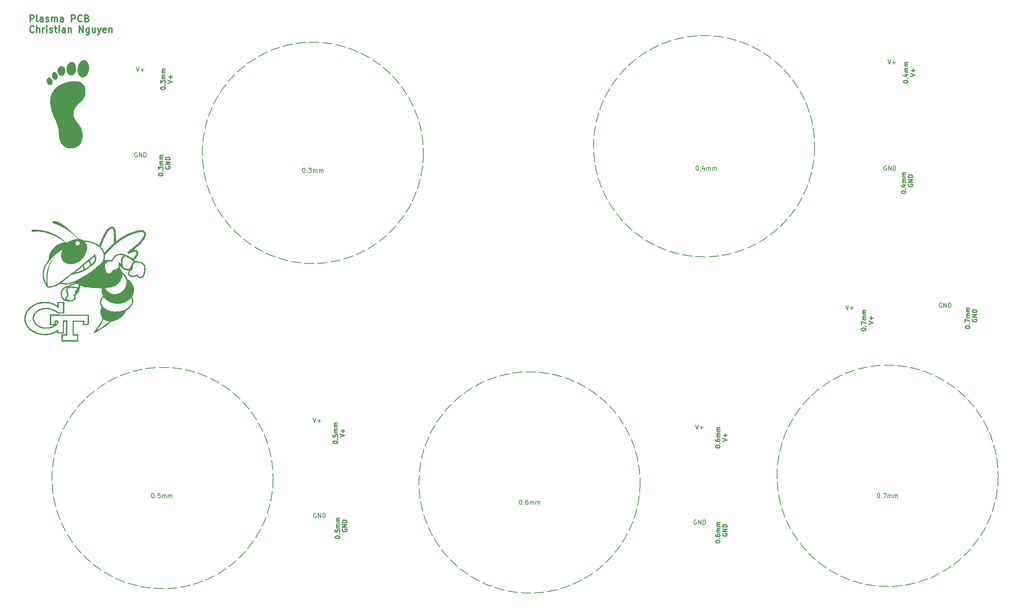
<source format=gto>
%TF.GenerationSoftware,KiCad,Pcbnew,9.0.4*%
%TF.CreationDate,2025-11-17T00:44:37-05:00*%
%TF.ProjectId,new_plasma_pcb,6e65775f-706c-4617-936d-615f7063622e,rev?*%
%TF.SameCoordinates,Original*%
%TF.FileFunction,Legend,Top*%
%TF.FilePolarity,Positive*%
%FSLAX46Y46*%
G04 Gerber Fmt 4.6, Leading zero omitted, Abs format (unit mm)*
G04 Created by KiCad (PCBNEW 9.0.4) date 2025-11-17 00:44:37*
%MOMM*%
%LPD*%
G01*
G04 APERTURE LIST*
%ADD10C,0.200000*%
%ADD11C,0.250000*%
%ADD12C,0.300000*%
%ADD13C,0.150000*%
%ADD14C,0.000000*%
G04 APERTURE END LIST*
D10*
X172500000Y-137000000D02*
X172499048Y-137218163D01*
X172499048Y-137218163D02*
X172496192Y-137436310D01*
X172496192Y-137436310D02*
X172491433Y-137654424D01*
X172491433Y-137654424D02*
X172484771Y-137872487D01*
X172484771Y-137872487D02*
X172476206Y-138090485D01*
X172476206Y-138090485D02*
X172465738Y-138308399D01*
X172465738Y-138308399D02*
X172453370Y-138526213D01*
X172453370Y-138526213D02*
X172439101Y-138743912D01*
X172439101Y-138743912D02*
X172422933Y-138961477D01*
X172422933Y-138961477D02*
X172404867Y-139178894D01*
X172404867Y-139178894D02*
X172403262Y-139197162D01*
X172320216Y-139992805D02*
X172293154Y-140209286D01*
X172293154Y-140209286D02*
X172264204Y-140425522D01*
X172264204Y-140425522D02*
X172233368Y-140641497D01*
X172233368Y-140641497D02*
X172200649Y-140857195D01*
X172200649Y-140857195D02*
X172166048Y-141072599D01*
X172166048Y-141072599D02*
X172129569Y-141287693D01*
X172129569Y-141287693D02*
X172091215Y-141502461D01*
X172091215Y-141502461D02*
X172050988Y-141716886D01*
X172050988Y-141716886D02*
X172008891Y-141930951D01*
X172008891Y-141930951D02*
X171964927Y-142144641D01*
X171964927Y-142144641D02*
X171961147Y-142162586D01*
X171783449Y-142942566D02*
X171730667Y-143154250D01*
X171730667Y-143154250D02*
X171676039Y-143365465D01*
X171676039Y-143365465D02*
X171619570Y-143576196D01*
X171619570Y-143576196D02*
X171561264Y-143786426D01*
X171561264Y-143786426D02*
X171501126Y-143996139D01*
X171501126Y-143996139D02*
X171439160Y-144205319D01*
X171439160Y-144205319D02*
X171375371Y-144413951D01*
X171375371Y-144413951D02*
X171309764Y-144622018D01*
X171309764Y-144622018D02*
X171242343Y-144829504D01*
X171242343Y-144829504D02*
X171173115Y-145036394D01*
X171173115Y-145036394D02*
X171167213Y-145053757D01*
X170897421Y-145806856D02*
X170819676Y-146010699D01*
X170819676Y-146010699D02*
X170740156Y-146213856D01*
X170740156Y-146213856D02*
X170658866Y-146416311D01*
X170658866Y-146416311D02*
X170575813Y-146618049D01*
X170575813Y-146618049D02*
X170491002Y-146819055D01*
X170491002Y-146819055D02*
X170404440Y-147019313D01*
X170404440Y-147019313D02*
X170316134Y-147218808D01*
X170316134Y-147218808D02*
X170226090Y-147417524D01*
X170226090Y-147417524D02*
X170134316Y-147615448D01*
X170134316Y-147615448D02*
X170040818Y-147812563D01*
X170040818Y-147812563D02*
X170032881Y-147829094D01*
X169674873Y-148544479D02*
X169573285Y-148737550D01*
X169573285Y-148737550D02*
X169470017Y-148929726D01*
X169470017Y-148929726D02*
X169365075Y-149120994D01*
X169365075Y-149120994D02*
X169258468Y-149311339D01*
X169258468Y-149311339D02*
X169150204Y-149500746D01*
X169150204Y-149500746D02*
X169040292Y-149689201D01*
X169040292Y-149689201D02*
X168928739Y-149876690D01*
X168928739Y-149876690D02*
X168815554Y-150063199D01*
X168815554Y-150063199D02*
X168700746Y-150248712D01*
X168700746Y-150248712D02*
X168584323Y-150433217D01*
X168584323Y-150433217D02*
X168574464Y-150448679D01*
X168133390Y-151116062D02*
X168009420Y-151295582D01*
X168009420Y-151295582D02*
X167883889Y-151474014D01*
X167883889Y-151474014D02*
X167756804Y-151651344D01*
X167756804Y-151651344D02*
X167628178Y-151827558D01*
X167628178Y-151827558D02*
X167498018Y-152002642D01*
X167498018Y-152002642D02*
X167366335Y-152176584D01*
X167366335Y-152176584D02*
X167233140Y-152349371D01*
X167233140Y-152349371D02*
X167098442Y-152520988D01*
X167098442Y-152520988D02*
X166962251Y-152691424D01*
X166962251Y-152691424D02*
X166824578Y-152860664D01*
X166824578Y-152860664D02*
X166812939Y-152874835D01*
X166295143Y-153484617D02*
X166150574Y-153648006D01*
X166150574Y-153648006D02*
X166004584Y-153810127D01*
X166004584Y-153810127D02*
X165857186Y-153970967D01*
X165857186Y-153970967D02*
X165708389Y-154130516D01*
X165708389Y-154130516D02*
X165558206Y-154288760D01*
X165558206Y-154288760D02*
X165406647Y-154445687D01*
X165406647Y-154445687D02*
X165253725Y-154601286D01*
X165253725Y-154601286D02*
X165099450Y-154755544D01*
X165099450Y-154755544D02*
X164943836Y-154908450D01*
X164943836Y-154908450D02*
X164786893Y-155059993D01*
X164786893Y-155059993D02*
X164773641Y-155072668D01*
X164186571Y-155616078D02*
X164023481Y-155760985D01*
X164023481Y-155760985D02*
X163859134Y-155904463D01*
X163859134Y-155904463D02*
X163693540Y-156046502D01*
X163693540Y-156046502D02*
X163526714Y-156187091D01*
X163526714Y-156187091D02*
X163358667Y-156326218D01*
X163358667Y-156326218D02*
X163189412Y-156463873D01*
X163189412Y-156463873D02*
X163018962Y-156600046D01*
X163018962Y-156600046D02*
X162847331Y-156734726D01*
X162847331Y-156734726D02*
X162674531Y-156867904D01*
X162674531Y-156867904D02*
X162500575Y-156999569D01*
X162500575Y-156999569D02*
X162485901Y-157010567D01*
X161838000Y-157479789D02*
X161658736Y-157604130D01*
X161658736Y-157604130D02*
X161478394Y-157726903D01*
X161478394Y-157726903D02*
X161296988Y-157848096D01*
X161296988Y-157848096D02*
X161114531Y-157967702D01*
X161114531Y-157967702D02*
X160931037Y-158085712D01*
X160931037Y-158085712D02*
X160746521Y-158202115D01*
X160746521Y-158202115D02*
X160560995Y-158316904D01*
X160560995Y-158316904D02*
X160374475Y-158430070D01*
X160374475Y-158430070D02*
X160186975Y-158541603D01*
X160186975Y-158541603D02*
X159998508Y-158651496D01*
X159998508Y-158651496D02*
X159982622Y-158660659D01*
X159283209Y-159048945D02*
X159090350Y-159150932D01*
X159090350Y-159150932D02*
X158896607Y-159251232D01*
X158896607Y-159251232D02*
X158701997Y-159349838D01*
X158701997Y-159349838D02*
X158506534Y-159446742D01*
X158506534Y-159446742D02*
X158310233Y-159541936D01*
X158310233Y-159541936D02*
X158113108Y-159635413D01*
X158113108Y-159635413D02*
X157915175Y-159727167D01*
X157915175Y-159727167D02*
X157716449Y-159817190D01*
X157716449Y-159817190D02*
X157516945Y-159905476D01*
X157516945Y-159905476D02*
X157316678Y-159992017D01*
X157316678Y-159992017D02*
X157299810Y-159999211D01*
X156558944Y-160300977D02*
X156355262Y-160379143D01*
X156355262Y-160379143D02*
X156150906Y-160455529D01*
X156150906Y-160455529D02*
X155945891Y-160530128D01*
X155945891Y-160530128D02*
X155740233Y-160602935D01*
X155740233Y-160602935D02*
X155533947Y-160673945D01*
X155533947Y-160673945D02*
X155327050Y-160743152D01*
X155327050Y-160743152D02*
X155119556Y-160810551D01*
X155119556Y-160810551D02*
X154911483Y-160876137D01*
X154911483Y-160876137D02*
X154702845Y-160939905D01*
X154702845Y-160939905D02*
X154493658Y-161001849D01*
X154493658Y-161001849D02*
X154476050Y-161006973D01*
X153704386Y-161217878D02*
X153492812Y-161271098D01*
X153492812Y-161271098D02*
X153280781Y-161322470D01*
X153280781Y-161322470D02*
X153068310Y-161371991D01*
X153068310Y-161371991D02*
X152855415Y-161419655D01*
X152855415Y-161419655D02*
X152642112Y-161465459D01*
X152642112Y-161465459D02*
X152428418Y-161509400D01*
X152428418Y-161509400D02*
X152214348Y-161551475D01*
X152214348Y-161551475D02*
X151999919Y-161591680D01*
X151999919Y-161591680D02*
X151785147Y-161630012D01*
X151785147Y-161630012D02*
X151570050Y-161666469D01*
X151570050Y-161666469D02*
X151551955Y-161669448D01*
X150760593Y-161786459D02*
X150544169Y-161813969D01*
X150544169Y-161813969D02*
X150327513Y-161839589D01*
X150327513Y-161839589D02*
X150110642Y-161863317D01*
X150110642Y-161863317D02*
X149893572Y-161885153D01*
X149893572Y-161885153D02*
X149676319Y-161905093D01*
X149676319Y-161905093D02*
X149458901Y-161923136D01*
X149458901Y-161923136D02*
X149241334Y-161939281D01*
X149241334Y-161939281D02*
X149023634Y-161953528D01*
X149023634Y-161953528D02*
X148805818Y-161965873D01*
X148805818Y-161965873D02*
X148587903Y-161976318D01*
X148587903Y-161976318D02*
X148569582Y-161977109D01*
X147769903Y-161998543D02*
X147551742Y-161999946D01*
X147551742Y-161999946D02*
X147333577Y-161999446D01*
X147333577Y-161999446D02*
X147115425Y-161997042D01*
X147115425Y-161997042D02*
X146897302Y-161992734D01*
X146897302Y-161992734D02*
X146679225Y-161986523D01*
X146679225Y-161986523D02*
X146461210Y-161978409D01*
X146461210Y-161978409D02*
X146243275Y-161968393D01*
X146243275Y-161968393D02*
X146025435Y-161956475D01*
X146025435Y-161956475D02*
X145807708Y-161942657D01*
X145807708Y-161942657D02*
X145590109Y-161926940D01*
X145590109Y-161926940D02*
X145571825Y-161925532D01*
X144775331Y-161851080D02*
X144558571Y-161826357D01*
X144558571Y-161826357D02*
X144342035Y-161799743D01*
X144342035Y-161799743D02*
X144125739Y-161771241D01*
X144125739Y-161771241D02*
X143909701Y-161740852D01*
X143909701Y-161740852D02*
X143693936Y-161708579D01*
X143693936Y-161708579D02*
X143478460Y-161674424D01*
X143478460Y-161674424D02*
X143263291Y-161638391D01*
X143263291Y-161638391D02*
X143048445Y-161600481D01*
X143048445Y-161600481D02*
X142833937Y-161560697D01*
X142833937Y-161560697D02*
X142619785Y-161519044D01*
X142619785Y-161519044D02*
X142601801Y-161515457D01*
X141819948Y-161346191D02*
X141607706Y-161295697D01*
X141607706Y-161295697D02*
X141395913Y-161243352D01*
X141395913Y-161243352D02*
X141184585Y-161189162D01*
X141184585Y-161189162D02*
X140973738Y-161133129D01*
X140973738Y-161133129D02*
X140763388Y-161075258D01*
X140763388Y-161075258D02*
X140553551Y-161015554D01*
X140553551Y-161015554D02*
X140344243Y-160954021D01*
X140344243Y-160954021D02*
X140135480Y-160890664D01*
X140135480Y-160890664D02*
X139927277Y-160825488D01*
X139927277Y-160825488D02*
X139719652Y-160758497D01*
X139719652Y-160758497D02*
X139702226Y-160752783D01*
X138946259Y-160491137D02*
X138741588Y-160415598D01*
X138741588Y-160415598D02*
X138537585Y-160338276D01*
X138537585Y-160338276D02*
X138334264Y-160259176D01*
X138334264Y-160259176D02*
X138131641Y-160178305D01*
X138131641Y-160178305D02*
X137929731Y-160095670D01*
X137929731Y-160095670D02*
X137728550Y-160011275D01*
X137728550Y-160011275D02*
X137528114Y-159925128D01*
X137528114Y-159925128D02*
X137328436Y-159837235D01*
X137328436Y-159837235D02*
X137129534Y-159747603D01*
X137129534Y-159747603D02*
X136931421Y-159656238D01*
X136931421Y-159656238D02*
X136914804Y-159648480D01*
X136195596Y-159298216D02*
X136001440Y-159198719D01*
X136001440Y-159198719D02*
X135808160Y-159097531D01*
X135808160Y-159097531D02*
X135615770Y-158994660D01*
X135615770Y-158994660D02*
X135424286Y-158890115D01*
X135424286Y-158890115D02*
X135233721Y-158783902D01*
X135233721Y-158783902D02*
X135044090Y-158676031D01*
X135044090Y-158676031D02*
X134855407Y-158566508D01*
X134855407Y-158566508D02*
X134667688Y-158455344D01*
X134667688Y-158455344D02*
X134480946Y-158342545D01*
X134480946Y-158342545D02*
X134295195Y-158228121D01*
X134295195Y-158228121D02*
X134279627Y-158218429D01*
X133607521Y-157784587D02*
X133426673Y-157662562D01*
X133426673Y-157662562D02*
X133246896Y-157538964D01*
X133246896Y-157538964D02*
X133068205Y-157413801D01*
X133068205Y-157413801D02*
X132890613Y-157287085D01*
X132890613Y-157287085D02*
X132714133Y-157158823D01*
X132714133Y-157158823D02*
X132538779Y-157029026D01*
X132538779Y-157029026D02*
X132364565Y-156897704D01*
X132364565Y-156897704D02*
X132191503Y-156764866D01*
X132191503Y-156764866D02*
X132019607Y-156630523D01*
X132019607Y-156630523D02*
X131848890Y-156494686D01*
X131848890Y-156494686D02*
X131834594Y-156483200D01*
X131219258Y-155972018D02*
X131054318Y-155829221D01*
X131054318Y-155829221D02*
X130890631Y-155684990D01*
X130890631Y-155684990D02*
X130728208Y-155539336D01*
X130728208Y-155539336D02*
X130567062Y-155392271D01*
X130567062Y-155392271D02*
X130407206Y-155243805D01*
X130407206Y-155243805D02*
X130248652Y-155093949D01*
X130248652Y-155093949D02*
X130091411Y-154942716D01*
X130091411Y-154942716D02*
X129935496Y-154790116D01*
X129935496Y-154790116D02*
X129780919Y-154636161D01*
X129780919Y-154636161D02*
X129627691Y-154480863D01*
X129627691Y-154480863D02*
X129614873Y-154467749D01*
X129065157Y-153886580D02*
X128918498Y-153725064D01*
X128918498Y-153725064D02*
X128773253Y-153562275D01*
X128773253Y-153562275D02*
X128629435Y-153398225D01*
X128629435Y-153398225D02*
X128487054Y-153232926D01*
X128487054Y-153232926D02*
X128346121Y-153066391D01*
X128346121Y-153066391D02*
X128206646Y-152898632D01*
X128206646Y-152898632D02*
X128068641Y-152729662D01*
X128068641Y-152729662D02*
X127932115Y-152559495D01*
X127932115Y-152559495D02*
X127797080Y-152388143D01*
X127797080Y-152388143D02*
X127663545Y-152215619D01*
X127663545Y-152215619D02*
X127652389Y-152201064D01*
X127176199Y-151558266D02*
X127049930Y-151380356D01*
X127049930Y-151380356D02*
X126925218Y-151201350D01*
X126925218Y-151201350D02*
X126802073Y-151021262D01*
X126802073Y-151021262D02*
X126680504Y-150840107D01*
X126680504Y-150840107D02*
X126560520Y-150657898D01*
X126560520Y-150657898D02*
X126442131Y-150474649D01*
X126442131Y-150474649D02*
X126325346Y-150290374D01*
X126325346Y-150290374D02*
X126210174Y-150105086D01*
X126210174Y-150105086D02*
X126096622Y-149918801D01*
X126096622Y-149918801D02*
X125984701Y-149731532D01*
X125984701Y-149731532D02*
X125975367Y-149715746D01*
X125579553Y-149020565D02*
X125475490Y-148828818D01*
X125475490Y-148828818D02*
X125373104Y-148636170D01*
X125373104Y-148636170D02*
X125272403Y-148442636D01*
X125272403Y-148442636D02*
X125173394Y-148248230D01*
X125173394Y-148248230D02*
X125076086Y-148052968D01*
X125076086Y-148052968D02*
X124980486Y-147856864D01*
X124980486Y-147856864D02*
X124886601Y-147659933D01*
X124886601Y-147659933D02*
X124794438Y-147462191D01*
X124794438Y-147462191D02*
X124704003Y-147263652D01*
X124704003Y-147263652D02*
X124615305Y-147064331D01*
X124615305Y-147064331D02*
X124607929Y-147047541D01*
X124298182Y-146309976D02*
X124217822Y-146107150D01*
X124217822Y-146107150D02*
X124139235Y-145903630D01*
X124139235Y-145903630D02*
X124062426Y-145699433D01*
X124062426Y-145699433D02*
X123987403Y-145494573D01*
X123987403Y-145494573D02*
X123914170Y-145289066D01*
X123914170Y-145289066D02*
X123842733Y-145082928D01*
X123842733Y-145082928D02*
X123773098Y-144876174D01*
X123773098Y-144876174D02*
X123705270Y-144668820D01*
X123705270Y-144668820D02*
X123639253Y-144460883D01*
X123639253Y-144460883D02*
X123575054Y-144252377D01*
X123575054Y-144252377D02*
X123569741Y-144234825D01*
X123350517Y-143465484D02*
X123295015Y-143254496D01*
X123295015Y-143254496D02*
X123241357Y-143043032D01*
X123241357Y-143043032D02*
X123189546Y-142831108D01*
X123189546Y-142831108D02*
X123139586Y-142618740D01*
X123139586Y-142618740D02*
X123091482Y-142405944D01*
X123091482Y-142405944D02*
X123045236Y-142192737D01*
X123045236Y-142192737D02*
X123000853Y-141979134D01*
X123000853Y-141979134D02*
X122958335Y-141765151D01*
X122958335Y-141765151D02*
X122917686Y-141550806D01*
X122917686Y-141550806D02*
X122878909Y-141336115D01*
X122878909Y-141336115D02*
X122875735Y-141318053D01*
X122750188Y-140528000D02*
X122720343Y-140311886D01*
X122720343Y-140311886D02*
X122692385Y-140095519D01*
X122692385Y-140095519D02*
X122666316Y-139878917D01*
X122666316Y-139878917D02*
X122642139Y-139662095D01*
X122642139Y-139662095D02*
X122619855Y-139445071D01*
X122619855Y-139445071D02*
X122599465Y-139227860D01*
X122599465Y-139227860D02*
X122580972Y-139010480D01*
X122580972Y-139010480D02*
X122564376Y-138792947D01*
X122564376Y-138792947D02*
X122549679Y-138575277D01*
X122549679Y-138575277D02*
X122536883Y-138357487D01*
X122536883Y-138357487D02*
X122535894Y-138339175D01*
X122505828Y-137539774D02*
X122502069Y-137321641D01*
X122502069Y-137321641D02*
X122500214Y-137103484D01*
X122500214Y-137103484D02*
X122500263Y-136885318D01*
X122500263Y-136885318D02*
X122502216Y-136667162D01*
X122502216Y-136667162D02*
X122506072Y-136449030D01*
X122506072Y-136449030D02*
X122511832Y-136230941D01*
X122511832Y-136230941D02*
X122519495Y-136012910D01*
X122519495Y-136012910D02*
X122529060Y-135794954D01*
X122529060Y-135794954D02*
X122540526Y-135577090D01*
X122540526Y-135577090D02*
X122553894Y-135359335D01*
X122553894Y-135359335D02*
X122555104Y-135341036D01*
X122620952Y-134543785D02*
X122643334Y-134326771D01*
X122643334Y-134326771D02*
X122667608Y-134109960D01*
X122667608Y-134109960D02*
X122693774Y-133893369D01*
X122693774Y-133893369D02*
X122721829Y-133677015D01*
X122721829Y-133677015D02*
X122751770Y-133460914D01*
X122751770Y-133460914D02*
X122783597Y-133245083D01*
X122783597Y-133245083D02*
X122817305Y-133029537D01*
X122817305Y-133029537D02*
X122852893Y-132814294D01*
X122852893Y-132814294D02*
X122890359Y-132599369D01*
X122890359Y-132599369D02*
X122929698Y-132384780D01*
X122929698Y-132384780D02*
X122933090Y-132366758D01*
X123093906Y-131583123D02*
X123142105Y-131370349D01*
X123142105Y-131370349D02*
X123192160Y-131158003D01*
X123192160Y-131158003D02*
X123244066Y-130946102D01*
X123244066Y-130946102D02*
X123297819Y-130734662D01*
X123297819Y-130734662D02*
X123353416Y-130523700D01*
X123353416Y-130523700D02*
X123410851Y-130313230D01*
X123410851Y-130313230D02*
X123470120Y-130103270D01*
X123470120Y-130103270D02*
X123531220Y-129893835D01*
X123531220Y-129893835D02*
X123594145Y-129684941D01*
X123594145Y-129684941D02*
X123658890Y-129476605D01*
X123658890Y-129476605D02*
X123664415Y-129459118D01*
X123917885Y-128700370D02*
X123991210Y-128494896D01*
X123991210Y-128494896D02*
X124066325Y-128290070D01*
X124066325Y-128290070D02*
X124143225Y-128085907D01*
X124143225Y-128085907D02*
X124221904Y-127882422D01*
X124221904Y-127882422D02*
X124302355Y-127679632D01*
X124302355Y-127679632D02*
X124384573Y-127477552D01*
X124384573Y-127477552D02*
X124468551Y-127276197D01*
X124468551Y-127276197D02*
X124554283Y-127075583D01*
X124554283Y-127075583D02*
X124641762Y-126875724D01*
X124641762Y-126875724D02*
X124730982Y-126676636D01*
X124730982Y-126676636D02*
X124738561Y-126659937D01*
X125081040Y-125936989D02*
X125178435Y-125741770D01*
X125178435Y-125741770D02*
X125277530Y-125547409D01*
X125277530Y-125547409D02*
X125378318Y-125353920D01*
X125378318Y-125353920D02*
X125480790Y-125161318D01*
X125480790Y-125161318D02*
X125584939Y-124969617D01*
X125584939Y-124969617D02*
X125690757Y-124778833D01*
X125690757Y-124778833D02*
X125798236Y-124588979D01*
X125798236Y-124588979D02*
X125907368Y-124400070D01*
X125907368Y-124400070D02*
X126018144Y-124212121D01*
X126018144Y-124212121D02*
X126130555Y-124025146D01*
X126130555Y-124025146D02*
X126140079Y-124009474D01*
X126566640Y-123332724D02*
X126686705Y-123150569D01*
X126686705Y-123150569D02*
X126808355Y-122969468D01*
X126808355Y-122969468D02*
X126931581Y-122789436D01*
X126931581Y-122789436D02*
X127056373Y-122610486D01*
X127056373Y-122610486D02*
X127182722Y-122432632D01*
X127182722Y-122432632D02*
X127310618Y-122255887D01*
X127310618Y-122255887D02*
X127440052Y-122080265D01*
X127440052Y-122080265D02*
X127571014Y-121905779D01*
X127571014Y-121905779D02*
X127703493Y-121732443D01*
X127703493Y-121732443D02*
X127837479Y-121560269D01*
X127837479Y-121560269D02*
X127848810Y-121545850D01*
X128353319Y-120925031D02*
X128494327Y-120758559D01*
X128494327Y-120758559D02*
X128636782Y-120593324D01*
X128636782Y-120593324D02*
X128780674Y-120429338D01*
X128780674Y-120429338D02*
X128925991Y-120266614D01*
X128925991Y-120266614D02*
X129072723Y-120105165D01*
X129072723Y-120105165D02*
X129220858Y-119945002D01*
X129220858Y-119945002D02*
X129370385Y-119786138D01*
X129370385Y-119786138D02*
X129521293Y-119628584D01*
X129521293Y-119628584D02*
X129673570Y-119472354D01*
X129673570Y-119472354D02*
X129827204Y-119317458D01*
X129827204Y-119317458D02*
X129840179Y-119304499D01*
X130415380Y-118748541D02*
X130575302Y-118600146D01*
X130575302Y-118600146D02*
X130736514Y-118453153D01*
X130736514Y-118453153D02*
X130899002Y-118307572D01*
X130899002Y-118307572D02*
X131062754Y-118163415D01*
X131062754Y-118163415D02*
X131227758Y-118020692D01*
X131227758Y-118020692D02*
X131394001Y-117879414D01*
X131394001Y-117879414D02*
X131561471Y-117739593D01*
X131561471Y-117739593D02*
X131730155Y-117601238D01*
X131730155Y-117601238D02*
X131900039Y-117464360D01*
X131900039Y-117464360D02*
X132071112Y-117328971D01*
X132071112Y-117328971D02*
X132085545Y-117317658D01*
X132723164Y-116834556D02*
X132899701Y-116706374D01*
X132899701Y-116706374D02*
X133077350Y-116579736D01*
X133077350Y-116579736D02*
X133256098Y-116454654D01*
X133256098Y-116454654D02*
X133435930Y-116331136D01*
X133435930Y-116331136D02*
X133616833Y-116209193D01*
X133616833Y-116209193D02*
X133798793Y-116088832D01*
X133798793Y-116088832D02*
X133981797Y-115970065D01*
X133981797Y-115970065D02*
X134165830Y-115852898D01*
X134165830Y-115852898D02*
X134350879Y-115737342D01*
X134350879Y-115737342D02*
X134536929Y-115623406D01*
X134536929Y-115623406D02*
X134552613Y-115613903D01*
X135243479Y-115210606D02*
X135434092Y-115104478D01*
X135434092Y-115104478D02*
X135625624Y-115000019D01*
X135625624Y-115000019D02*
X135818059Y-114897234D01*
X135818059Y-114897234D02*
X136011385Y-114796133D01*
X136011385Y-114796133D02*
X136205585Y-114696722D01*
X136205585Y-114696722D02*
X136400645Y-114599011D01*
X136400645Y-114599011D02*
X136596551Y-114503005D01*
X136596551Y-114503005D02*
X136793287Y-114408712D01*
X136793287Y-114408712D02*
X136990838Y-114316140D01*
X136990838Y-114316140D02*
X137189190Y-114225295D01*
X137189190Y-114225295D02*
X137205899Y-114217738D01*
X137940077Y-113900046D02*
X138142024Y-113817501D01*
X138142024Y-113817501D02*
X138344683Y-113736721D01*
X138344683Y-113736721D02*
X138548039Y-113657712D01*
X138548039Y-113657712D02*
X138752077Y-113580481D01*
X138752077Y-113580481D02*
X138956782Y-113505034D01*
X138956782Y-113505034D02*
X139162137Y-113431376D01*
X139162137Y-113431376D02*
X139368127Y-113359513D01*
X139368127Y-113359513D02*
X139574736Y-113289450D01*
X139574736Y-113289450D02*
X139781949Y-113221193D01*
X139781949Y-113221193D02*
X139989749Y-113154746D01*
X139989749Y-113154746D02*
X140007243Y-113149244D01*
X140774172Y-112921727D02*
X140984548Y-112863950D01*
X140984548Y-112863950D02*
X141195421Y-112808012D01*
X141195421Y-112808012D02*
X141406773Y-112753916D01*
X141406773Y-112753916D02*
X141618589Y-112701667D01*
X141618589Y-112701667D02*
X141830853Y-112651267D01*
X141830853Y-112651267D02*
X142043549Y-112602723D01*
X142043549Y-112602723D02*
X142256661Y-112556036D01*
X142256661Y-112556036D02*
X142470172Y-112511210D01*
X142470172Y-112511210D02*
X142684065Y-112468250D01*
X142684065Y-112468250D02*
X142898326Y-112427157D01*
X142898326Y-112427157D02*
X142916352Y-112423788D01*
X143705004Y-112289719D02*
X143920783Y-112257542D01*
X143920783Y-112257542D02*
X144136835Y-112227250D01*
X144136835Y-112227250D02*
X144353144Y-112198845D01*
X144353144Y-112198845D02*
X144569692Y-112172328D01*
X144569692Y-112172328D02*
X144786463Y-112147702D01*
X144786463Y-112147702D02*
X145003441Y-112124969D01*
X145003441Y-112124969D02*
X145220609Y-112104129D01*
X145220609Y-112104129D02*
X145437950Y-112085186D01*
X145437950Y-112085186D02*
X145655449Y-112068140D01*
X145655449Y-112068140D02*
X145873088Y-112052993D01*
X145873088Y-112052993D02*
X145891388Y-112051806D01*
X146690417Y-112013112D02*
X146908497Y-112006998D01*
X146908497Y-112006998D02*
X147126622Y-112002788D01*
X147126622Y-112002788D02*
X147344775Y-112000482D01*
X147344775Y-112000482D02*
X147562940Y-112000079D01*
X147562940Y-112000079D02*
X147781100Y-112001580D01*
X147781100Y-112001580D02*
X147999239Y-112004985D01*
X147999239Y-112004985D02*
X148217340Y-112010294D01*
X148217340Y-112010294D02*
X148435386Y-112017505D01*
X148435386Y-112017505D02*
X148653361Y-112026619D01*
X148653361Y-112026619D02*
X148871249Y-112037635D01*
X148871249Y-112037635D02*
X148889559Y-112038647D01*
X149687475Y-112095885D02*
X149904718Y-112115922D01*
X149904718Y-112115922D02*
X150121778Y-112137854D01*
X150121778Y-112137854D02*
X150338639Y-112161680D01*
X150338639Y-112161680D02*
X150555283Y-112187397D01*
X150555283Y-112187397D02*
X150771695Y-112215004D01*
X150771695Y-112215004D02*
X150987857Y-112244499D01*
X150987857Y-112244499D02*
X151203754Y-112275878D01*
X151203754Y-112275878D02*
X151419369Y-112309140D01*
X151419369Y-112309140D02*
X151634686Y-112344283D01*
X151634686Y-112344283D02*
X151849687Y-112381303D01*
X151849687Y-112381303D02*
X151867745Y-112384501D01*
X152653070Y-112536847D02*
X152866353Y-112582747D01*
X152866353Y-112582747D02*
X153079226Y-112630506D01*
X153079226Y-112630506D02*
X153291675Y-112680121D01*
X153291675Y-112680121D02*
X153503683Y-112731589D01*
X153503683Y-112731589D02*
X153715233Y-112784904D01*
X153715233Y-112784904D02*
X153926311Y-112840064D01*
X153926311Y-112840064D02*
X154136899Y-112897063D01*
X154136899Y-112897063D02*
X154346981Y-112955898D01*
X154346981Y-112955898D02*
X154556542Y-113016564D01*
X154556542Y-113016564D02*
X154765566Y-113079056D01*
X154765566Y-113079056D02*
X154783111Y-113084392D01*
X155544551Y-113329656D02*
X155750805Y-113400758D01*
X155750805Y-113400758D02*
X155956430Y-113473657D01*
X155956430Y-113473657D02*
X156161411Y-113548349D01*
X156161411Y-113548349D02*
X156365733Y-113624826D01*
X156365733Y-113624826D02*
X156569380Y-113703083D01*
X156569380Y-113703083D02*
X156772336Y-113783114D01*
X156772336Y-113783114D02*
X156974586Y-113864914D01*
X156974586Y-113864914D02*
X157176114Y-113948475D01*
X157176114Y-113948475D02*
X157376906Y-114033792D01*
X157376906Y-114033792D02*
X157576945Y-114120857D01*
X157576945Y-114120857D02*
X157593725Y-114128255D01*
X158320329Y-114462909D02*
X158516587Y-114558191D01*
X158516587Y-114558191D02*
X158712007Y-114655182D01*
X158712007Y-114655182D02*
X158906573Y-114753875D01*
X158906573Y-114753875D02*
X159100270Y-114854262D01*
X159100270Y-114854262D02*
X159293084Y-114956335D01*
X159293084Y-114956335D02*
X159485000Y-115060087D01*
X159485000Y-115060087D02*
X159676003Y-115165510D01*
X159676003Y-115165510D02*
X159866079Y-115272596D01*
X159866079Y-115272596D02*
X160055213Y-115381336D01*
X160055213Y-115381336D02*
X160243391Y-115491723D01*
X160243391Y-115491723D02*
X160259165Y-115501076D01*
X160940481Y-115920306D02*
X161123922Y-116038398D01*
X161123922Y-116038398D02*
X161306325Y-116158086D01*
X161306325Y-116158086D02*
X161487677Y-116279361D01*
X161487677Y-116279361D02*
X161667964Y-116402214D01*
X161667964Y-116402214D02*
X161847172Y-116526635D01*
X161847172Y-116526635D02*
X162025287Y-116652616D01*
X162025287Y-116652616D02*
X162202296Y-116780146D01*
X162202296Y-116780146D02*
X162378185Y-116909216D01*
X162378185Y-116909216D02*
X162552942Y-117039816D01*
X162552942Y-117039816D02*
X162726552Y-117171936D01*
X162726552Y-117171936D02*
X162741092Y-117183111D01*
X163367322Y-117680888D02*
X163535307Y-117820090D01*
X163535307Y-117820090D02*
X163702070Y-117960753D01*
X163702070Y-117960753D02*
X163867600Y-118102866D01*
X163867600Y-118102866D02*
X164031883Y-118246418D01*
X164031883Y-118246418D02*
X164194908Y-118391398D01*
X164194908Y-118391398D02*
X164356660Y-118537795D01*
X164356660Y-118537795D02*
X164517130Y-118685599D01*
X164517130Y-118685599D02*
X164676303Y-118834797D01*
X164676303Y-118834797D02*
X164834168Y-118985378D01*
X164834168Y-118985378D02*
X164990714Y-119137331D01*
X164990714Y-119137331D02*
X165003812Y-119150166D01*
X165565948Y-119719331D02*
X165716060Y-119877642D01*
X165716060Y-119877642D02*
X165864786Y-120037257D01*
X165864786Y-120037257D02*
X166012112Y-120198164D01*
X166012112Y-120198164D02*
X166158029Y-120360350D01*
X166158029Y-120360350D02*
X166302525Y-120523804D01*
X166302525Y-120523804D02*
X166445589Y-120688512D01*
X166445589Y-120688512D02*
X166587211Y-120854462D01*
X166587211Y-120854462D02*
X166727379Y-121021642D01*
X166727379Y-121021642D02*
X166866082Y-121190039D01*
X166866082Y-121190039D02*
X167003311Y-121359640D01*
X167003311Y-121359640D02*
X167014778Y-121373951D01*
X167504736Y-122006317D02*
X167634817Y-122181460D01*
X167634817Y-122181460D02*
X167763365Y-122357731D01*
X167763365Y-122357731D02*
X167890370Y-122535118D01*
X167890370Y-122535118D02*
X168015822Y-122713606D01*
X168015822Y-122713606D02*
X168139711Y-122893182D01*
X168139711Y-122893182D02*
X168262029Y-123073832D01*
X168262029Y-123073832D02*
X168382766Y-123255543D01*
X168382766Y-123255543D02*
X168501912Y-123438300D01*
X168501912Y-123438300D02*
X168619459Y-123622091D01*
X168619459Y-123622091D02*
X168735398Y-123806900D01*
X168735398Y-123806900D02*
X168745069Y-123822480D01*
X169155802Y-124508953D02*
X169263981Y-124698409D01*
X169263981Y-124698409D02*
X169370502Y-124888801D01*
X169370502Y-124888801D02*
X169475358Y-125080116D01*
X169475358Y-125080116D02*
X169578541Y-125272339D01*
X169578541Y-125272339D02*
X169680042Y-125465454D01*
X169680042Y-125465454D02*
X169779854Y-125659449D01*
X169779854Y-125659449D02*
X169877969Y-125854306D01*
X169877969Y-125854306D02*
X169974381Y-126050013D01*
X169974381Y-126050013D02*
X170069080Y-126246553D01*
X170069080Y-126246553D02*
X170162061Y-126443913D01*
X170162061Y-126443913D02*
X170169798Y-126460539D01*
X170495398Y-127191244D02*
X170580119Y-127392288D01*
X170580119Y-127392288D02*
X170663082Y-127594063D01*
X170663082Y-127594063D02*
X170744281Y-127796555D01*
X170744281Y-127796555D02*
X170823710Y-127999747D01*
X170823710Y-127999747D02*
X170901363Y-128203625D01*
X170901363Y-128203625D02*
X170977234Y-128408173D01*
X170977234Y-128408173D02*
X171051317Y-128613375D01*
X171051317Y-128613375D02*
X171123606Y-128819216D01*
X171123606Y-128819216D02*
X171194097Y-129025680D01*
X171194097Y-129025680D02*
X171262783Y-129232751D01*
X171262783Y-129232751D02*
X171268474Y-129250184D01*
X171504257Y-130014613D02*
X171564301Y-130224353D01*
X171564301Y-130224353D02*
X171622513Y-130434609D01*
X171622513Y-130434609D02*
X171678888Y-130645364D01*
X171678888Y-130645364D02*
X171733421Y-130856604D01*
X171733421Y-130856604D02*
X171786109Y-131068312D01*
X171786109Y-131068312D02*
X171836947Y-131280472D01*
X171836947Y-131280472D02*
X171885932Y-131493067D01*
X171885932Y-131493067D02*
X171933060Y-131706081D01*
X171933060Y-131706081D02*
X171978327Y-131919498D01*
X171978327Y-131919498D02*
X172021730Y-132133303D01*
X172021730Y-132133303D02*
X172025294Y-132151292D01*
X172167870Y-132938450D02*
X172202374Y-133153869D01*
X172202374Y-133153869D02*
X172234997Y-133369582D01*
X172234997Y-133369582D02*
X172265736Y-133585571D01*
X172265736Y-133585571D02*
X172294589Y-133801820D01*
X172294589Y-133801820D02*
X172321554Y-134018313D01*
X172321554Y-134018313D02*
X172346629Y-134235032D01*
X172346629Y-134235032D02*
X172369811Y-134451963D01*
X172369811Y-134451963D02*
X172391100Y-134669087D01*
X172391100Y-134669087D02*
X172410493Y-134886389D01*
X172410493Y-134886389D02*
X172427989Y-135103852D01*
X172427989Y-135103852D02*
X172429373Y-135122138D01*
X172476691Y-135920703D02*
X172485159Y-136138704D01*
X172485159Y-136138704D02*
X172491724Y-136356771D01*
X172491724Y-136356771D02*
X172496385Y-136574886D01*
X172496385Y-136574886D02*
X172499143Y-136793034D01*
X172499143Y-136793034D02*
X172500000Y-137000000D01*
X253500000Y-135500000D02*
X253499048Y-135718163D01*
X253499048Y-135718163D02*
X253496192Y-135936310D01*
X253496192Y-135936310D02*
X253491433Y-136154424D01*
X253491433Y-136154424D02*
X253484771Y-136372487D01*
X253484771Y-136372487D02*
X253476206Y-136590485D01*
X253476206Y-136590485D02*
X253465738Y-136808399D01*
X253465738Y-136808399D02*
X253453370Y-137026213D01*
X253453370Y-137026213D02*
X253439101Y-137243912D01*
X253439101Y-137243912D02*
X253422933Y-137461477D01*
X253422933Y-137461477D02*
X253404867Y-137678894D01*
X253404867Y-137678894D02*
X253403262Y-137697162D01*
X253320216Y-138492805D02*
X253293154Y-138709286D01*
X253293154Y-138709286D02*
X253264204Y-138925522D01*
X253264204Y-138925522D02*
X253233368Y-139141497D01*
X253233368Y-139141497D02*
X253200649Y-139357195D01*
X253200649Y-139357195D02*
X253166048Y-139572599D01*
X253166048Y-139572599D02*
X253129569Y-139787693D01*
X253129569Y-139787693D02*
X253091215Y-140002461D01*
X253091215Y-140002461D02*
X253050988Y-140216886D01*
X253050988Y-140216886D02*
X253008891Y-140430951D01*
X253008891Y-140430951D02*
X252964927Y-140644641D01*
X252964927Y-140644641D02*
X252961147Y-140662586D01*
X252783449Y-141442566D02*
X252730667Y-141654250D01*
X252730667Y-141654250D02*
X252676039Y-141865465D01*
X252676039Y-141865465D02*
X252619570Y-142076196D01*
X252619570Y-142076196D02*
X252561264Y-142286426D01*
X252561264Y-142286426D02*
X252501126Y-142496139D01*
X252501126Y-142496139D02*
X252439160Y-142705319D01*
X252439160Y-142705319D02*
X252375371Y-142913951D01*
X252375371Y-142913951D02*
X252309764Y-143122018D01*
X252309764Y-143122018D02*
X252242343Y-143329504D01*
X252242343Y-143329504D02*
X252173115Y-143536394D01*
X252173115Y-143536394D02*
X252167213Y-143553757D01*
X251897421Y-144306856D02*
X251819676Y-144510699D01*
X251819676Y-144510699D02*
X251740156Y-144713856D01*
X251740156Y-144713856D02*
X251658866Y-144916311D01*
X251658866Y-144916311D02*
X251575813Y-145118049D01*
X251575813Y-145118049D02*
X251491002Y-145319055D01*
X251491002Y-145319055D02*
X251404440Y-145519313D01*
X251404440Y-145519313D02*
X251316134Y-145718808D01*
X251316134Y-145718808D02*
X251226090Y-145917524D01*
X251226090Y-145917524D02*
X251134316Y-146115448D01*
X251134316Y-146115448D02*
X251040818Y-146312563D01*
X251040818Y-146312563D02*
X251032881Y-146329094D01*
X250674873Y-147044479D02*
X250573285Y-147237550D01*
X250573285Y-147237550D02*
X250470017Y-147429726D01*
X250470017Y-147429726D02*
X250365075Y-147620994D01*
X250365075Y-147620994D02*
X250258468Y-147811339D01*
X250258468Y-147811339D02*
X250150204Y-148000746D01*
X250150204Y-148000746D02*
X250040292Y-148189201D01*
X250040292Y-148189201D02*
X249928739Y-148376690D01*
X249928739Y-148376690D02*
X249815554Y-148563199D01*
X249815554Y-148563199D02*
X249700746Y-148748712D01*
X249700746Y-148748712D02*
X249584323Y-148933217D01*
X249584323Y-148933217D02*
X249574464Y-148948679D01*
X249133390Y-149616062D02*
X249009420Y-149795582D01*
X249009420Y-149795582D02*
X248883889Y-149974014D01*
X248883889Y-149974014D02*
X248756804Y-150151344D01*
X248756804Y-150151344D02*
X248628178Y-150327558D01*
X248628178Y-150327558D02*
X248498018Y-150502642D01*
X248498018Y-150502642D02*
X248366335Y-150676584D01*
X248366335Y-150676584D02*
X248233140Y-150849371D01*
X248233140Y-150849371D02*
X248098442Y-151020988D01*
X248098442Y-151020988D02*
X247962251Y-151191424D01*
X247962251Y-151191424D02*
X247824578Y-151360664D01*
X247824578Y-151360664D02*
X247812939Y-151374835D01*
X247295143Y-151984617D02*
X247150574Y-152148006D01*
X247150574Y-152148006D02*
X247004584Y-152310127D01*
X247004584Y-152310127D02*
X246857186Y-152470967D01*
X246857186Y-152470967D02*
X246708389Y-152630516D01*
X246708389Y-152630516D02*
X246558206Y-152788760D01*
X246558206Y-152788760D02*
X246406647Y-152945687D01*
X246406647Y-152945687D02*
X246253725Y-153101286D01*
X246253725Y-153101286D02*
X246099450Y-153255544D01*
X246099450Y-153255544D02*
X245943836Y-153408450D01*
X245943836Y-153408450D02*
X245786893Y-153559993D01*
X245786893Y-153559993D02*
X245773641Y-153572668D01*
X245186571Y-154116078D02*
X245023481Y-154260985D01*
X245023481Y-154260985D02*
X244859134Y-154404463D01*
X244859134Y-154404463D02*
X244693540Y-154546502D01*
X244693540Y-154546502D02*
X244526714Y-154687091D01*
X244526714Y-154687091D02*
X244358667Y-154826218D01*
X244358667Y-154826218D02*
X244189412Y-154963873D01*
X244189412Y-154963873D02*
X244018962Y-155100046D01*
X244018962Y-155100046D02*
X243847331Y-155234726D01*
X243847331Y-155234726D02*
X243674531Y-155367904D01*
X243674531Y-155367904D02*
X243500575Y-155499569D01*
X243500575Y-155499569D02*
X243485901Y-155510567D01*
X242838000Y-155979789D02*
X242658736Y-156104130D01*
X242658736Y-156104130D02*
X242478394Y-156226903D01*
X242478394Y-156226903D02*
X242296988Y-156348096D01*
X242296988Y-156348096D02*
X242114531Y-156467702D01*
X242114531Y-156467702D02*
X241931037Y-156585712D01*
X241931037Y-156585712D02*
X241746521Y-156702115D01*
X241746521Y-156702115D02*
X241560995Y-156816904D01*
X241560995Y-156816904D02*
X241374475Y-156930070D01*
X241374475Y-156930070D02*
X241186975Y-157041603D01*
X241186975Y-157041603D02*
X240998508Y-157151496D01*
X240998508Y-157151496D02*
X240982622Y-157160659D01*
X240283209Y-157548945D02*
X240090350Y-157650932D01*
X240090350Y-157650932D02*
X239896607Y-157751232D01*
X239896607Y-157751232D02*
X239701997Y-157849838D01*
X239701997Y-157849838D02*
X239506534Y-157946742D01*
X239506534Y-157946742D02*
X239310233Y-158041936D01*
X239310233Y-158041936D02*
X239113108Y-158135413D01*
X239113108Y-158135413D02*
X238915175Y-158227167D01*
X238915175Y-158227167D02*
X238716449Y-158317190D01*
X238716449Y-158317190D02*
X238516945Y-158405476D01*
X238516945Y-158405476D02*
X238316678Y-158492017D01*
X238316678Y-158492017D02*
X238299810Y-158499211D01*
X237558944Y-158800977D02*
X237355262Y-158879143D01*
X237355262Y-158879143D02*
X237150906Y-158955529D01*
X237150906Y-158955529D02*
X236945891Y-159030128D01*
X236945891Y-159030128D02*
X236740233Y-159102935D01*
X236740233Y-159102935D02*
X236533947Y-159173945D01*
X236533947Y-159173945D02*
X236327050Y-159243152D01*
X236327050Y-159243152D02*
X236119556Y-159310551D01*
X236119556Y-159310551D02*
X235911483Y-159376137D01*
X235911483Y-159376137D02*
X235702845Y-159439905D01*
X235702845Y-159439905D02*
X235493658Y-159501849D01*
X235493658Y-159501849D02*
X235476050Y-159506973D01*
X234704386Y-159717878D02*
X234492812Y-159771098D01*
X234492812Y-159771098D02*
X234280781Y-159822470D01*
X234280781Y-159822470D02*
X234068310Y-159871991D01*
X234068310Y-159871991D02*
X233855415Y-159919655D01*
X233855415Y-159919655D02*
X233642112Y-159965459D01*
X233642112Y-159965459D02*
X233428418Y-160009400D01*
X233428418Y-160009400D02*
X233214348Y-160051475D01*
X233214348Y-160051475D02*
X232999919Y-160091680D01*
X232999919Y-160091680D02*
X232785147Y-160130012D01*
X232785147Y-160130012D02*
X232570050Y-160166469D01*
X232570050Y-160166469D02*
X232551955Y-160169448D01*
X231760593Y-160286459D02*
X231544169Y-160313969D01*
X231544169Y-160313969D02*
X231327513Y-160339589D01*
X231327513Y-160339589D02*
X231110642Y-160363317D01*
X231110642Y-160363317D02*
X230893572Y-160385153D01*
X230893572Y-160385153D02*
X230676319Y-160405093D01*
X230676319Y-160405093D02*
X230458901Y-160423136D01*
X230458901Y-160423136D02*
X230241334Y-160439281D01*
X230241334Y-160439281D02*
X230023634Y-160453528D01*
X230023634Y-160453528D02*
X229805818Y-160465873D01*
X229805818Y-160465873D02*
X229587903Y-160476318D01*
X229587903Y-160476318D02*
X229569582Y-160477109D01*
X228769903Y-160498543D02*
X228551742Y-160499946D01*
X228551742Y-160499946D02*
X228333577Y-160499446D01*
X228333577Y-160499446D02*
X228115425Y-160497042D01*
X228115425Y-160497042D02*
X227897302Y-160492734D01*
X227897302Y-160492734D02*
X227679225Y-160486523D01*
X227679225Y-160486523D02*
X227461210Y-160478409D01*
X227461210Y-160478409D02*
X227243275Y-160468393D01*
X227243275Y-160468393D02*
X227025435Y-160456475D01*
X227025435Y-160456475D02*
X226807708Y-160442657D01*
X226807708Y-160442657D02*
X226590109Y-160426940D01*
X226590109Y-160426940D02*
X226571825Y-160425532D01*
X225775331Y-160351080D02*
X225558571Y-160326357D01*
X225558571Y-160326357D02*
X225342035Y-160299743D01*
X225342035Y-160299743D02*
X225125739Y-160271241D01*
X225125739Y-160271241D02*
X224909701Y-160240852D01*
X224909701Y-160240852D02*
X224693936Y-160208579D01*
X224693936Y-160208579D02*
X224478460Y-160174424D01*
X224478460Y-160174424D02*
X224263291Y-160138391D01*
X224263291Y-160138391D02*
X224048445Y-160100481D01*
X224048445Y-160100481D02*
X223833937Y-160060697D01*
X223833937Y-160060697D02*
X223619785Y-160019044D01*
X223619785Y-160019044D02*
X223601801Y-160015457D01*
X222819948Y-159846191D02*
X222607706Y-159795697D01*
X222607706Y-159795697D02*
X222395913Y-159743352D01*
X222395913Y-159743352D02*
X222184585Y-159689162D01*
X222184585Y-159689162D02*
X221973738Y-159633129D01*
X221973738Y-159633129D02*
X221763388Y-159575258D01*
X221763388Y-159575258D02*
X221553551Y-159515554D01*
X221553551Y-159515554D02*
X221344243Y-159454021D01*
X221344243Y-159454021D02*
X221135480Y-159390664D01*
X221135480Y-159390664D02*
X220927277Y-159325488D01*
X220927277Y-159325488D02*
X220719652Y-159258497D01*
X220719652Y-159258497D02*
X220702226Y-159252783D01*
X219946259Y-158991137D02*
X219741588Y-158915598D01*
X219741588Y-158915598D02*
X219537585Y-158838276D01*
X219537585Y-158838276D02*
X219334264Y-158759176D01*
X219334264Y-158759176D02*
X219131641Y-158678305D01*
X219131641Y-158678305D02*
X218929731Y-158595670D01*
X218929731Y-158595670D02*
X218728550Y-158511275D01*
X218728550Y-158511275D02*
X218528114Y-158425128D01*
X218528114Y-158425128D02*
X218328436Y-158337235D01*
X218328436Y-158337235D02*
X218129534Y-158247603D01*
X218129534Y-158247603D02*
X217931421Y-158156238D01*
X217931421Y-158156238D02*
X217914804Y-158148480D01*
X217195596Y-157798216D02*
X217001440Y-157698719D01*
X217001440Y-157698719D02*
X216808160Y-157597531D01*
X216808160Y-157597531D02*
X216615770Y-157494660D01*
X216615770Y-157494660D02*
X216424286Y-157390115D01*
X216424286Y-157390115D02*
X216233721Y-157283902D01*
X216233721Y-157283902D02*
X216044090Y-157176031D01*
X216044090Y-157176031D02*
X215855407Y-157066508D01*
X215855407Y-157066508D02*
X215667688Y-156955344D01*
X215667688Y-156955344D02*
X215480946Y-156842545D01*
X215480946Y-156842545D02*
X215295195Y-156728121D01*
X215295195Y-156728121D02*
X215279627Y-156718429D01*
X214607521Y-156284587D02*
X214426673Y-156162562D01*
X214426673Y-156162562D02*
X214246896Y-156038964D01*
X214246896Y-156038964D02*
X214068205Y-155913801D01*
X214068205Y-155913801D02*
X213890613Y-155787085D01*
X213890613Y-155787085D02*
X213714133Y-155658823D01*
X213714133Y-155658823D02*
X213538779Y-155529026D01*
X213538779Y-155529026D02*
X213364565Y-155397704D01*
X213364565Y-155397704D02*
X213191503Y-155264866D01*
X213191503Y-155264866D02*
X213019607Y-155130523D01*
X213019607Y-155130523D02*
X212848890Y-154994686D01*
X212848890Y-154994686D02*
X212834594Y-154983200D01*
X212219258Y-154472018D02*
X212054318Y-154329221D01*
X212054318Y-154329221D02*
X211890631Y-154184990D01*
X211890631Y-154184990D02*
X211728208Y-154039336D01*
X211728208Y-154039336D02*
X211567062Y-153892271D01*
X211567062Y-153892271D02*
X211407206Y-153743805D01*
X211407206Y-153743805D02*
X211248652Y-153593949D01*
X211248652Y-153593949D02*
X211091411Y-153442716D01*
X211091411Y-153442716D02*
X210935496Y-153290116D01*
X210935496Y-153290116D02*
X210780919Y-153136161D01*
X210780919Y-153136161D02*
X210627691Y-152980863D01*
X210627691Y-152980863D02*
X210614873Y-152967749D01*
X210065157Y-152386580D02*
X209918498Y-152225064D01*
X209918498Y-152225064D02*
X209773253Y-152062275D01*
X209773253Y-152062275D02*
X209629435Y-151898225D01*
X209629435Y-151898225D02*
X209487054Y-151732926D01*
X209487054Y-151732926D02*
X209346121Y-151566391D01*
X209346121Y-151566391D02*
X209206646Y-151398632D01*
X209206646Y-151398632D02*
X209068641Y-151229662D01*
X209068641Y-151229662D02*
X208932115Y-151059495D01*
X208932115Y-151059495D02*
X208797080Y-150888143D01*
X208797080Y-150888143D02*
X208663545Y-150715619D01*
X208663545Y-150715619D02*
X208652389Y-150701064D01*
X208176199Y-150058266D02*
X208049930Y-149880356D01*
X208049930Y-149880356D02*
X207925218Y-149701350D01*
X207925218Y-149701350D02*
X207802073Y-149521262D01*
X207802073Y-149521262D02*
X207680504Y-149340107D01*
X207680504Y-149340107D02*
X207560520Y-149157898D01*
X207560520Y-149157898D02*
X207442131Y-148974649D01*
X207442131Y-148974649D02*
X207325346Y-148790374D01*
X207325346Y-148790374D02*
X207210174Y-148605086D01*
X207210174Y-148605086D02*
X207096622Y-148418801D01*
X207096622Y-148418801D02*
X206984701Y-148231532D01*
X206984701Y-148231532D02*
X206975367Y-148215746D01*
X206579553Y-147520565D02*
X206475490Y-147328818D01*
X206475490Y-147328818D02*
X206373104Y-147136170D01*
X206373104Y-147136170D02*
X206272403Y-146942636D01*
X206272403Y-146942636D02*
X206173394Y-146748230D01*
X206173394Y-146748230D02*
X206076086Y-146552968D01*
X206076086Y-146552968D02*
X205980486Y-146356864D01*
X205980486Y-146356864D02*
X205886601Y-146159933D01*
X205886601Y-146159933D02*
X205794438Y-145962191D01*
X205794438Y-145962191D02*
X205704003Y-145763652D01*
X205704003Y-145763652D02*
X205615305Y-145564331D01*
X205615305Y-145564331D02*
X205607929Y-145547541D01*
X205298182Y-144809976D02*
X205217822Y-144607150D01*
X205217822Y-144607150D02*
X205139235Y-144403630D01*
X205139235Y-144403630D02*
X205062426Y-144199433D01*
X205062426Y-144199433D02*
X204987403Y-143994573D01*
X204987403Y-143994573D02*
X204914170Y-143789066D01*
X204914170Y-143789066D02*
X204842733Y-143582928D01*
X204842733Y-143582928D02*
X204773098Y-143376174D01*
X204773098Y-143376174D02*
X204705270Y-143168820D01*
X204705270Y-143168820D02*
X204639253Y-142960883D01*
X204639253Y-142960883D02*
X204575054Y-142752377D01*
X204575054Y-142752377D02*
X204569741Y-142734825D01*
X204350517Y-141965484D02*
X204295015Y-141754496D01*
X204295015Y-141754496D02*
X204241357Y-141543032D01*
X204241357Y-141543032D02*
X204189546Y-141331108D01*
X204189546Y-141331108D02*
X204139586Y-141118740D01*
X204139586Y-141118740D02*
X204091482Y-140905944D01*
X204091482Y-140905944D02*
X204045236Y-140692737D01*
X204045236Y-140692737D02*
X204000853Y-140479134D01*
X204000853Y-140479134D02*
X203958335Y-140265151D01*
X203958335Y-140265151D02*
X203917686Y-140050806D01*
X203917686Y-140050806D02*
X203878909Y-139836115D01*
X203878909Y-139836115D02*
X203875735Y-139818053D01*
X203750188Y-139028000D02*
X203720343Y-138811886D01*
X203720343Y-138811886D02*
X203692385Y-138595519D01*
X203692385Y-138595519D02*
X203666316Y-138378917D01*
X203666316Y-138378917D02*
X203642139Y-138162095D01*
X203642139Y-138162095D02*
X203619855Y-137945071D01*
X203619855Y-137945071D02*
X203599465Y-137727860D01*
X203599465Y-137727860D02*
X203580972Y-137510480D01*
X203580972Y-137510480D02*
X203564376Y-137292947D01*
X203564376Y-137292947D02*
X203549679Y-137075277D01*
X203549679Y-137075277D02*
X203536883Y-136857487D01*
X203536883Y-136857487D02*
X203535894Y-136839175D01*
X203505828Y-136039774D02*
X203502069Y-135821641D01*
X203502069Y-135821641D02*
X203500214Y-135603484D01*
X203500214Y-135603484D02*
X203500263Y-135385318D01*
X203500263Y-135385318D02*
X203502216Y-135167162D01*
X203502216Y-135167162D02*
X203506072Y-134949030D01*
X203506072Y-134949030D02*
X203511832Y-134730941D01*
X203511832Y-134730941D02*
X203519495Y-134512910D01*
X203519495Y-134512910D02*
X203529060Y-134294954D01*
X203529060Y-134294954D02*
X203540526Y-134077090D01*
X203540526Y-134077090D02*
X203553894Y-133859335D01*
X203553894Y-133859335D02*
X203555104Y-133841036D01*
X203620952Y-133043785D02*
X203643334Y-132826771D01*
X203643334Y-132826771D02*
X203667608Y-132609960D01*
X203667608Y-132609960D02*
X203693774Y-132393369D01*
X203693774Y-132393369D02*
X203721829Y-132177015D01*
X203721829Y-132177015D02*
X203751770Y-131960914D01*
X203751770Y-131960914D02*
X203783597Y-131745083D01*
X203783597Y-131745083D02*
X203817305Y-131529537D01*
X203817305Y-131529537D02*
X203852893Y-131314294D01*
X203852893Y-131314294D02*
X203890359Y-131099369D01*
X203890359Y-131099369D02*
X203929698Y-130884780D01*
X203929698Y-130884780D02*
X203933090Y-130866758D01*
X204093906Y-130083123D02*
X204142105Y-129870349D01*
X204142105Y-129870349D02*
X204192160Y-129658003D01*
X204192160Y-129658003D02*
X204244066Y-129446102D01*
X204244066Y-129446102D02*
X204297819Y-129234662D01*
X204297819Y-129234662D02*
X204353416Y-129023700D01*
X204353416Y-129023700D02*
X204410851Y-128813230D01*
X204410851Y-128813230D02*
X204470120Y-128603270D01*
X204470120Y-128603270D02*
X204531220Y-128393835D01*
X204531220Y-128393835D02*
X204594145Y-128184941D01*
X204594145Y-128184941D02*
X204658890Y-127976605D01*
X204658890Y-127976605D02*
X204664415Y-127959118D01*
X204917885Y-127200370D02*
X204991210Y-126994896D01*
X204991210Y-126994896D02*
X205066325Y-126790070D01*
X205066325Y-126790070D02*
X205143225Y-126585907D01*
X205143225Y-126585907D02*
X205221904Y-126382422D01*
X205221904Y-126382422D02*
X205302355Y-126179632D01*
X205302355Y-126179632D02*
X205384573Y-125977552D01*
X205384573Y-125977552D02*
X205468551Y-125776197D01*
X205468551Y-125776197D02*
X205554283Y-125575583D01*
X205554283Y-125575583D02*
X205641762Y-125375724D01*
X205641762Y-125375724D02*
X205730982Y-125176636D01*
X205730982Y-125176636D02*
X205738561Y-125159937D01*
X206081040Y-124436989D02*
X206178435Y-124241770D01*
X206178435Y-124241770D02*
X206277530Y-124047409D01*
X206277530Y-124047409D02*
X206378318Y-123853920D01*
X206378318Y-123853920D02*
X206480790Y-123661318D01*
X206480790Y-123661318D02*
X206584939Y-123469617D01*
X206584939Y-123469617D02*
X206690757Y-123278833D01*
X206690757Y-123278833D02*
X206798236Y-123088979D01*
X206798236Y-123088979D02*
X206907368Y-122900070D01*
X206907368Y-122900070D02*
X207018144Y-122712121D01*
X207018144Y-122712121D02*
X207130555Y-122525146D01*
X207130555Y-122525146D02*
X207140079Y-122509474D01*
X207566640Y-121832724D02*
X207686705Y-121650569D01*
X207686705Y-121650569D02*
X207808355Y-121469468D01*
X207808355Y-121469468D02*
X207931581Y-121289436D01*
X207931581Y-121289436D02*
X208056373Y-121110486D01*
X208056373Y-121110486D02*
X208182722Y-120932632D01*
X208182722Y-120932632D02*
X208310618Y-120755887D01*
X208310618Y-120755887D02*
X208440052Y-120580265D01*
X208440052Y-120580265D02*
X208571014Y-120405779D01*
X208571014Y-120405779D02*
X208703493Y-120232443D01*
X208703493Y-120232443D02*
X208837479Y-120060269D01*
X208837479Y-120060269D02*
X208848810Y-120045850D01*
X209353319Y-119425031D02*
X209494327Y-119258559D01*
X209494327Y-119258559D02*
X209636782Y-119093324D01*
X209636782Y-119093324D02*
X209780674Y-118929338D01*
X209780674Y-118929338D02*
X209925991Y-118766614D01*
X209925991Y-118766614D02*
X210072723Y-118605165D01*
X210072723Y-118605165D02*
X210220858Y-118445002D01*
X210220858Y-118445002D02*
X210370385Y-118286138D01*
X210370385Y-118286138D02*
X210521293Y-118128584D01*
X210521293Y-118128584D02*
X210673570Y-117972354D01*
X210673570Y-117972354D02*
X210827204Y-117817458D01*
X210827204Y-117817458D02*
X210840179Y-117804499D01*
X211415380Y-117248541D02*
X211575302Y-117100146D01*
X211575302Y-117100146D02*
X211736514Y-116953153D01*
X211736514Y-116953153D02*
X211899002Y-116807572D01*
X211899002Y-116807572D02*
X212062754Y-116663415D01*
X212062754Y-116663415D02*
X212227758Y-116520692D01*
X212227758Y-116520692D02*
X212394001Y-116379414D01*
X212394001Y-116379414D02*
X212561471Y-116239593D01*
X212561471Y-116239593D02*
X212730155Y-116101238D01*
X212730155Y-116101238D02*
X212900039Y-115964360D01*
X212900039Y-115964360D02*
X213071112Y-115828971D01*
X213071112Y-115828971D02*
X213085545Y-115817658D01*
X213723164Y-115334556D02*
X213899701Y-115206374D01*
X213899701Y-115206374D02*
X214077350Y-115079736D01*
X214077350Y-115079736D02*
X214256098Y-114954654D01*
X214256098Y-114954654D02*
X214435930Y-114831136D01*
X214435930Y-114831136D02*
X214616833Y-114709193D01*
X214616833Y-114709193D02*
X214798793Y-114588832D01*
X214798793Y-114588832D02*
X214981797Y-114470065D01*
X214981797Y-114470065D02*
X215165830Y-114352898D01*
X215165830Y-114352898D02*
X215350879Y-114237342D01*
X215350879Y-114237342D02*
X215536929Y-114123406D01*
X215536929Y-114123406D02*
X215552613Y-114113903D01*
X216243479Y-113710606D02*
X216434092Y-113604478D01*
X216434092Y-113604478D02*
X216625624Y-113500019D01*
X216625624Y-113500019D02*
X216818059Y-113397234D01*
X216818059Y-113397234D02*
X217011385Y-113296133D01*
X217011385Y-113296133D02*
X217205585Y-113196722D01*
X217205585Y-113196722D02*
X217400645Y-113099011D01*
X217400645Y-113099011D02*
X217596551Y-113003005D01*
X217596551Y-113003005D02*
X217793287Y-112908712D01*
X217793287Y-112908712D02*
X217990838Y-112816140D01*
X217990838Y-112816140D02*
X218189190Y-112725295D01*
X218189190Y-112725295D02*
X218205899Y-112717738D01*
X218940077Y-112400046D02*
X219142024Y-112317501D01*
X219142024Y-112317501D02*
X219344683Y-112236721D01*
X219344683Y-112236721D02*
X219548039Y-112157712D01*
X219548039Y-112157712D02*
X219752077Y-112080481D01*
X219752077Y-112080481D02*
X219956782Y-112005034D01*
X219956782Y-112005034D02*
X220162137Y-111931376D01*
X220162137Y-111931376D02*
X220368127Y-111859513D01*
X220368127Y-111859513D02*
X220574736Y-111789450D01*
X220574736Y-111789450D02*
X220781949Y-111721193D01*
X220781949Y-111721193D02*
X220989749Y-111654746D01*
X220989749Y-111654746D02*
X221007243Y-111649244D01*
X221774172Y-111421727D02*
X221984548Y-111363950D01*
X221984548Y-111363950D02*
X222195421Y-111308012D01*
X222195421Y-111308012D02*
X222406773Y-111253916D01*
X222406773Y-111253916D02*
X222618589Y-111201667D01*
X222618589Y-111201667D02*
X222830853Y-111151267D01*
X222830853Y-111151267D02*
X223043549Y-111102723D01*
X223043549Y-111102723D02*
X223256661Y-111056036D01*
X223256661Y-111056036D02*
X223470172Y-111011210D01*
X223470172Y-111011210D02*
X223684065Y-110968250D01*
X223684065Y-110968250D02*
X223898326Y-110927157D01*
X223898326Y-110927157D02*
X223916352Y-110923788D01*
X224705004Y-110789719D02*
X224920783Y-110757542D01*
X224920783Y-110757542D02*
X225136835Y-110727250D01*
X225136835Y-110727250D02*
X225353144Y-110698845D01*
X225353144Y-110698845D02*
X225569692Y-110672328D01*
X225569692Y-110672328D02*
X225786463Y-110647702D01*
X225786463Y-110647702D02*
X226003441Y-110624969D01*
X226003441Y-110624969D02*
X226220609Y-110604129D01*
X226220609Y-110604129D02*
X226437950Y-110585186D01*
X226437950Y-110585186D02*
X226655449Y-110568140D01*
X226655449Y-110568140D02*
X226873088Y-110552993D01*
X226873088Y-110552993D02*
X226891388Y-110551806D01*
X227690417Y-110513112D02*
X227908497Y-110506998D01*
X227908497Y-110506998D02*
X228126622Y-110502788D01*
X228126622Y-110502788D02*
X228344775Y-110500482D01*
X228344775Y-110500482D02*
X228562940Y-110500079D01*
X228562940Y-110500079D02*
X228781100Y-110501580D01*
X228781100Y-110501580D02*
X228999239Y-110504985D01*
X228999239Y-110504985D02*
X229217340Y-110510294D01*
X229217340Y-110510294D02*
X229435386Y-110517505D01*
X229435386Y-110517505D02*
X229653361Y-110526619D01*
X229653361Y-110526619D02*
X229871249Y-110537635D01*
X229871249Y-110537635D02*
X229889559Y-110538647D01*
X230687475Y-110595885D02*
X230904718Y-110615922D01*
X230904718Y-110615922D02*
X231121778Y-110637854D01*
X231121778Y-110637854D02*
X231338639Y-110661680D01*
X231338639Y-110661680D02*
X231555283Y-110687397D01*
X231555283Y-110687397D02*
X231771695Y-110715004D01*
X231771695Y-110715004D02*
X231987857Y-110744499D01*
X231987857Y-110744499D02*
X232203754Y-110775878D01*
X232203754Y-110775878D02*
X232419369Y-110809140D01*
X232419369Y-110809140D02*
X232634686Y-110844283D01*
X232634686Y-110844283D02*
X232849687Y-110881303D01*
X232849687Y-110881303D02*
X232867745Y-110884501D01*
X233653070Y-111036847D02*
X233866353Y-111082747D01*
X233866353Y-111082747D02*
X234079226Y-111130506D01*
X234079226Y-111130506D02*
X234291675Y-111180121D01*
X234291675Y-111180121D02*
X234503683Y-111231589D01*
X234503683Y-111231589D02*
X234715233Y-111284904D01*
X234715233Y-111284904D02*
X234926311Y-111340064D01*
X234926311Y-111340064D02*
X235136899Y-111397063D01*
X235136899Y-111397063D02*
X235346981Y-111455898D01*
X235346981Y-111455898D02*
X235556542Y-111516564D01*
X235556542Y-111516564D02*
X235765566Y-111579056D01*
X235765566Y-111579056D02*
X235783111Y-111584392D01*
X236544551Y-111829656D02*
X236750805Y-111900758D01*
X236750805Y-111900758D02*
X236956430Y-111973657D01*
X236956430Y-111973657D02*
X237161411Y-112048349D01*
X237161411Y-112048349D02*
X237365733Y-112124826D01*
X237365733Y-112124826D02*
X237569380Y-112203083D01*
X237569380Y-112203083D02*
X237772336Y-112283114D01*
X237772336Y-112283114D02*
X237974586Y-112364914D01*
X237974586Y-112364914D02*
X238176114Y-112448475D01*
X238176114Y-112448475D02*
X238376906Y-112533792D01*
X238376906Y-112533792D02*
X238576945Y-112620857D01*
X238576945Y-112620857D02*
X238593725Y-112628255D01*
X239320329Y-112962909D02*
X239516587Y-113058191D01*
X239516587Y-113058191D02*
X239712007Y-113155182D01*
X239712007Y-113155182D02*
X239906573Y-113253875D01*
X239906573Y-113253875D02*
X240100270Y-113354262D01*
X240100270Y-113354262D02*
X240293084Y-113456335D01*
X240293084Y-113456335D02*
X240485000Y-113560087D01*
X240485000Y-113560087D02*
X240676003Y-113665510D01*
X240676003Y-113665510D02*
X240866079Y-113772596D01*
X240866079Y-113772596D02*
X241055213Y-113881336D01*
X241055213Y-113881336D02*
X241243391Y-113991723D01*
X241243391Y-113991723D02*
X241259165Y-114001076D01*
X241940481Y-114420306D02*
X242123922Y-114538398D01*
X242123922Y-114538398D02*
X242306325Y-114658086D01*
X242306325Y-114658086D02*
X242487677Y-114779361D01*
X242487677Y-114779361D02*
X242667964Y-114902214D01*
X242667964Y-114902214D02*
X242847172Y-115026635D01*
X242847172Y-115026635D02*
X243025287Y-115152616D01*
X243025287Y-115152616D02*
X243202296Y-115280146D01*
X243202296Y-115280146D02*
X243378185Y-115409216D01*
X243378185Y-115409216D02*
X243552942Y-115539816D01*
X243552942Y-115539816D02*
X243726552Y-115671936D01*
X243726552Y-115671936D02*
X243741092Y-115683111D01*
X244367322Y-116180888D02*
X244535307Y-116320090D01*
X244535307Y-116320090D02*
X244702070Y-116460753D01*
X244702070Y-116460753D02*
X244867600Y-116602866D01*
X244867600Y-116602866D02*
X245031883Y-116746418D01*
X245031883Y-116746418D02*
X245194908Y-116891398D01*
X245194908Y-116891398D02*
X245356660Y-117037795D01*
X245356660Y-117037795D02*
X245517130Y-117185599D01*
X245517130Y-117185599D02*
X245676303Y-117334797D01*
X245676303Y-117334797D02*
X245834168Y-117485378D01*
X245834168Y-117485378D02*
X245990714Y-117637331D01*
X245990714Y-117637331D02*
X246003812Y-117650166D01*
X246565948Y-118219331D02*
X246716060Y-118377642D01*
X246716060Y-118377642D02*
X246864786Y-118537257D01*
X246864786Y-118537257D02*
X247012112Y-118698164D01*
X247012112Y-118698164D02*
X247158029Y-118860350D01*
X247158029Y-118860350D02*
X247302525Y-119023804D01*
X247302525Y-119023804D02*
X247445589Y-119188512D01*
X247445589Y-119188512D02*
X247587211Y-119354462D01*
X247587211Y-119354462D02*
X247727379Y-119521642D01*
X247727379Y-119521642D02*
X247866082Y-119690039D01*
X247866082Y-119690039D02*
X248003311Y-119859640D01*
X248003311Y-119859640D02*
X248014778Y-119873951D01*
X248504736Y-120506317D02*
X248634817Y-120681460D01*
X248634817Y-120681460D02*
X248763365Y-120857731D01*
X248763365Y-120857731D02*
X248890370Y-121035118D01*
X248890370Y-121035118D02*
X249015822Y-121213606D01*
X249015822Y-121213606D02*
X249139711Y-121393182D01*
X249139711Y-121393182D02*
X249262029Y-121573832D01*
X249262029Y-121573832D02*
X249382766Y-121755543D01*
X249382766Y-121755543D02*
X249501912Y-121938300D01*
X249501912Y-121938300D02*
X249619459Y-122122091D01*
X249619459Y-122122091D02*
X249735398Y-122306900D01*
X249735398Y-122306900D02*
X249745069Y-122322480D01*
X250155802Y-123008953D02*
X250263981Y-123198409D01*
X250263981Y-123198409D02*
X250370502Y-123388801D01*
X250370502Y-123388801D02*
X250475358Y-123580116D01*
X250475358Y-123580116D02*
X250578541Y-123772339D01*
X250578541Y-123772339D02*
X250680042Y-123965454D01*
X250680042Y-123965454D02*
X250779854Y-124159449D01*
X250779854Y-124159449D02*
X250877969Y-124354306D01*
X250877969Y-124354306D02*
X250974381Y-124550013D01*
X250974381Y-124550013D02*
X251069080Y-124746553D01*
X251069080Y-124746553D02*
X251162061Y-124943913D01*
X251162061Y-124943913D02*
X251169798Y-124960539D01*
X251495398Y-125691244D02*
X251580119Y-125892288D01*
X251580119Y-125892288D02*
X251663082Y-126094063D01*
X251663082Y-126094063D02*
X251744281Y-126296555D01*
X251744281Y-126296555D02*
X251823710Y-126499747D01*
X251823710Y-126499747D02*
X251901363Y-126703625D01*
X251901363Y-126703625D02*
X251977234Y-126908173D01*
X251977234Y-126908173D02*
X252051317Y-127113375D01*
X252051317Y-127113375D02*
X252123606Y-127319216D01*
X252123606Y-127319216D02*
X252194097Y-127525680D01*
X252194097Y-127525680D02*
X252262783Y-127732751D01*
X252262783Y-127732751D02*
X252268474Y-127750184D01*
X252504257Y-128514613D02*
X252564301Y-128724353D01*
X252564301Y-128724353D02*
X252622513Y-128934609D01*
X252622513Y-128934609D02*
X252678888Y-129145364D01*
X252678888Y-129145364D02*
X252733421Y-129356604D01*
X252733421Y-129356604D02*
X252786109Y-129568312D01*
X252786109Y-129568312D02*
X252836947Y-129780472D01*
X252836947Y-129780472D02*
X252885932Y-129993067D01*
X252885932Y-129993067D02*
X252933060Y-130206081D01*
X252933060Y-130206081D02*
X252978327Y-130419498D01*
X252978327Y-130419498D02*
X253021730Y-130633303D01*
X253021730Y-130633303D02*
X253025294Y-130651292D01*
X253167870Y-131438450D02*
X253202374Y-131653869D01*
X253202374Y-131653869D02*
X253234997Y-131869582D01*
X253234997Y-131869582D02*
X253265736Y-132085571D01*
X253265736Y-132085571D02*
X253294589Y-132301820D01*
X253294589Y-132301820D02*
X253321554Y-132518313D01*
X253321554Y-132518313D02*
X253346629Y-132735032D01*
X253346629Y-132735032D02*
X253369811Y-132951963D01*
X253369811Y-132951963D02*
X253391100Y-133169087D01*
X253391100Y-133169087D02*
X253410493Y-133386389D01*
X253410493Y-133386389D02*
X253427989Y-133603852D01*
X253427989Y-133603852D02*
X253429373Y-133622138D01*
X253476691Y-134420703D02*
X253485159Y-134638704D01*
X253485159Y-134638704D02*
X253491724Y-134856771D01*
X253491724Y-134856771D02*
X253496385Y-135074886D01*
X253496385Y-135074886D02*
X253499143Y-135293034D01*
X253499143Y-135293034D02*
X253500000Y-135500000D01*
X212000000Y-61000000D02*
X211999048Y-61218163D01*
X211999048Y-61218163D02*
X211996192Y-61436310D01*
X211996192Y-61436310D02*
X211991433Y-61654424D01*
X211991433Y-61654424D02*
X211984771Y-61872487D01*
X211984771Y-61872487D02*
X211976206Y-62090485D01*
X211976206Y-62090485D02*
X211965738Y-62308399D01*
X211965738Y-62308399D02*
X211953370Y-62526213D01*
X211953370Y-62526213D02*
X211939101Y-62743912D01*
X211939101Y-62743912D02*
X211922933Y-62961477D01*
X211922933Y-62961477D02*
X211904867Y-63178894D01*
X211904867Y-63178894D02*
X211903262Y-63197162D01*
X211820216Y-63992805D02*
X211793154Y-64209286D01*
X211793154Y-64209286D02*
X211764204Y-64425522D01*
X211764204Y-64425522D02*
X211733368Y-64641497D01*
X211733368Y-64641497D02*
X211700649Y-64857195D01*
X211700649Y-64857195D02*
X211666048Y-65072599D01*
X211666048Y-65072599D02*
X211629569Y-65287693D01*
X211629569Y-65287693D02*
X211591215Y-65502461D01*
X211591215Y-65502461D02*
X211550988Y-65716886D01*
X211550988Y-65716886D02*
X211508891Y-65930951D01*
X211508891Y-65930951D02*
X211464927Y-66144641D01*
X211464927Y-66144641D02*
X211461147Y-66162586D01*
X211283449Y-66942566D02*
X211230667Y-67154250D01*
X211230667Y-67154250D02*
X211176039Y-67365465D01*
X211176039Y-67365465D02*
X211119570Y-67576196D01*
X211119570Y-67576196D02*
X211061264Y-67786426D01*
X211061264Y-67786426D02*
X211001126Y-67996139D01*
X211001126Y-67996139D02*
X210939160Y-68205319D01*
X210939160Y-68205319D02*
X210875371Y-68413951D01*
X210875371Y-68413951D02*
X210809764Y-68622018D01*
X210809764Y-68622018D02*
X210742343Y-68829504D01*
X210742343Y-68829504D02*
X210673115Y-69036394D01*
X210673115Y-69036394D02*
X210667213Y-69053757D01*
X210397421Y-69806856D02*
X210319676Y-70010699D01*
X210319676Y-70010699D02*
X210240156Y-70213856D01*
X210240156Y-70213856D02*
X210158866Y-70416311D01*
X210158866Y-70416311D02*
X210075813Y-70618049D01*
X210075813Y-70618049D02*
X209991002Y-70819055D01*
X209991002Y-70819055D02*
X209904440Y-71019313D01*
X209904440Y-71019313D02*
X209816134Y-71218808D01*
X209816134Y-71218808D02*
X209726090Y-71417524D01*
X209726090Y-71417524D02*
X209634316Y-71615448D01*
X209634316Y-71615448D02*
X209540818Y-71812563D01*
X209540818Y-71812563D02*
X209532881Y-71829094D01*
X209174873Y-72544479D02*
X209073285Y-72737550D01*
X209073285Y-72737550D02*
X208970017Y-72929726D01*
X208970017Y-72929726D02*
X208865075Y-73120994D01*
X208865075Y-73120994D02*
X208758468Y-73311339D01*
X208758468Y-73311339D02*
X208650204Y-73500746D01*
X208650204Y-73500746D02*
X208540292Y-73689201D01*
X208540292Y-73689201D02*
X208428739Y-73876690D01*
X208428739Y-73876690D02*
X208315554Y-74063199D01*
X208315554Y-74063199D02*
X208200746Y-74248712D01*
X208200746Y-74248712D02*
X208084323Y-74433217D01*
X208084323Y-74433217D02*
X208074464Y-74448679D01*
X207633390Y-75116062D02*
X207509420Y-75295582D01*
X207509420Y-75295582D02*
X207383889Y-75474014D01*
X207383889Y-75474014D02*
X207256804Y-75651344D01*
X207256804Y-75651344D02*
X207128178Y-75827558D01*
X207128178Y-75827558D02*
X206998018Y-76002642D01*
X206998018Y-76002642D02*
X206866335Y-76176584D01*
X206866335Y-76176584D02*
X206733140Y-76349371D01*
X206733140Y-76349371D02*
X206598442Y-76520988D01*
X206598442Y-76520988D02*
X206462251Y-76691424D01*
X206462251Y-76691424D02*
X206324578Y-76860664D01*
X206324578Y-76860664D02*
X206312939Y-76874835D01*
X205795143Y-77484617D02*
X205650574Y-77648006D01*
X205650574Y-77648006D02*
X205504584Y-77810127D01*
X205504584Y-77810127D02*
X205357186Y-77970967D01*
X205357186Y-77970967D02*
X205208389Y-78130516D01*
X205208389Y-78130516D02*
X205058206Y-78288760D01*
X205058206Y-78288760D02*
X204906647Y-78445687D01*
X204906647Y-78445687D02*
X204753725Y-78601286D01*
X204753725Y-78601286D02*
X204599450Y-78755544D01*
X204599450Y-78755544D02*
X204443836Y-78908450D01*
X204443836Y-78908450D02*
X204286893Y-79059993D01*
X204286893Y-79059993D02*
X204273641Y-79072668D01*
X203686571Y-79616078D02*
X203523481Y-79760985D01*
X203523481Y-79760985D02*
X203359134Y-79904463D01*
X203359134Y-79904463D02*
X203193540Y-80046502D01*
X203193540Y-80046502D02*
X203026714Y-80187091D01*
X203026714Y-80187091D02*
X202858667Y-80326218D01*
X202858667Y-80326218D02*
X202689412Y-80463873D01*
X202689412Y-80463873D02*
X202518962Y-80600046D01*
X202518962Y-80600046D02*
X202347331Y-80734726D01*
X202347331Y-80734726D02*
X202174531Y-80867904D01*
X202174531Y-80867904D02*
X202000575Y-80999569D01*
X202000575Y-80999569D02*
X201985901Y-81010567D01*
X201338000Y-81479789D02*
X201158736Y-81604130D01*
X201158736Y-81604130D02*
X200978394Y-81726903D01*
X200978394Y-81726903D02*
X200796988Y-81848096D01*
X200796988Y-81848096D02*
X200614531Y-81967702D01*
X200614531Y-81967702D02*
X200431037Y-82085712D01*
X200431037Y-82085712D02*
X200246521Y-82202115D01*
X200246521Y-82202115D02*
X200060995Y-82316904D01*
X200060995Y-82316904D02*
X199874475Y-82430070D01*
X199874475Y-82430070D02*
X199686975Y-82541603D01*
X199686975Y-82541603D02*
X199498508Y-82651496D01*
X199498508Y-82651496D02*
X199482622Y-82660659D01*
X198783209Y-83048945D02*
X198590350Y-83150932D01*
X198590350Y-83150932D02*
X198396607Y-83251232D01*
X198396607Y-83251232D02*
X198201997Y-83349838D01*
X198201997Y-83349838D02*
X198006534Y-83446742D01*
X198006534Y-83446742D02*
X197810233Y-83541936D01*
X197810233Y-83541936D02*
X197613108Y-83635413D01*
X197613108Y-83635413D02*
X197415175Y-83727167D01*
X197415175Y-83727167D02*
X197216449Y-83817190D01*
X197216449Y-83817190D02*
X197016945Y-83905476D01*
X197016945Y-83905476D02*
X196816678Y-83992017D01*
X196816678Y-83992017D02*
X196799810Y-83999211D01*
X196058944Y-84300977D02*
X195855262Y-84379143D01*
X195855262Y-84379143D02*
X195650906Y-84455529D01*
X195650906Y-84455529D02*
X195445891Y-84530128D01*
X195445891Y-84530128D02*
X195240233Y-84602935D01*
X195240233Y-84602935D02*
X195033947Y-84673945D01*
X195033947Y-84673945D02*
X194827050Y-84743152D01*
X194827050Y-84743152D02*
X194619556Y-84810551D01*
X194619556Y-84810551D02*
X194411483Y-84876137D01*
X194411483Y-84876137D02*
X194202845Y-84939905D01*
X194202845Y-84939905D02*
X193993658Y-85001849D01*
X193993658Y-85001849D02*
X193976050Y-85006973D01*
X193204386Y-85217878D02*
X192992812Y-85271098D01*
X192992812Y-85271098D02*
X192780781Y-85322470D01*
X192780781Y-85322470D02*
X192568310Y-85371991D01*
X192568310Y-85371991D02*
X192355415Y-85419655D01*
X192355415Y-85419655D02*
X192142112Y-85465459D01*
X192142112Y-85465459D02*
X191928418Y-85509400D01*
X191928418Y-85509400D02*
X191714348Y-85551475D01*
X191714348Y-85551475D02*
X191499919Y-85591680D01*
X191499919Y-85591680D02*
X191285147Y-85630012D01*
X191285147Y-85630012D02*
X191070050Y-85666469D01*
X191070050Y-85666469D02*
X191051955Y-85669448D01*
X190260593Y-85786459D02*
X190044169Y-85813969D01*
X190044169Y-85813969D02*
X189827513Y-85839589D01*
X189827513Y-85839589D02*
X189610642Y-85863317D01*
X189610642Y-85863317D02*
X189393572Y-85885153D01*
X189393572Y-85885153D02*
X189176319Y-85905093D01*
X189176319Y-85905093D02*
X188958901Y-85923136D01*
X188958901Y-85923136D02*
X188741334Y-85939281D01*
X188741334Y-85939281D02*
X188523634Y-85953528D01*
X188523634Y-85953528D02*
X188305818Y-85965873D01*
X188305818Y-85965873D02*
X188087903Y-85976318D01*
X188087903Y-85976318D02*
X188069582Y-85977109D01*
X187269903Y-85998543D02*
X187051742Y-85999946D01*
X187051742Y-85999946D02*
X186833577Y-85999446D01*
X186833577Y-85999446D02*
X186615425Y-85997042D01*
X186615425Y-85997042D02*
X186397302Y-85992734D01*
X186397302Y-85992734D02*
X186179225Y-85986523D01*
X186179225Y-85986523D02*
X185961210Y-85978409D01*
X185961210Y-85978409D02*
X185743275Y-85968393D01*
X185743275Y-85968393D02*
X185525435Y-85956475D01*
X185525435Y-85956475D02*
X185307708Y-85942657D01*
X185307708Y-85942657D02*
X185090109Y-85926940D01*
X185090109Y-85926940D02*
X185071825Y-85925532D01*
X184275331Y-85851080D02*
X184058571Y-85826357D01*
X184058571Y-85826357D02*
X183842035Y-85799743D01*
X183842035Y-85799743D02*
X183625739Y-85771241D01*
X183625739Y-85771241D02*
X183409701Y-85740852D01*
X183409701Y-85740852D02*
X183193936Y-85708579D01*
X183193936Y-85708579D02*
X182978460Y-85674424D01*
X182978460Y-85674424D02*
X182763291Y-85638391D01*
X182763291Y-85638391D02*
X182548445Y-85600481D01*
X182548445Y-85600481D02*
X182333937Y-85560697D01*
X182333937Y-85560697D02*
X182119785Y-85519044D01*
X182119785Y-85519044D02*
X182101801Y-85515457D01*
X181319948Y-85346191D02*
X181107706Y-85295697D01*
X181107706Y-85295697D02*
X180895913Y-85243352D01*
X180895913Y-85243352D02*
X180684585Y-85189162D01*
X180684585Y-85189162D02*
X180473738Y-85133129D01*
X180473738Y-85133129D02*
X180263388Y-85075258D01*
X180263388Y-85075258D02*
X180053551Y-85015554D01*
X180053551Y-85015554D02*
X179844243Y-84954021D01*
X179844243Y-84954021D02*
X179635480Y-84890664D01*
X179635480Y-84890664D02*
X179427277Y-84825488D01*
X179427277Y-84825488D02*
X179219652Y-84758497D01*
X179219652Y-84758497D02*
X179202226Y-84752783D01*
X178446259Y-84491137D02*
X178241588Y-84415598D01*
X178241588Y-84415598D02*
X178037585Y-84338276D01*
X178037585Y-84338276D02*
X177834264Y-84259176D01*
X177834264Y-84259176D02*
X177631641Y-84178305D01*
X177631641Y-84178305D02*
X177429731Y-84095670D01*
X177429731Y-84095670D02*
X177228550Y-84011275D01*
X177228550Y-84011275D02*
X177028114Y-83925128D01*
X177028114Y-83925128D02*
X176828436Y-83837235D01*
X176828436Y-83837235D02*
X176629534Y-83747603D01*
X176629534Y-83747603D02*
X176431421Y-83656238D01*
X176431421Y-83656238D02*
X176414804Y-83648480D01*
X175695596Y-83298216D02*
X175501440Y-83198719D01*
X175501440Y-83198719D02*
X175308160Y-83097531D01*
X175308160Y-83097531D02*
X175115770Y-82994660D01*
X175115770Y-82994660D02*
X174924286Y-82890115D01*
X174924286Y-82890115D02*
X174733721Y-82783902D01*
X174733721Y-82783902D02*
X174544090Y-82676031D01*
X174544090Y-82676031D02*
X174355407Y-82566508D01*
X174355407Y-82566508D02*
X174167688Y-82455344D01*
X174167688Y-82455344D02*
X173980946Y-82342545D01*
X173980946Y-82342545D02*
X173795195Y-82228121D01*
X173795195Y-82228121D02*
X173779627Y-82218429D01*
X173107521Y-81784587D02*
X172926673Y-81662562D01*
X172926673Y-81662562D02*
X172746896Y-81538964D01*
X172746896Y-81538964D02*
X172568205Y-81413801D01*
X172568205Y-81413801D02*
X172390613Y-81287085D01*
X172390613Y-81287085D02*
X172214133Y-81158823D01*
X172214133Y-81158823D02*
X172038779Y-81029026D01*
X172038779Y-81029026D02*
X171864565Y-80897704D01*
X171864565Y-80897704D02*
X171691503Y-80764866D01*
X171691503Y-80764866D02*
X171519607Y-80630523D01*
X171519607Y-80630523D02*
X171348890Y-80494686D01*
X171348890Y-80494686D02*
X171334594Y-80483200D01*
X170719258Y-79972018D02*
X170554318Y-79829221D01*
X170554318Y-79829221D02*
X170390631Y-79684990D01*
X170390631Y-79684990D02*
X170228208Y-79539336D01*
X170228208Y-79539336D02*
X170067062Y-79392271D01*
X170067062Y-79392271D02*
X169907206Y-79243805D01*
X169907206Y-79243805D02*
X169748652Y-79093949D01*
X169748652Y-79093949D02*
X169591411Y-78942716D01*
X169591411Y-78942716D02*
X169435496Y-78790116D01*
X169435496Y-78790116D02*
X169280919Y-78636161D01*
X169280919Y-78636161D02*
X169127691Y-78480863D01*
X169127691Y-78480863D02*
X169114873Y-78467749D01*
X168565157Y-77886580D02*
X168418498Y-77725064D01*
X168418498Y-77725064D02*
X168273253Y-77562275D01*
X168273253Y-77562275D02*
X168129435Y-77398225D01*
X168129435Y-77398225D02*
X167987054Y-77232926D01*
X167987054Y-77232926D02*
X167846121Y-77066391D01*
X167846121Y-77066391D02*
X167706646Y-76898632D01*
X167706646Y-76898632D02*
X167568641Y-76729662D01*
X167568641Y-76729662D02*
X167432115Y-76559495D01*
X167432115Y-76559495D02*
X167297080Y-76388143D01*
X167297080Y-76388143D02*
X167163545Y-76215619D01*
X167163545Y-76215619D02*
X167152389Y-76201064D01*
X166676199Y-75558266D02*
X166549930Y-75380356D01*
X166549930Y-75380356D02*
X166425218Y-75201350D01*
X166425218Y-75201350D02*
X166302073Y-75021262D01*
X166302073Y-75021262D02*
X166180504Y-74840107D01*
X166180504Y-74840107D02*
X166060520Y-74657898D01*
X166060520Y-74657898D02*
X165942131Y-74474649D01*
X165942131Y-74474649D02*
X165825346Y-74290374D01*
X165825346Y-74290374D02*
X165710174Y-74105086D01*
X165710174Y-74105086D02*
X165596622Y-73918801D01*
X165596622Y-73918801D02*
X165484701Y-73731532D01*
X165484701Y-73731532D02*
X165475367Y-73715746D01*
X165079553Y-73020565D02*
X164975490Y-72828818D01*
X164975490Y-72828818D02*
X164873104Y-72636170D01*
X164873104Y-72636170D02*
X164772403Y-72442636D01*
X164772403Y-72442636D02*
X164673394Y-72248230D01*
X164673394Y-72248230D02*
X164576086Y-72052968D01*
X164576086Y-72052968D02*
X164480486Y-71856864D01*
X164480486Y-71856864D02*
X164386601Y-71659933D01*
X164386601Y-71659933D02*
X164294438Y-71462191D01*
X164294438Y-71462191D02*
X164204003Y-71263652D01*
X164204003Y-71263652D02*
X164115305Y-71064331D01*
X164115305Y-71064331D02*
X164107929Y-71047541D01*
X163798182Y-70309976D02*
X163717822Y-70107150D01*
X163717822Y-70107150D02*
X163639235Y-69903630D01*
X163639235Y-69903630D02*
X163562426Y-69699433D01*
X163562426Y-69699433D02*
X163487403Y-69494573D01*
X163487403Y-69494573D02*
X163414170Y-69289066D01*
X163414170Y-69289066D02*
X163342733Y-69082928D01*
X163342733Y-69082928D02*
X163273098Y-68876174D01*
X163273098Y-68876174D02*
X163205270Y-68668820D01*
X163205270Y-68668820D02*
X163139253Y-68460883D01*
X163139253Y-68460883D02*
X163075054Y-68252377D01*
X163075054Y-68252377D02*
X163069741Y-68234825D01*
X162850517Y-67465484D02*
X162795015Y-67254496D01*
X162795015Y-67254496D02*
X162741357Y-67043032D01*
X162741357Y-67043032D02*
X162689546Y-66831108D01*
X162689546Y-66831108D02*
X162639586Y-66618740D01*
X162639586Y-66618740D02*
X162591482Y-66405944D01*
X162591482Y-66405944D02*
X162545236Y-66192737D01*
X162545236Y-66192737D02*
X162500853Y-65979134D01*
X162500853Y-65979134D02*
X162458335Y-65765151D01*
X162458335Y-65765151D02*
X162417686Y-65550806D01*
X162417686Y-65550806D02*
X162378909Y-65336115D01*
X162378909Y-65336115D02*
X162375735Y-65318053D01*
X162250188Y-64528000D02*
X162220343Y-64311886D01*
X162220343Y-64311886D02*
X162192385Y-64095519D01*
X162192385Y-64095519D02*
X162166316Y-63878917D01*
X162166316Y-63878917D02*
X162142139Y-63662095D01*
X162142139Y-63662095D02*
X162119855Y-63445071D01*
X162119855Y-63445071D02*
X162099465Y-63227860D01*
X162099465Y-63227860D02*
X162080972Y-63010480D01*
X162080972Y-63010480D02*
X162064376Y-62792947D01*
X162064376Y-62792947D02*
X162049679Y-62575277D01*
X162049679Y-62575277D02*
X162036883Y-62357487D01*
X162036883Y-62357487D02*
X162035894Y-62339175D01*
X162005828Y-61539774D02*
X162002069Y-61321641D01*
X162002069Y-61321641D02*
X162000214Y-61103484D01*
X162000214Y-61103484D02*
X162000263Y-60885318D01*
X162000263Y-60885318D02*
X162002216Y-60667162D01*
X162002216Y-60667162D02*
X162006072Y-60449030D01*
X162006072Y-60449030D02*
X162011832Y-60230941D01*
X162011832Y-60230941D02*
X162019495Y-60012910D01*
X162019495Y-60012910D02*
X162029060Y-59794954D01*
X162029060Y-59794954D02*
X162040526Y-59577090D01*
X162040526Y-59577090D02*
X162053894Y-59359335D01*
X162053894Y-59359335D02*
X162055104Y-59341036D01*
X162120952Y-58543785D02*
X162143334Y-58326771D01*
X162143334Y-58326771D02*
X162167608Y-58109960D01*
X162167608Y-58109960D02*
X162193774Y-57893369D01*
X162193774Y-57893369D02*
X162221829Y-57677015D01*
X162221829Y-57677015D02*
X162251770Y-57460914D01*
X162251770Y-57460914D02*
X162283597Y-57245083D01*
X162283597Y-57245083D02*
X162317305Y-57029537D01*
X162317305Y-57029537D02*
X162352893Y-56814294D01*
X162352893Y-56814294D02*
X162390359Y-56599369D01*
X162390359Y-56599369D02*
X162429698Y-56384780D01*
X162429698Y-56384780D02*
X162433090Y-56366758D01*
X162593906Y-55583123D02*
X162642105Y-55370349D01*
X162642105Y-55370349D02*
X162692160Y-55158003D01*
X162692160Y-55158003D02*
X162744066Y-54946102D01*
X162744066Y-54946102D02*
X162797819Y-54734662D01*
X162797819Y-54734662D02*
X162853416Y-54523700D01*
X162853416Y-54523700D02*
X162910851Y-54313230D01*
X162910851Y-54313230D02*
X162970120Y-54103270D01*
X162970120Y-54103270D02*
X163031220Y-53893835D01*
X163031220Y-53893835D02*
X163094145Y-53684941D01*
X163094145Y-53684941D02*
X163158890Y-53476605D01*
X163158890Y-53476605D02*
X163164415Y-53459118D01*
X163417885Y-52700370D02*
X163491210Y-52494896D01*
X163491210Y-52494896D02*
X163566325Y-52290070D01*
X163566325Y-52290070D02*
X163643225Y-52085907D01*
X163643225Y-52085907D02*
X163721904Y-51882422D01*
X163721904Y-51882422D02*
X163802355Y-51679632D01*
X163802355Y-51679632D02*
X163884573Y-51477552D01*
X163884573Y-51477552D02*
X163968551Y-51276197D01*
X163968551Y-51276197D02*
X164054283Y-51075583D01*
X164054283Y-51075583D02*
X164141762Y-50875724D01*
X164141762Y-50875724D02*
X164230982Y-50676636D01*
X164230982Y-50676636D02*
X164238561Y-50659937D01*
X164581040Y-49936989D02*
X164678435Y-49741770D01*
X164678435Y-49741770D02*
X164777530Y-49547409D01*
X164777530Y-49547409D02*
X164878318Y-49353920D01*
X164878318Y-49353920D02*
X164980790Y-49161318D01*
X164980790Y-49161318D02*
X165084939Y-48969617D01*
X165084939Y-48969617D02*
X165190757Y-48778833D01*
X165190757Y-48778833D02*
X165298236Y-48588979D01*
X165298236Y-48588979D02*
X165407368Y-48400070D01*
X165407368Y-48400070D02*
X165518144Y-48212121D01*
X165518144Y-48212121D02*
X165630555Y-48025146D01*
X165630555Y-48025146D02*
X165640079Y-48009474D01*
X166066640Y-47332724D02*
X166186705Y-47150569D01*
X166186705Y-47150569D02*
X166308355Y-46969468D01*
X166308355Y-46969468D02*
X166431581Y-46789436D01*
X166431581Y-46789436D02*
X166556373Y-46610486D01*
X166556373Y-46610486D02*
X166682722Y-46432632D01*
X166682722Y-46432632D02*
X166810618Y-46255887D01*
X166810618Y-46255887D02*
X166940052Y-46080265D01*
X166940052Y-46080265D02*
X167071014Y-45905779D01*
X167071014Y-45905779D02*
X167203493Y-45732443D01*
X167203493Y-45732443D02*
X167337479Y-45560269D01*
X167337479Y-45560269D02*
X167348810Y-45545850D01*
X167853319Y-44925031D02*
X167994327Y-44758559D01*
X167994327Y-44758559D02*
X168136782Y-44593324D01*
X168136782Y-44593324D02*
X168280674Y-44429338D01*
X168280674Y-44429338D02*
X168425991Y-44266614D01*
X168425991Y-44266614D02*
X168572723Y-44105165D01*
X168572723Y-44105165D02*
X168720858Y-43945002D01*
X168720858Y-43945002D02*
X168870385Y-43786138D01*
X168870385Y-43786138D02*
X169021293Y-43628584D01*
X169021293Y-43628584D02*
X169173570Y-43472354D01*
X169173570Y-43472354D02*
X169327204Y-43317458D01*
X169327204Y-43317458D02*
X169340179Y-43304499D01*
X169915380Y-42748541D02*
X170075302Y-42600146D01*
X170075302Y-42600146D02*
X170236514Y-42453153D01*
X170236514Y-42453153D02*
X170399002Y-42307572D01*
X170399002Y-42307572D02*
X170562754Y-42163415D01*
X170562754Y-42163415D02*
X170727758Y-42020692D01*
X170727758Y-42020692D02*
X170894001Y-41879414D01*
X170894001Y-41879414D02*
X171061471Y-41739593D01*
X171061471Y-41739593D02*
X171230155Y-41601238D01*
X171230155Y-41601238D02*
X171400039Y-41464360D01*
X171400039Y-41464360D02*
X171571112Y-41328971D01*
X171571112Y-41328971D02*
X171585545Y-41317658D01*
X172223164Y-40834556D02*
X172399701Y-40706374D01*
X172399701Y-40706374D02*
X172577350Y-40579736D01*
X172577350Y-40579736D02*
X172756098Y-40454654D01*
X172756098Y-40454654D02*
X172935930Y-40331136D01*
X172935930Y-40331136D02*
X173116833Y-40209193D01*
X173116833Y-40209193D02*
X173298793Y-40088832D01*
X173298793Y-40088832D02*
X173481797Y-39970065D01*
X173481797Y-39970065D02*
X173665830Y-39852898D01*
X173665830Y-39852898D02*
X173850879Y-39737342D01*
X173850879Y-39737342D02*
X174036929Y-39623406D01*
X174036929Y-39623406D02*
X174052613Y-39613903D01*
X174743479Y-39210606D02*
X174934092Y-39104478D01*
X174934092Y-39104478D02*
X175125624Y-39000019D01*
X175125624Y-39000019D02*
X175318059Y-38897234D01*
X175318059Y-38897234D02*
X175511385Y-38796133D01*
X175511385Y-38796133D02*
X175705585Y-38696722D01*
X175705585Y-38696722D02*
X175900645Y-38599011D01*
X175900645Y-38599011D02*
X176096551Y-38503005D01*
X176096551Y-38503005D02*
X176293287Y-38408712D01*
X176293287Y-38408712D02*
X176490838Y-38316140D01*
X176490838Y-38316140D02*
X176689190Y-38225295D01*
X176689190Y-38225295D02*
X176705899Y-38217738D01*
X177440077Y-37900046D02*
X177642024Y-37817501D01*
X177642024Y-37817501D02*
X177844683Y-37736721D01*
X177844683Y-37736721D02*
X178048039Y-37657712D01*
X178048039Y-37657712D02*
X178252077Y-37580481D01*
X178252077Y-37580481D02*
X178456782Y-37505034D01*
X178456782Y-37505034D02*
X178662137Y-37431376D01*
X178662137Y-37431376D02*
X178868127Y-37359513D01*
X178868127Y-37359513D02*
X179074736Y-37289450D01*
X179074736Y-37289450D02*
X179281949Y-37221193D01*
X179281949Y-37221193D02*
X179489749Y-37154746D01*
X179489749Y-37154746D02*
X179507243Y-37149244D01*
X180274172Y-36921727D02*
X180484548Y-36863950D01*
X180484548Y-36863950D02*
X180695421Y-36808012D01*
X180695421Y-36808012D02*
X180906773Y-36753916D01*
X180906773Y-36753916D02*
X181118589Y-36701667D01*
X181118589Y-36701667D02*
X181330853Y-36651267D01*
X181330853Y-36651267D02*
X181543549Y-36602723D01*
X181543549Y-36602723D02*
X181756661Y-36556036D01*
X181756661Y-36556036D02*
X181970172Y-36511210D01*
X181970172Y-36511210D02*
X182184065Y-36468250D01*
X182184065Y-36468250D02*
X182398326Y-36427157D01*
X182398326Y-36427157D02*
X182416352Y-36423788D01*
X183205004Y-36289719D02*
X183420783Y-36257542D01*
X183420783Y-36257542D02*
X183636835Y-36227250D01*
X183636835Y-36227250D02*
X183853144Y-36198845D01*
X183853144Y-36198845D02*
X184069692Y-36172328D01*
X184069692Y-36172328D02*
X184286463Y-36147702D01*
X184286463Y-36147702D02*
X184503441Y-36124969D01*
X184503441Y-36124969D02*
X184720609Y-36104129D01*
X184720609Y-36104129D02*
X184937950Y-36085186D01*
X184937950Y-36085186D02*
X185155449Y-36068140D01*
X185155449Y-36068140D02*
X185373088Y-36052993D01*
X185373088Y-36052993D02*
X185391388Y-36051806D01*
X186190417Y-36013112D02*
X186408497Y-36006998D01*
X186408497Y-36006998D02*
X186626622Y-36002788D01*
X186626622Y-36002788D02*
X186844775Y-36000482D01*
X186844775Y-36000482D02*
X187062940Y-36000079D01*
X187062940Y-36000079D02*
X187281100Y-36001580D01*
X187281100Y-36001580D02*
X187499239Y-36004985D01*
X187499239Y-36004985D02*
X187717340Y-36010294D01*
X187717340Y-36010294D02*
X187935386Y-36017505D01*
X187935386Y-36017505D02*
X188153361Y-36026619D01*
X188153361Y-36026619D02*
X188371249Y-36037635D01*
X188371249Y-36037635D02*
X188389559Y-36038647D01*
X189187475Y-36095885D02*
X189404718Y-36115922D01*
X189404718Y-36115922D02*
X189621778Y-36137854D01*
X189621778Y-36137854D02*
X189838639Y-36161680D01*
X189838639Y-36161680D02*
X190055283Y-36187397D01*
X190055283Y-36187397D02*
X190271695Y-36215004D01*
X190271695Y-36215004D02*
X190487857Y-36244499D01*
X190487857Y-36244499D02*
X190703754Y-36275878D01*
X190703754Y-36275878D02*
X190919369Y-36309140D01*
X190919369Y-36309140D02*
X191134686Y-36344283D01*
X191134686Y-36344283D02*
X191349687Y-36381303D01*
X191349687Y-36381303D02*
X191367745Y-36384501D01*
X192153070Y-36536847D02*
X192366353Y-36582747D01*
X192366353Y-36582747D02*
X192579226Y-36630506D01*
X192579226Y-36630506D02*
X192791675Y-36680121D01*
X192791675Y-36680121D02*
X193003683Y-36731589D01*
X193003683Y-36731589D02*
X193215233Y-36784904D01*
X193215233Y-36784904D02*
X193426311Y-36840064D01*
X193426311Y-36840064D02*
X193636899Y-36897063D01*
X193636899Y-36897063D02*
X193846981Y-36955898D01*
X193846981Y-36955898D02*
X194056542Y-37016564D01*
X194056542Y-37016564D02*
X194265566Y-37079056D01*
X194265566Y-37079056D02*
X194283111Y-37084392D01*
X195044551Y-37329656D02*
X195250805Y-37400758D01*
X195250805Y-37400758D02*
X195456430Y-37473657D01*
X195456430Y-37473657D02*
X195661411Y-37548349D01*
X195661411Y-37548349D02*
X195865733Y-37624826D01*
X195865733Y-37624826D02*
X196069380Y-37703083D01*
X196069380Y-37703083D02*
X196272336Y-37783114D01*
X196272336Y-37783114D02*
X196474586Y-37864914D01*
X196474586Y-37864914D02*
X196676114Y-37948475D01*
X196676114Y-37948475D02*
X196876906Y-38033792D01*
X196876906Y-38033792D02*
X197076945Y-38120857D01*
X197076945Y-38120857D02*
X197093725Y-38128255D01*
X197820329Y-38462909D02*
X198016587Y-38558191D01*
X198016587Y-38558191D02*
X198212007Y-38655182D01*
X198212007Y-38655182D02*
X198406573Y-38753875D01*
X198406573Y-38753875D02*
X198600270Y-38854262D01*
X198600270Y-38854262D02*
X198793084Y-38956335D01*
X198793084Y-38956335D02*
X198985000Y-39060087D01*
X198985000Y-39060087D02*
X199176003Y-39165510D01*
X199176003Y-39165510D02*
X199366079Y-39272596D01*
X199366079Y-39272596D02*
X199555213Y-39381336D01*
X199555213Y-39381336D02*
X199743391Y-39491723D01*
X199743391Y-39491723D02*
X199759165Y-39501076D01*
X200440481Y-39920306D02*
X200623922Y-40038398D01*
X200623922Y-40038398D02*
X200806325Y-40158086D01*
X200806325Y-40158086D02*
X200987677Y-40279361D01*
X200987677Y-40279361D02*
X201167964Y-40402214D01*
X201167964Y-40402214D02*
X201347172Y-40526635D01*
X201347172Y-40526635D02*
X201525287Y-40652616D01*
X201525287Y-40652616D02*
X201702296Y-40780146D01*
X201702296Y-40780146D02*
X201878185Y-40909216D01*
X201878185Y-40909216D02*
X202052942Y-41039816D01*
X202052942Y-41039816D02*
X202226552Y-41171936D01*
X202226552Y-41171936D02*
X202241092Y-41183111D01*
X202867322Y-41680888D02*
X203035307Y-41820090D01*
X203035307Y-41820090D02*
X203202070Y-41960753D01*
X203202070Y-41960753D02*
X203367600Y-42102866D01*
X203367600Y-42102866D02*
X203531883Y-42246418D01*
X203531883Y-42246418D02*
X203694908Y-42391398D01*
X203694908Y-42391398D02*
X203856660Y-42537795D01*
X203856660Y-42537795D02*
X204017130Y-42685599D01*
X204017130Y-42685599D02*
X204176303Y-42834797D01*
X204176303Y-42834797D02*
X204334168Y-42985378D01*
X204334168Y-42985378D02*
X204490714Y-43137331D01*
X204490714Y-43137331D02*
X204503812Y-43150166D01*
X205065948Y-43719331D02*
X205216060Y-43877642D01*
X205216060Y-43877642D02*
X205364786Y-44037257D01*
X205364786Y-44037257D02*
X205512112Y-44198164D01*
X205512112Y-44198164D02*
X205658029Y-44360350D01*
X205658029Y-44360350D02*
X205802525Y-44523804D01*
X205802525Y-44523804D02*
X205945589Y-44688512D01*
X205945589Y-44688512D02*
X206087211Y-44854462D01*
X206087211Y-44854462D02*
X206227379Y-45021642D01*
X206227379Y-45021642D02*
X206366082Y-45190039D01*
X206366082Y-45190039D02*
X206503311Y-45359640D01*
X206503311Y-45359640D02*
X206514778Y-45373951D01*
X207004736Y-46006317D02*
X207134817Y-46181460D01*
X207134817Y-46181460D02*
X207263365Y-46357731D01*
X207263365Y-46357731D02*
X207390370Y-46535118D01*
X207390370Y-46535118D02*
X207515822Y-46713606D01*
X207515822Y-46713606D02*
X207639711Y-46893182D01*
X207639711Y-46893182D02*
X207762029Y-47073832D01*
X207762029Y-47073832D02*
X207882766Y-47255543D01*
X207882766Y-47255543D02*
X208001912Y-47438300D01*
X208001912Y-47438300D02*
X208119459Y-47622091D01*
X208119459Y-47622091D02*
X208235398Y-47806900D01*
X208235398Y-47806900D02*
X208245069Y-47822480D01*
X208655802Y-48508953D02*
X208763981Y-48698409D01*
X208763981Y-48698409D02*
X208870502Y-48888801D01*
X208870502Y-48888801D02*
X208975358Y-49080116D01*
X208975358Y-49080116D02*
X209078541Y-49272339D01*
X209078541Y-49272339D02*
X209180042Y-49465454D01*
X209180042Y-49465454D02*
X209279854Y-49659449D01*
X209279854Y-49659449D02*
X209377969Y-49854306D01*
X209377969Y-49854306D02*
X209474381Y-50050013D01*
X209474381Y-50050013D02*
X209569080Y-50246553D01*
X209569080Y-50246553D02*
X209662061Y-50443913D01*
X209662061Y-50443913D02*
X209669798Y-50460539D01*
X209995398Y-51191244D02*
X210080119Y-51392288D01*
X210080119Y-51392288D02*
X210163082Y-51594063D01*
X210163082Y-51594063D02*
X210244281Y-51796555D01*
X210244281Y-51796555D02*
X210323710Y-51999747D01*
X210323710Y-51999747D02*
X210401363Y-52203625D01*
X210401363Y-52203625D02*
X210477234Y-52408173D01*
X210477234Y-52408173D02*
X210551317Y-52613375D01*
X210551317Y-52613375D02*
X210623606Y-52819216D01*
X210623606Y-52819216D02*
X210694097Y-53025680D01*
X210694097Y-53025680D02*
X210762783Y-53232751D01*
X210762783Y-53232751D02*
X210768474Y-53250184D01*
X211004257Y-54014613D02*
X211064301Y-54224353D01*
X211064301Y-54224353D02*
X211122513Y-54434609D01*
X211122513Y-54434609D02*
X211178888Y-54645364D01*
X211178888Y-54645364D02*
X211233421Y-54856604D01*
X211233421Y-54856604D02*
X211286109Y-55068312D01*
X211286109Y-55068312D02*
X211336947Y-55280472D01*
X211336947Y-55280472D02*
X211385932Y-55493067D01*
X211385932Y-55493067D02*
X211433060Y-55706081D01*
X211433060Y-55706081D02*
X211478327Y-55919498D01*
X211478327Y-55919498D02*
X211521730Y-56133303D01*
X211521730Y-56133303D02*
X211525294Y-56151292D01*
X211667870Y-56938450D02*
X211702374Y-57153869D01*
X211702374Y-57153869D02*
X211734997Y-57369582D01*
X211734997Y-57369582D02*
X211765736Y-57585571D01*
X211765736Y-57585571D02*
X211794589Y-57801820D01*
X211794589Y-57801820D02*
X211821554Y-58018313D01*
X211821554Y-58018313D02*
X211846629Y-58235032D01*
X211846629Y-58235032D02*
X211869811Y-58451963D01*
X211869811Y-58451963D02*
X211891100Y-58669087D01*
X211891100Y-58669087D02*
X211910493Y-58886389D01*
X211910493Y-58886389D02*
X211927989Y-59103852D01*
X211927989Y-59103852D02*
X211929373Y-59122138D01*
X211976691Y-59920703D02*
X211985159Y-60138704D01*
X211985159Y-60138704D02*
X211991724Y-60356771D01*
X211991724Y-60356771D02*
X211996385Y-60574886D01*
X211996385Y-60574886D02*
X211999143Y-60793034D01*
X211999143Y-60793034D02*
X212000000Y-61000000D01*
X89500000Y-136000000D02*
X89499048Y-136218163D01*
X89499048Y-136218163D02*
X89496192Y-136436310D01*
X89496192Y-136436310D02*
X89491433Y-136654424D01*
X89491433Y-136654424D02*
X89484771Y-136872487D01*
X89484771Y-136872487D02*
X89476206Y-137090485D01*
X89476206Y-137090485D02*
X89465738Y-137308399D01*
X89465738Y-137308399D02*
X89453370Y-137526213D01*
X89453370Y-137526213D02*
X89439101Y-137743912D01*
X89439101Y-137743912D02*
X89422933Y-137961477D01*
X89422933Y-137961477D02*
X89404867Y-138178894D01*
X89404867Y-138178894D02*
X89403262Y-138197162D01*
X89320216Y-138992805D02*
X89293154Y-139209286D01*
X89293154Y-139209286D02*
X89264204Y-139425522D01*
X89264204Y-139425522D02*
X89233368Y-139641497D01*
X89233368Y-139641497D02*
X89200649Y-139857195D01*
X89200649Y-139857195D02*
X89166048Y-140072599D01*
X89166048Y-140072599D02*
X89129569Y-140287693D01*
X89129569Y-140287693D02*
X89091215Y-140502461D01*
X89091215Y-140502461D02*
X89050988Y-140716886D01*
X89050988Y-140716886D02*
X89008891Y-140930951D01*
X89008891Y-140930951D02*
X88964927Y-141144641D01*
X88964927Y-141144641D02*
X88961147Y-141162586D01*
X88783449Y-141942566D02*
X88730667Y-142154250D01*
X88730667Y-142154250D02*
X88676039Y-142365465D01*
X88676039Y-142365465D02*
X88619570Y-142576196D01*
X88619570Y-142576196D02*
X88561264Y-142786426D01*
X88561264Y-142786426D02*
X88501126Y-142996139D01*
X88501126Y-142996139D02*
X88439160Y-143205319D01*
X88439160Y-143205319D02*
X88375371Y-143413951D01*
X88375371Y-143413951D02*
X88309764Y-143622018D01*
X88309764Y-143622018D02*
X88242343Y-143829504D01*
X88242343Y-143829504D02*
X88173115Y-144036394D01*
X88173115Y-144036394D02*
X88167213Y-144053757D01*
X87897421Y-144806856D02*
X87819676Y-145010699D01*
X87819676Y-145010699D02*
X87740156Y-145213856D01*
X87740156Y-145213856D02*
X87658866Y-145416311D01*
X87658866Y-145416311D02*
X87575813Y-145618049D01*
X87575813Y-145618049D02*
X87491002Y-145819055D01*
X87491002Y-145819055D02*
X87404440Y-146019313D01*
X87404440Y-146019313D02*
X87316134Y-146218808D01*
X87316134Y-146218808D02*
X87226090Y-146417524D01*
X87226090Y-146417524D02*
X87134316Y-146615448D01*
X87134316Y-146615448D02*
X87040818Y-146812563D01*
X87040818Y-146812563D02*
X87032881Y-146829094D01*
X86674873Y-147544479D02*
X86573285Y-147737550D01*
X86573285Y-147737550D02*
X86470017Y-147929726D01*
X86470017Y-147929726D02*
X86365075Y-148120994D01*
X86365075Y-148120994D02*
X86258468Y-148311339D01*
X86258468Y-148311339D02*
X86150204Y-148500746D01*
X86150204Y-148500746D02*
X86040292Y-148689201D01*
X86040292Y-148689201D02*
X85928739Y-148876690D01*
X85928739Y-148876690D02*
X85815554Y-149063199D01*
X85815554Y-149063199D02*
X85700746Y-149248712D01*
X85700746Y-149248712D02*
X85584323Y-149433217D01*
X85584323Y-149433217D02*
X85574464Y-149448679D01*
X85133390Y-150116062D02*
X85009420Y-150295582D01*
X85009420Y-150295582D02*
X84883889Y-150474014D01*
X84883889Y-150474014D02*
X84756804Y-150651344D01*
X84756804Y-150651344D02*
X84628178Y-150827558D01*
X84628178Y-150827558D02*
X84498018Y-151002642D01*
X84498018Y-151002642D02*
X84366335Y-151176584D01*
X84366335Y-151176584D02*
X84233140Y-151349371D01*
X84233140Y-151349371D02*
X84098442Y-151520988D01*
X84098442Y-151520988D02*
X83962251Y-151691424D01*
X83962251Y-151691424D02*
X83824578Y-151860664D01*
X83824578Y-151860664D02*
X83812939Y-151874835D01*
X83295143Y-152484617D02*
X83150574Y-152648006D01*
X83150574Y-152648006D02*
X83004584Y-152810127D01*
X83004584Y-152810127D02*
X82857186Y-152970967D01*
X82857186Y-152970967D02*
X82708389Y-153130516D01*
X82708389Y-153130516D02*
X82558206Y-153288760D01*
X82558206Y-153288760D02*
X82406647Y-153445687D01*
X82406647Y-153445687D02*
X82253725Y-153601286D01*
X82253725Y-153601286D02*
X82099450Y-153755544D01*
X82099450Y-153755544D02*
X81943836Y-153908450D01*
X81943836Y-153908450D02*
X81786893Y-154059993D01*
X81786893Y-154059993D02*
X81773641Y-154072668D01*
X81186571Y-154616078D02*
X81023481Y-154760985D01*
X81023481Y-154760985D02*
X80859134Y-154904463D01*
X80859134Y-154904463D02*
X80693540Y-155046502D01*
X80693540Y-155046502D02*
X80526714Y-155187091D01*
X80526714Y-155187091D02*
X80358667Y-155326218D01*
X80358667Y-155326218D02*
X80189412Y-155463873D01*
X80189412Y-155463873D02*
X80018962Y-155600046D01*
X80018962Y-155600046D02*
X79847331Y-155734726D01*
X79847331Y-155734726D02*
X79674531Y-155867904D01*
X79674531Y-155867904D02*
X79500575Y-155999569D01*
X79500575Y-155999569D02*
X79485901Y-156010567D01*
X78838000Y-156479789D02*
X78658736Y-156604130D01*
X78658736Y-156604130D02*
X78478394Y-156726903D01*
X78478394Y-156726903D02*
X78296988Y-156848096D01*
X78296988Y-156848096D02*
X78114531Y-156967702D01*
X78114531Y-156967702D02*
X77931037Y-157085712D01*
X77931037Y-157085712D02*
X77746521Y-157202115D01*
X77746521Y-157202115D02*
X77560995Y-157316904D01*
X77560995Y-157316904D02*
X77374475Y-157430070D01*
X77374475Y-157430070D02*
X77186975Y-157541603D01*
X77186975Y-157541603D02*
X76998508Y-157651496D01*
X76998508Y-157651496D02*
X76982622Y-157660659D01*
X76283209Y-158048945D02*
X76090350Y-158150932D01*
X76090350Y-158150932D02*
X75896607Y-158251232D01*
X75896607Y-158251232D02*
X75701997Y-158349838D01*
X75701997Y-158349838D02*
X75506534Y-158446742D01*
X75506534Y-158446742D02*
X75310233Y-158541936D01*
X75310233Y-158541936D02*
X75113108Y-158635413D01*
X75113108Y-158635413D02*
X74915175Y-158727167D01*
X74915175Y-158727167D02*
X74716449Y-158817190D01*
X74716449Y-158817190D02*
X74516945Y-158905476D01*
X74516945Y-158905476D02*
X74316678Y-158992017D01*
X74316678Y-158992017D02*
X74299810Y-158999211D01*
X73558944Y-159300977D02*
X73355262Y-159379143D01*
X73355262Y-159379143D02*
X73150906Y-159455529D01*
X73150906Y-159455529D02*
X72945891Y-159530128D01*
X72945891Y-159530128D02*
X72740233Y-159602935D01*
X72740233Y-159602935D02*
X72533947Y-159673945D01*
X72533947Y-159673945D02*
X72327050Y-159743152D01*
X72327050Y-159743152D02*
X72119556Y-159810551D01*
X72119556Y-159810551D02*
X71911483Y-159876137D01*
X71911483Y-159876137D02*
X71702845Y-159939905D01*
X71702845Y-159939905D02*
X71493658Y-160001849D01*
X71493658Y-160001849D02*
X71476050Y-160006973D01*
X70704386Y-160217878D02*
X70492812Y-160271098D01*
X70492812Y-160271098D02*
X70280781Y-160322470D01*
X70280781Y-160322470D02*
X70068310Y-160371991D01*
X70068310Y-160371991D02*
X69855415Y-160419655D01*
X69855415Y-160419655D02*
X69642112Y-160465459D01*
X69642112Y-160465459D02*
X69428418Y-160509400D01*
X69428418Y-160509400D02*
X69214348Y-160551475D01*
X69214348Y-160551475D02*
X68999919Y-160591680D01*
X68999919Y-160591680D02*
X68785147Y-160630012D01*
X68785147Y-160630012D02*
X68570050Y-160666469D01*
X68570050Y-160666469D02*
X68551955Y-160669448D01*
X67760593Y-160786459D02*
X67544169Y-160813969D01*
X67544169Y-160813969D02*
X67327513Y-160839589D01*
X67327513Y-160839589D02*
X67110642Y-160863317D01*
X67110642Y-160863317D02*
X66893572Y-160885153D01*
X66893572Y-160885153D02*
X66676319Y-160905093D01*
X66676319Y-160905093D02*
X66458901Y-160923136D01*
X66458901Y-160923136D02*
X66241334Y-160939281D01*
X66241334Y-160939281D02*
X66023634Y-160953528D01*
X66023634Y-160953528D02*
X65805818Y-160965873D01*
X65805818Y-160965873D02*
X65587903Y-160976318D01*
X65587903Y-160976318D02*
X65569582Y-160977109D01*
X64769903Y-160998543D02*
X64551742Y-160999946D01*
X64551742Y-160999946D02*
X64333577Y-160999446D01*
X64333577Y-160999446D02*
X64115425Y-160997042D01*
X64115425Y-160997042D02*
X63897302Y-160992734D01*
X63897302Y-160992734D02*
X63679225Y-160986523D01*
X63679225Y-160986523D02*
X63461210Y-160978409D01*
X63461210Y-160978409D02*
X63243275Y-160968393D01*
X63243275Y-160968393D02*
X63025435Y-160956475D01*
X63025435Y-160956475D02*
X62807708Y-160942657D01*
X62807708Y-160942657D02*
X62590109Y-160926940D01*
X62590109Y-160926940D02*
X62571825Y-160925532D01*
X61775331Y-160851080D02*
X61558571Y-160826357D01*
X61558571Y-160826357D02*
X61342035Y-160799743D01*
X61342035Y-160799743D02*
X61125739Y-160771241D01*
X61125739Y-160771241D02*
X60909701Y-160740852D01*
X60909701Y-160740852D02*
X60693936Y-160708579D01*
X60693936Y-160708579D02*
X60478460Y-160674424D01*
X60478460Y-160674424D02*
X60263291Y-160638391D01*
X60263291Y-160638391D02*
X60048445Y-160600481D01*
X60048445Y-160600481D02*
X59833937Y-160560697D01*
X59833937Y-160560697D02*
X59619785Y-160519044D01*
X59619785Y-160519044D02*
X59601801Y-160515457D01*
X58819948Y-160346191D02*
X58607706Y-160295697D01*
X58607706Y-160295697D02*
X58395913Y-160243352D01*
X58395913Y-160243352D02*
X58184585Y-160189162D01*
X58184585Y-160189162D02*
X57973738Y-160133129D01*
X57973738Y-160133129D02*
X57763388Y-160075258D01*
X57763388Y-160075258D02*
X57553551Y-160015554D01*
X57553551Y-160015554D02*
X57344243Y-159954021D01*
X57344243Y-159954021D02*
X57135480Y-159890664D01*
X57135480Y-159890664D02*
X56927277Y-159825488D01*
X56927277Y-159825488D02*
X56719652Y-159758497D01*
X56719652Y-159758497D02*
X56702226Y-159752783D01*
X55946259Y-159491137D02*
X55741588Y-159415598D01*
X55741588Y-159415598D02*
X55537585Y-159338276D01*
X55537585Y-159338276D02*
X55334264Y-159259176D01*
X55334264Y-159259176D02*
X55131641Y-159178305D01*
X55131641Y-159178305D02*
X54929731Y-159095670D01*
X54929731Y-159095670D02*
X54728550Y-159011275D01*
X54728550Y-159011275D02*
X54528114Y-158925128D01*
X54528114Y-158925128D02*
X54328436Y-158837235D01*
X54328436Y-158837235D02*
X54129534Y-158747603D01*
X54129534Y-158747603D02*
X53931421Y-158656238D01*
X53931421Y-158656238D02*
X53914804Y-158648480D01*
X53195596Y-158298216D02*
X53001440Y-158198719D01*
X53001440Y-158198719D02*
X52808160Y-158097531D01*
X52808160Y-158097531D02*
X52615770Y-157994660D01*
X52615770Y-157994660D02*
X52424286Y-157890115D01*
X52424286Y-157890115D02*
X52233721Y-157783902D01*
X52233721Y-157783902D02*
X52044090Y-157676031D01*
X52044090Y-157676031D02*
X51855407Y-157566508D01*
X51855407Y-157566508D02*
X51667688Y-157455344D01*
X51667688Y-157455344D02*
X51480946Y-157342545D01*
X51480946Y-157342545D02*
X51295195Y-157228121D01*
X51295195Y-157228121D02*
X51279627Y-157218429D01*
X50607521Y-156784587D02*
X50426673Y-156662562D01*
X50426673Y-156662562D02*
X50246896Y-156538964D01*
X50246896Y-156538964D02*
X50068205Y-156413801D01*
X50068205Y-156413801D02*
X49890613Y-156287085D01*
X49890613Y-156287085D02*
X49714133Y-156158823D01*
X49714133Y-156158823D02*
X49538779Y-156029026D01*
X49538779Y-156029026D02*
X49364565Y-155897704D01*
X49364565Y-155897704D02*
X49191503Y-155764866D01*
X49191503Y-155764866D02*
X49019607Y-155630523D01*
X49019607Y-155630523D02*
X48848890Y-155494686D01*
X48848890Y-155494686D02*
X48834594Y-155483200D01*
X48219258Y-154972018D02*
X48054318Y-154829221D01*
X48054318Y-154829221D02*
X47890631Y-154684990D01*
X47890631Y-154684990D02*
X47728208Y-154539336D01*
X47728208Y-154539336D02*
X47567062Y-154392271D01*
X47567062Y-154392271D02*
X47407206Y-154243805D01*
X47407206Y-154243805D02*
X47248652Y-154093949D01*
X47248652Y-154093949D02*
X47091411Y-153942716D01*
X47091411Y-153942716D02*
X46935496Y-153790116D01*
X46935496Y-153790116D02*
X46780919Y-153636161D01*
X46780919Y-153636161D02*
X46627691Y-153480863D01*
X46627691Y-153480863D02*
X46614873Y-153467749D01*
X46065157Y-152886580D02*
X45918498Y-152725064D01*
X45918498Y-152725064D02*
X45773253Y-152562275D01*
X45773253Y-152562275D02*
X45629435Y-152398225D01*
X45629435Y-152398225D02*
X45487054Y-152232926D01*
X45487054Y-152232926D02*
X45346121Y-152066391D01*
X45346121Y-152066391D02*
X45206646Y-151898632D01*
X45206646Y-151898632D02*
X45068641Y-151729662D01*
X45068641Y-151729662D02*
X44932115Y-151559495D01*
X44932115Y-151559495D02*
X44797080Y-151388143D01*
X44797080Y-151388143D02*
X44663545Y-151215619D01*
X44663545Y-151215619D02*
X44652389Y-151201064D01*
X44176199Y-150558266D02*
X44049930Y-150380356D01*
X44049930Y-150380356D02*
X43925218Y-150201350D01*
X43925218Y-150201350D02*
X43802073Y-150021262D01*
X43802073Y-150021262D02*
X43680504Y-149840107D01*
X43680504Y-149840107D02*
X43560520Y-149657898D01*
X43560520Y-149657898D02*
X43442131Y-149474649D01*
X43442131Y-149474649D02*
X43325346Y-149290374D01*
X43325346Y-149290374D02*
X43210174Y-149105086D01*
X43210174Y-149105086D02*
X43096622Y-148918801D01*
X43096622Y-148918801D02*
X42984701Y-148731532D01*
X42984701Y-148731532D02*
X42975367Y-148715746D01*
X42579553Y-148020565D02*
X42475490Y-147828818D01*
X42475490Y-147828818D02*
X42373104Y-147636170D01*
X42373104Y-147636170D02*
X42272403Y-147442636D01*
X42272403Y-147442636D02*
X42173394Y-147248230D01*
X42173394Y-147248230D02*
X42076086Y-147052968D01*
X42076086Y-147052968D02*
X41980486Y-146856864D01*
X41980486Y-146856864D02*
X41886601Y-146659933D01*
X41886601Y-146659933D02*
X41794438Y-146462191D01*
X41794438Y-146462191D02*
X41704003Y-146263652D01*
X41704003Y-146263652D02*
X41615305Y-146064331D01*
X41615305Y-146064331D02*
X41607929Y-146047541D01*
X41298182Y-145309976D02*
X41217822Y-145107150D01*
X41217822Y-145107150D02*
X41139235Y-144903630D01*
X41139235Y-144903630D02*
X41062426Y-144699433D01*
X41062426Y-144699433D02*
X40987403Y-144494573D01*
X40987403Y-144494573D02*
X40914170Y-144289066D01*
X40914170Y-144289066D02*
X40842733Y-144082928D01*
X40842733Y-144082928D02*
X40773098Y-143876174D01*
X40773098Y-143876174D02*
X40705270Y-143668820D01*
X40705270Y-143668820D02*
X40639253Y-143460883D01*
X40639253Y-143460883D02*
X40575054Y-143252377D01*
X40575054Y-143252377D02*
X40569741Y-143234825D01*
X40350517Y-142465484D02*
X40295015Y-142254496D01*
X40295015Y-142254496D02*
X40241357Y-142043032D01*
X40241357Y-142043032D02*
X40189546Y-141831108D01*
X40189546Y-141831108D02*
X40139586Y-141618740D01*
X40139586Y-141618740D02*
X40091482Y-141405944D01*
X40091482Y-141405944D02*
X40045236Y-141192737D01*
X40045236Y-141192737D02*
X40000853Y-140979134D01*
X40000853Y-140979134D02*
X39958335Y-140765151D01*
X39958335Y-140765151D02*
X39917686Y-140550806D01*
X39917686Y-140550806D02*
X39878909Y-140336115D01*
X39878909Y-140336115D02*
X39875735Y-140318053D01*
X39750188Y-139528000D02*
X39720343Y-139311886D01*
X39720343Y-139311886D02*
X39692385Y-139095519D01*
X39692385Y-139095519D02*
X39666316Y-138878917D01*
X39666316Y-138878917D02*
X39642139Y-138662095D01*
X39642139Y-138662095D02*
X39619855Y-138445071D01*
X39619855Y-138445071D02*
X39599465Y-138227860D01*
X39599465Y-138227860D02*
X39580972Y-138010480D01*
X39580972Y-138010480D02*
X39564376Y-137792947D01*
X39564376Y-137792947D02*
X39549679Y-137575277D01*
X39549679Y-137575277D02*
X39536883Y-137357487D01*
X39536883Y-137357487D02*
X39535894Y-137339175D01*
X39505828Y-136539774D02*
X39502069Y-136321641D01*
X39502069Y-136321641D02*
X39500214Y-136103484D01*
X39500214Y-136103484D02*
X39500263Y-135885318D01*
X39500263Y-135885318D02*
X39502216Y-135667162D01*
X39502216Y-135667162D02*
X39506072Y-135449030D01*
X39506072Y-135449030D02*
X39511832Y-135230941D01*
X39511832Y-135230941D02*
X39519495Y-135012910D01*
X39519495Y-135012910D02*
X39529060Y-134794954D01*
X39529060Y-134794954D02*
X39540526Y-134577090D01*
X39540526Y-134577090D02*
X39553894Y-134359335D01*
X39553894Y-134359335D02*
X39555104Y-134341036D01*
X39620952Y-133543785D02*
X39643334Y-133326771D01*
X39643334Y-133326771D02*
X39667608Y-133109960D01*
X39667608Y-133109960D02*
X39693774Y-132893369D01*
X39693774Y-132893369D02*
X39721829Y-132677015D01*
X39721829Y-132677015D02*
X39751770Y-132460914D01*
X39751770Y-132460914D02*
X39783597Y-132245083D01*
X39783597Y-132245083D02*
X39817305Y-132029537D01*
X39817305Y-132029537D02*
X39852893Y-131814294D01*
X39852893Y-131814294D02*
X39890359Y-131599369D01*
X39890359Y-131599369D02*
X39929698Y-131384780D01*
X39929698Y-131384780D02*
X39933090Y-131366758D01*
X40093906Y-130583123D02*
X40142105Y-130370349D01*
X40142105Y-130370349D02*
X40192160Y-130158003D01*
X40192160Y-130158003D02*
X40244066Y-129946102D01*
X40244066Y-129946102D02*
X40297819Y-129734662D01*
X40297819Y-129734662D02*
X40353416Y-129523700D01*
X40353416Y-129523700D02*
X40410851Y-129313230D01*
X40410851Y-129313230D02*
X40470120Y-129103270D01*
X40470120Y-129103270D02*
X40531220Y-128893835D01*
X40531220Y-128893835D02*
X40594145Y-128684941D01*
X40594145Y-128684941D02*
X40658890Y-128476605D01*
X40658890Y-128476605D02*
X40664415Y-128459118D01*
X40917885Y-127700370D02*
X40991210Y-127494896D01*
X40991210Y-127494896D02*
X41066325Y-127290070D01*
X41066325Y-127290070D02*
X41143225Y-127085907D01*
X41143225Y-127085907D02*
X41221904Y-126882422D01*
X41221904Y-126882422D02*
X41302355Y-126679632D01*
X41302355Y-126679632D02*
X41384573Y-126477552D01*
X41384573Y-126477552D02*
X41468551Y-126276197D01*
X41468551Y-126276197D02*
X41554283Y-126075583D01*
X41554283Y-126075583D02*
X41641762Y-125875724D01*
X41641762Y-125875724D02*
X41730982Y-125676636D01*
X41730982Y-125676636D02*
X41738561Y-125659937D01*
X42081040Y-124936989D02*
X42178435Y-124741770D01*
X42178435Y-124741770D02*
X42277530Y-124547409D01*
X42277530Y-124547409D02*
X42378318Y-124353920D01*
X42378318Y-124353920D02*
X42480790Y-124161318D01*
X42480790Y-124161318D02*
X42584939Y-123969617D01*
X42584939Y-123969617D02*
X42690757Y-123778833D01*
X42690757Y-123778833D02*
X42798236Y-123588979D01*
X42798236Y-123588979D02*
X42907368Y-123400070D01*
X42907368Y-123400070D02*
X43018144Y-123212121D01*
X43018144Y-123212121D02*
X43130555Y-123025146D01*
X43130555Y-123025146D02*
X43140079Y-123009474D01*
X43566640Y-122332724D02*
X43686705Y-122150569D01*
X43686705Y-122150569D02*
X43808355Y-121969468D01*
X43808355Y-121969468D02*
X43931581Y-121789436D01*
X43931581Y-121789436D02*
X44056373Y-121610486D01*
X44056373Y-121610486D02*
X44182722Y-121432632D01*
X44182722Y-121432632D02*
X44310618Y-121255887D01*
X44310618Y-121255887D02*
X44440052Y-121080265D01*
X44440052Y-121080265D02*
X44571014Y-120905779D01*
X44571014Y-120905779D02*
X44703493Y-120732443D01*
X44703493Y-120732443D02*
X44837479Y-120560269D01*
X44837479Y-120560269D02*
X44848810Y-120545850D01*
X45353319Y-119925031D02*
X45494327Y-119758559D01*
X45494327Y-119758559D02*
X45636782Y-119593324D01*
X45636782Y-119593324D02*
X45780674Y-119429338D01*
X45780674Y-119429338D02*
X45925991Y-119266614D01*
X45925991Y-119266614D02*
X46072723Y-119105165D01*
X46072723Y-119105165D02*
X46220858Y-118945002D01*
X46220858Y-118945002D02*
X46370385Y-118786138D01*
X46370385Y-118786138D02*
X46521293Y-118628584D01*
X46521293Y-118628584D02*
X46673570Y-118472354D01*
X46673570Y-118472354D02*
X46827204Y-118317458D01*
X46827204Y-118317458D02*
X46840179Y-118304499D01*
X47415380Y-117748541D02*
X47575302Y-117600146D01*
X47575302Y-117600146D02*
X47736514Y-117453153D01*
X47736514Y-117453153D02*
X47899002Y-117307572D01*
X47899002Y-117307572D02*
X48062754Y-117163415D01*
X48062754Y-117163415D02*
X48227758Y-117020692D01*
X48227758Y-117020692D02*
X48394001Y-116879414D01*
X48394001Y-116879414D02*
X48561471Y-116739593D01*
X48561471Y-116739593D02*
X48730155Y-116601238D01*
X48730155Y-116601238D02*
X48900039Y-116464360D01*
X48900039Y-116464360D02*
X49071112Y-116328971D01*
X49071112Y-116328971D02*
X49085545Y-116317658D01*
X49723164Y-115834556D02*
X49899701Y-115706374D01*
X49899701Y-115706374D02*
X50077350Y-115579736D01*
X50077350Y-115579736D02*
X50256098Y-115454654D01*
X50256098Y-115454654D02*
X50435930Y-115331136D01*
X50435930Y-115331136D02*
X50616833Y-115209193D01*
X50616833Y-115209193D02*
X50798793Y-115088832D01*
X50798793Y-115088832D02*
X50981797Y-114970065D01*
X50981797Y-114970065D02*
X51165830Y-114852898D01*
X51165830Y-114852898D02*
X51350879Y-114737342D01*
X51350879Y-114737342D02*
X51536929Y-114623406D01*
X51536929Y-114623406D02*
X51552613Y-114613903D01*
X52243479Y-114210606D02*
X52434092Y-114104478D01*
X52434092Y-114104478D02*
X52625624Y-114000019D01*
X52625624Y-114000019D02*
X52818059Y-113897234D01*
X52818059Y-113897234D02*
X53011385Y-113796133D01*
X53011385Y-113796133D02*
X53205585Y-113696722D01*
X53205585Y-113696722D02*
X53400645Y-113599011D01*
X53400645Y-113599011D02*
X53596551Y-113503005D01*
X53596551Y-113503005D02*
X53793287Y-113408712D01*
X53793287Y-113408712D02*
X53990838Y-113316140D01*
X53990838Y-113316140D02*
X54189190Y-113225295D01*
X54189190Y-113225295D02*
X54205899Y-113217738D01*
X54940077Y-112900046D02*
X55142024Y-112817501D01*
X55142024Y-112817501D02*
X55344683Y-112736721D01*
X55344683Y-112736721D02*
X55548039Y-112657712D01*
X55548039Y-112657712D02*
X55752077Y-112580481D01*
X55752077Y-112580481D02*
X55956782Y-112505034D01*
X55956782Y-112505034D02*
X56162137Y-112431376D01*
X56162137Y-112431376D02*
X56368127Y-112359513D01*
X56368127Y-112359513D02*
X56574736Y-112289450D01*
X56574736Y-112289450D02*
X56781949Y-112221193D01*
X56781949Y-112221193D02*
X56989749Y-112154746D01*
X56989749Y-112154746D02*
X57007243Y-112149244D01*
X57774172Y-111921727D02*
X57984548Y-111863950D01*
X57984548Y-111863950D02*
X58195421Y-111808012D01*
X58195421Y-111808012D02*
X58406773Y-111753916D01*
X58406773Y-111753916D02*
X58618589Y-111701667D01*
X58618589Y-111701667D02*
X58830853Y-111651267D01*
X58830853Y-111651267D02*
X59043549Y-111602723D01*
X59043549Y-111602723D02*
X59256661Y-111556036D01*
X59256661Y-111556036D02*
X59470172Y-111511210D01*
X59470172Y-111511210D02*
X59684065Y-111468250D01*
X59684065Y-111468250D02*
X59898326Y-111427157D01*
X59898326Y-111427157D02*
X59916352Y-111423788D01*
X60705004Y-111289719D02*
X60920783Y-111257542D01*
X60920783Y-111257542D02*
X61136835Y-111227250D01*
X61136835Y-111227250D02*
X61353144Y-111198845D01*
X61353144Y-111198845D02*
X61569692Y-111172328D01*
X61569692Y-111172328D02*
X61786463Y-111147702D01*
X61786463Y-111147702D02*
X62003441Y-111124969D01*
X62003441Y-111124969D02*
X62220609Y-111104129D01*
X62220609Y-111104129D02*
X62437950Y-111085186D01*
X62437950Y-111085186D02*
X62655449Y-111068140D01*
X62655449Y-111068140D02*
X62873088Y-111052993D01*
X62873088Y-111052993D02*
X62891388Y-111051806D01*
X63690417Y-111013112D02*
X63908497Y-111006998D01*
X63908497Y-111006998D02*
X64126622Y-111002788D01*
X64126622Y-111002788D02*
X64344775Y-111000482D01*
X64344775Y-111000482D02*
X64562940Y-111000079D01*
X64562940Y-111000079D02*
X64781100Y-111001580D01*
X64781100Y-111001580D02*
X64999239Y-111004985D01*
X64999239Y-111004985D02*
X65217340Y-111010294D01*
X65217340Y-111010294D02*
X65435386Y-111017505D01*
X65435386Y-111017505D02*
X65653361Y-111026619D01*
X65653361Y-111026619D02*
X65871249Y-111037635D01*
X65871249Y-111037635D02*
X65889559Y-111038647D01*
X66687475Y-111095885D02*
X66904718Y-111115922D01*
X66904718Y-111115922D02*
X67121778Y-111137854D01*
X67121778Y-111137854D02*
X67338639Y-111161680D01*
X67338639Y-111161680D02*
X67555283Y-111187397D01*
X67555283Y-111187397D02*
X67771695Y-111215004D01*
X67771695Y-111215004D02*
X67987857Y-111244499D01*
X67987857Y-111244499D02*
X68203754Y-111275878D01*
X68203754Y-111275878D02*
X68419369Y-111309140D01*
X68419369Y-111309140D02*
X68634686Y-111344283D01*
X68634686Y-111344283D02*
X68849687Y-111381303D01*
X68849687Y-111381303D02*
X68867745Y-111384501D01*
X69653070Y-111536847D02*
X69866353Y-111582747D01*
X69866353Y-111582747D02*
X70079226Y-111630506D01*
X70079226Y-111630506D02*
X70291675Y-111680121D01*
X70291675Y-111680121D02*
X70503683Y-111731589D01*
X70503683Y-111731589D02*
X70715233Y-111784904D01*
X70715233Y-111784904D02*
X70926311Y-111840064D01*
X70926311Y-111840064D02*
X71136899Y-111897063D01*
X71136899Y-111897063D02*
X71346981Y-111955898D01*
X71346981Y-111955898D02*
X71556542Y-112016564D01*
X71556542Y-112016564D02*
X71765566Y-112079056D01*
X71765566Y-112079056D02*
X71783111Y-112084392D01*
X72544551Y-112329656D02*
X72750805Y-112400758D01*
X72750805Y-112400758D02*
X72956430Y-112473657D01*
X72956430Y-112473657D02*
X73161411Y-112548349D01*
X73161411Y-112548349D02*
X73365733Y-112624826D01*
X73365733Y-112624826D02*
X73569380Y-112703083D01*
X73569380Y-112703083D02*
X73772336Y-112783114D01*
X73772336Y-112783114D02*
X73974586Y-112864914D01*
X73974586Y-112864914D02*
X74176114Y-112948475D01*
X74176114Y-112948475D02*
X74376906Y-113033792D01*
X74376906Y-113033792D02*
X74576945Y-113120857D01*
X74576945Y-113120857D02*
X74593725Y-113128255D01*
X75320329Y-113462909D02*
X75516587Y-113558191D01*
X75516587Y-113558191D02*
X75712007Y-113655182D01*
X75712007Y-113655182D02*
X75906573Y-113753875D01*
X75906573Y-113753875D02*
X76100270Y-113854262D01*
X76100270Y-113854262D02*
X76293084Y-113956335D01*
X76293084Y-113956335D02*
X76485000Y-114060087D01*
X76485000Y-114060087D02*
X76676003Y-114165510D01*
X76676003Y-114165510D02*
X76866079Y-114272596D01*
X76866079Y-114272596D02*
X77055213Y-114381336D01*
X77055213Y-114381336D02*
X77243391Y-114491723D01*
X77243391Y-114491723D02*
X77259165Y-114501076D01*
X77940481Y-114920306D02*
X78123922Y-115038398D01*
X78123922Y-115038398D02*
X78306325Y-115158086D01*
X78306325Y-115158086D02*
X78487677Y-115279361D01*
X78487677Y-115279361D02*
X78667964Y-115402214D01*
X78667964Y-115402214D02*
X78847172Y-115526635D01*
X78847172Y-115526635D02*
X79025287Y-115652616D01*
X79025287Y-115652616D02*
X79202296Y-115780146D01*
X79202296Y-115780146D02*
X79378185Y-115909216D01*
X79378185Y-115909216D02*
X79552942Y-116039816D01*
X79552942Y-116039816D02*
X79726552Y-116171936D01*
X79726552Y-116171936D02*
X79741092Y-116183111D01*
X80367322Y-116680888D02*
X80535307Y-116820090D01*
X80535307Y-116820090D02*
X80702070Y-116960753D01*
X80702070Y-116960753D02*
X80867600Y-117102866D01*
X80867600Y-117102866D02*
X81031883Y-117246418D01*
X81031883Y-117246418D02*
X81194908Y-117391398D01*
X81194908Y-117391398D02*
X81356660Y-117537795D01*
X81356660Y-117537795D02*
X81517130Y-117685599D01*
X81517130Y-117685599D02*
X81676303Y-117834797D01*
X81676303Y-117834797D02*
X81834168Y-117985378D01*
X81834168Y-117985378D02*
X81990714Y-118137331D01*
X81990714Y-118137331D02*
X82003812Y-118150166D01*
X82565948Y-118719331D02*
X82716060Y-118877642D01*
X82716060Y-118877642D02*
X82864786Y-119037257D01*
X82864786Y-119037257D02*
X83012112Y-119198164D01*
X83012112Y-119198164D02*
X83158029Y-119360350D01*
X83158029Y-119360350D02*
X83302525Y-119523804D01*
X83302525Y-119523804D02*
X83445589Y-119688512D01*
X83445589Y-119688512D02*
X83587211Y-119854462D01*
X83587211Y-119854462D02*
X83727379Y-120021642D01*
X83727379Y-120021642D02*
X83866082Y-120190039D01*
X83866082Y-120190039D02*
X84003311Y-120359640D01*
X84003311Y-120359640D02*
X84014778Y-120373951D01*
X84504736Y-121006317D02*
X84634817Y-121181460D01*
X84634817Y-121181460D02*
X84763365Y-121357731D01*
X84763365Y-121357731D02*
X84890370Y-121535118D01*
X84890370Y-121535118D02*
X85015822Y-121713606D01*
X85015822Y-121713606D02*
X85139711Y-121893182D01*
X85139711Y-121893182D02*
X85262029Y-122073832D01*
X85262029Y-122073832D02*
X85382766Y-122255543D01*
X85382766Y-122255543D02*
X85501912Y-122438300D01*
X85501912Y-122438300D02*
X85619459Y-122622091D01*
X85619459Y-122622091D02*
X85735398Y-122806900D01*
X85735398Y-122806900D02*
X85745069Y-122822480D01*
X86155802Y-123508953D02*
X86263981Y-123698409D01*
X86263981Y-123698409D02*
X86370502Y-123888801D01*
X86370502Y-123888801D02*
X86475358Y-124080116D01*
X86475358Y-124080116D02*
X86578541Y-124272339D01*
X86578541Y-124272339D02*
X86680042Y-124465454D01*
X86680042Y-124465454D02*
X86779854Y-124659449D01*
X86779854Y-124659449D02*
X86877969Y-124854306D01*
X86877969Y-124854306D02*
X86974381Y-125050013D01*
X86974381Y-125050013D02*
X87069080Y-125246553D01*
X87069080Y-125246553D02*
X87162061Y-125443913D01*
X87162061Y-125443913D02*
X87169798Y-125460539D01*
X87495398Y-126191244D02*
X87580119Y-126392288D01*
X87580119Y-126392288D02*
X87663082Y-126594063D01*
X87663082Y-126594063D02*
X87744281Y-126796555D01*
X87744281Y-126796555D02*
X87823710Y-126999747D01*
X87823710Y-126999747D02*
X87901363Y-127203625D01*
X87901363Y-127203625D02*
X87977234Y-127408173D01*
X87977234Y-127408173D02*
X88051317Y-127613375D01*
X88051317Y-127613375D02*
X88123606Y-127819216D01*
X88123606Y-127819216D02*
X88194097Y-128025680D01*
X88194097Y-128025680D02*
X88262783Y-128232751D01*
X88262783Y-128232751D02*
X88268474Y-128250184D01*
X88504257Y-129014613D02*
X88564301Y-129224353D01*
X88564301Y-129224353D02*
X88622513Y-129434609D01*
X88622513Y-129434609D02*
X88678888Y-129645364D01*
X88678888Y-129645364D02*
X88733421Y-129856604D01*
X88733421Y-129856604D02*
X88786109Y-130068312D01*
X88786109Y-130068312D02*
X88836947Y-130280472D01*
X88836947Y-130280472D02*
X88885932Y-130493067D01*
X88885932Y-130493067D02*
X88933060Y-130706081D01*
X88933060Y-130706081D02*
X88978327Y-130919498D01*
X88978327Y-130919498D02*
X89021730Y-131133303D01*
X89021730Y-131133303D02*
X89025294Y-131151292D01*
X89167870Y-131938450D02*
X89202374Y-132153869D01*
X89202374Y-132153869D02*
X89234997Y-132369582D01*
X89234997Y-132369582D02*
X89265736Y-132585571D01*
X89265736Y-132585571D02*
X89294589Y-132801820D01*
X89294589Y-132801820D02*
X89321554Y-133018313D01*
X89321554Y-133018313D02*
X89346629Y-133235032D01*
X89346629Y-133235032D02*
X89369811Y-133451963D01*
X89369811Y-133451963D02*
X89391100Y-133669087D01*
X89391100Y-133669087D02*
X89410493Y-133886389D01*
X89410493Y-133886389D02*
X89427989Y-134103852D01*
X89427989Y-134103852D02*
X89429373Y-134122138D01*
X89476691Y-134920703D02*
X89485159Y-135138704D01*
X89485159Y-135138704D02*
X89491724Y-135356771D01*
X89491724Y-135356771D02*
X89496385Y-135574886D01*
X89496385Y-135574886D02*
X89499143Y-135793034D01*
X89499143Y-135793034D02*
X89500000Y-136000000D01*
X123500000Y-62500000D02*
X123499048Y-62718163D01*
X123499048Y-62718163D02*
X123496192Y-62936310D01*
X123496192Y-62936310D02*
X123491433Y-63154424D01*
X123491433Y-63154424D02*
X123484771Y-63372487D01*
X123484771Y-63372487D02*
X123476206Y-63590485D01*
X123476206Y-63590485D02*
X123465738Y-63808399D01*
X123465738Y-63808399D02*
X123453370Y-64026213D01*
X123453370Y-64026213D02*
X123439101Y-64243912D01*
X123439101Y-64243912D02*
X123422933Y-64461477D01*
X123422933Y-64461477D02*
X123404867Y-64678894D01*
X123404867Y-64678894D02*
X123403262Y-64697162D01*
X123320216Y-65492805D02*
X123293154Y-65709286D01*
X123293154Y-65709286D02*
X123264204Y-65925522D01*
X123264204Y-65925522D02*
X123233368Y-66141497D01*
X123233368Y-66141497D02*
X123200649Y-66357195D01*
X123200649Y-66357195D02*
X123166048Y-66572599D01*
X123166048Y-66572599D02*
X123129569Y-66787693D01*
X123129569Y-66787693D02*
X123091215Y-67002461D01*
X123091215Y-67002461D02*
X123050988Y-67216886D01*
X123050988Y-67216886D02*
X123008891Y-67430951D01*
X123008891Y-67430951D02*
X122964927Y-67644641D01*
X122964927Y-67644641D02*
X122961147Y-67662586D01*
X122783449Y-68442566D02*
X122730667Y-68654250D01*
X122730667Y-68654250D02*
X122676039Y-68865465D01*
X122676039Y-68865465D02*
X122619570Y-69076196D01*
X122619570Y-69076196D02*
X122561264Y-69286426D01*
X122561264Y-69286426D02*
X122501126Y-69496139D01*
X122501126Y-69496139D02*
X122439160Y-69705319D01*
X122439160Y-69705319D02*
X122375371Y-69913951D01*
X122375371Y-69913951D02*
X122309764Y-70122018D01*
X122309764Y-70122018D02*
X122242343Y-70329504D01*
X122242343Y-70329504D02*
X122173115Y-70536394D01*
X122173115Y-70536394D02*
X122167213Y-70553757D01*
X121897421Y-71306856D02*
X121819676Y-71510699D01*
X121819676Y-71510699D02*
X121740156Y-71713856D01*
X121740156Y-71713856D02*
X121658866Y-71916311D01*
X121658866Y-71916311D02*
X121575813Y-72118049D01*
X121575813Y-72118049D02*
X121491002Y-72319055D01*
X121491002Y-72319055D02*
X121404440Y-72519313D01*
X121404440Y-72519313D02*
X121316134Y-72718808D01*
X121316134Y-72718808D02*
X121226090Y-72917524D01*
X121226090Y-72917524D02*
X121134316Y-73115448D01*
X121134316Y-73115448D02*
X121040818Y-73312563D01*
X121040818Y-73312563D02*
X121032881Y-73329094D01*
X120674873Y-74044479D02*
X120573285Y-74237550D01*
X120573285Y-74237550D02*
X120470017Y-74429726D01*
X120470017Y-74429726D02*
X120365075Y-74620994D01*
X120365075Y-74620994D02*
X120258468Y-74811339D01*
X120258468Y-74811339D02*
X120150204Y-75000746D01*
X120150204Y-75000746D02*
X120040292Y-75189201D01*
X120040292Y-75189201D02*
X119928739Y-75376690D01*
X119928739Y-75376690D02*
X119815554Y-75563199D01*
X119815554Y-75563199D02*
X119700746Y-75748712D01*
X119700746Y-75748712D02*
X119584323Y-75933217D01*
X119584323Y-75933217D02*
X119574464Y-75948679D01*
X119133390Y-76616062D02*
X119009420Y-76795582D01*
X119009420Y-76795582D02*
X118883889Y-76974014D01*
X118883889Y-76974014D02*
X118756804Y-77151344D01*
X118756804Y-77151344D02*
X118628178Y-77327558D01*
X118628178Y-77327558D02*
X118498018Y-77502642D01*
X118498018Y-77502642D02*
X118366335Y-77676584D01*
X118366335Y-77676584D02*
X118233140Y-77849371D01*
X118233140Y-77849371D02*
X118098442Y-78020988D01*
X118098442Y-78020988D02*
X117962251Y-78191424D01*
X117962251Y-78191424D02*
X117824578Y-78360664D01*
X117824578Y-78360664D02*
X117812939Y-78374835D01*
X117295143Y-78984617D02*
X117150574Y-79148006D01*
X117150574Y-79148006D02*
X117004584Y-79310127D01*
X117004584Y-79310127D02*
X116857186Y-79470967D01*
X116857186Y-79470967D02*
X116708389Y-79630516D01*
X116708389Y-79630516D02*
X116558206Y-79788760D01*
X116558206Y-79788760D02*
X116406647Y-79945687D01*
X116406647Y-79945687D02*
X116253725Y-80101286D01*
X116253725Y-80101286D02*
X116099450Y-80255544D01*
X116099450Y-80255544D02*
X115943836Y-80408450D01*
X115943836Y-80408450D02*
X115786893Y-80559993D01*
X115786893Y-80559993D02*
X115773641Y-80572668D01*
X115186571Y-81116078D02*
X115023481Y-81260985D01*
X115023481Y-81260985D02*
X114859134Y-81404463D01*
X114859134Y-81404463D02*
X114693540Y-81546502D01*
X114693540Y-81546502D02*
X114526714Y-81687091D01*
X114526714Y-81687091D02*
X114358667Y-81826218D01*
X114358667Y-81826218D02*
X114189412Y-81963873D01*
X114189412Y-81963873D02*
X114018962Y-82100046D01*
X114018962Y-82100046D02*
X113847331Y-82234726D01*
X113847331Y-82234726D02*
X113674531Y-82367904D01*
X113674531Y-82367904D02*
X113500575Y-82499569D01*
X113500575Y-82499569D02*
X113485901Y-82510567D01*
X112838000Y-82979789D02*
X112658736Y-83104130D01*
X112658736Y-83104130D02*
X112478394Y-83226903D01*
X112478394Y-83226903D02*
X112296988Y-83348096D01*
X112296988Y-83348096D02*
X112114531Y-83467702D01*
X112114531Y-83467702D02*
X111931037Y-83585712D01*
X111931037Y-83585712D02*
X111746521Y-83702115D01*
X111746521Y-83702115D02*
X111560995Y-83816904D01*
X111560995Y-83816904D02*
X111374475Y-83930070D01*
X111374475Y-83930070D02*
X111186975Y-84041603D01*
X111186975Y-84041603D02*
X110998508Y-84151496D01*
X110998508Y-84151496D02*
X110982622Y-84160659D01*
X110283209Y-84548945D02*
X110090350Y-84650932D01*
X110090350Y-84650932D02*
X109896607Y-84751232D01*
X109896607Y-84751232D02*
X109701997Y-84849838D01*
X109701997Y-84849838D02*
X109506534Y-84946742D01*
X109506534Y-84946742D02*
X109310233Y-85041936D01*
X109310233Y-85041936D02*
X109113108Y-85135413D01*
X109113108Y-85135413D02*
X108915175Y-85227167D01*
X108915175Y-85227167D02*
X108716449Y-85317190D01*
X108716449Y-85317190D02*
X108516945Y-85405476D01*
X108516945Y-85405476D02*
X108316678Y-85492017D01*
X108316678Y-85492017D02*
X108299810Y-85499211D01*
X107558944Y-85800977D02*
X107355262Y-85879143D01*
X107355262Y-85879143D02*
X107150906Y-85955529D01*
X107150906Y-85955529D02*
X106945891Y-86030128D01*
X106945891Y-86030128D02*
X106740233Y-86102935D01*
X106740233Y-86102935D02*
X106533947Y-86173945D01*
X106533947Y-86173945D02*
X106327050Y-86243152D01*
X106327050Y-86243152D02*
X106119556Y-86310551D01*
X106119556Y-86310551D02*
X105911483Y-86376137D01*
X105911483Y-86376137D02*
X105702845Y-86439905D01*
X105702845Y-86439905D02*
X105493658Y-86501849D01*
X105493658Y-86501849D02*
X105476050Y-86506973D01*
X104704386Y-86717878D02*
X104492812Y-86771098D01*
X104492812Y-86771098D02*
X104280781Y-86822470D01*
X104280781Y-86822470D02*
X104068310Y-86871991D01*
X104068310Y-86871991D02*
X103855415Y-86919655D01*
X103855415Y-86919655D02*
X103642112Y-86965459D01*
X103642112Y-86965459D02*
X103428418Y-87009400D01*
X103428418Y-87009400D02*
X103214348Y-87051475D01*
X103214348Y-87051475D02*
X102999919Y-87091680D01*
X102999919Y-87091680D02*
X102785147Y-87130012D01*
X102785147Y-87130012D02*
X102570050Y-87166469D01*
X102570050Y-87166469D02*
X102551955Y-87169448D01*
X101760593Y-87286459D02*
X101544169Y-87313969D01*
X101544169Y-87313969D02*
X101327513Y-87339589D01*
X101327513Y-87339589D02*
X101110642Y-87363317D01*
X101110642Y-87363317D02*
X100893572Y-87385153D01*
X100893572Y-87385153D02*
X100676319Y-87405093D01*
X100676319Y-87405093D02*
X100458901Y-87423136D01*
X100458901Y-87423136D02*
X100241334Y-87439281D01*
X100241334Y-87439281D02*
X100023634Y-87453528D01*
X100023634Y-87453528D02*
X99805818Y-87465873D01*
X99805818Y-87465873D02*
X99587903Y-87476318D01*
X99587903Y-87476318D02*
X99569582Y-87477109D01*
X98769903Y-87498543D02*
X98551742Y-87499946D01*
X98551742Y-87499946D02*
X98333577Y-87499446D01*
X98333577Y-87499446D02*
X98115425Y-87497042D01*
X98115425Y-87497042D02*
X97897302Y-87492734D01*
X97897302Y-87492734D02*
X97679225Y-87486523D01*
X97679225Y-87486523D02*
X97461210Y-87478409D01*
X97461210Y-87478409D02*
X97243275Y-87468393D01*
X97243275Y-87468393D02*
X97025435Y-87456475D01*
X97025435Y-87456475D02*
X96807708Y-87442657D01*
X96807708Y-87442657D02*
X96590109Y-87426940D01*
X96590109Y-87426940D02*
X96571825Y-87425532D01*
X95775331Y-87351080D02*
X95558571Y-87326357D01*
X95558571Y-87326357D02*
X95342035Y-87299743D01*
X95342035Y-87299743D02*
X95125739Y-87271241D01*
X95125739Y-87271241D02*
X94909701Y-87240852D01*
X94909701Y-87240852D02*
X94693936Y-87208579D01*
X94693936Y-87208579D02*
X94478460Y-87174424D01*
X94478460Y-87174424D02*
X94263291Y-87138391D01*
X94263291Y-87138391D02*
X94048445Y-87100481D01*
X94048445Y-87100481D02*
X93833937Y-87060697D01*
X93833937Y-87060697D02*
X93619785Y-87019044D01*
X93619785Y-87019044D02*
X93601801Y-87015457D01*
X92819948Y-86846191D02*
X92607706Y-86795697D01*
X92607706Y-86795697D02*
X92395913Y-86743352D01*
X92395913Y-86743352D02*
X92184585Y-86689162D01*
X92184585Y-86689162D02*
X91973738Y-86633129D01*
X91973738Y-86633129D02*
X91763388Y-86575258D01*
X91763388Y-86575258D02*
X91553551Y-86515554D01*
X91553551Y-86515554D02*
X91344243Y-86454021D01*
X91344243Y-86454021D02*
X91135480Y-86390664D01*
X91135480Y-86390664D02*
X90927277Y-86325488D01*
X90927277Y-86325488D02*
X90719652Y-86258497D01*
X90719652Y-86258497D02*
X90702226Y-86252783D01*
X89946259Y-85991137D02*
X89741588Y-85915598D01*
X89741588Y-85915598D02*
X89537585Y-85838276D01*
X89537585Y-85838276D02*
X89334264Y-85759176D01*
X89334264Y-85759176D02*
X89131641Y-85678305D01*
X89131641Y-85678305D02*
X88929731Y-85595670D01*
X88929731Y-85595670D02*
X88728550Y-85511275D01*
X88728550Y-85511275D02*
X88528114Y-85425128D01*
X88528114Y-85425128D02*
X88328436Y-85337235D01*
X88328436Y-85337235D02*
X88129534Y-85247603D01*
X88129534Y-85247603D02*
X87931421Y-85156238D01*
X87931421Y-85156238D02*
X87914804Y-85148480D01*
X87195596Y-84798216D02*
X87001440Y-84698719D01*
X87001440Y-84698719D02*
X86808160Y-84597531D01*
X86808160Y-84597531D02*
X86615770Y-84494660D01*
X86615770Y-84494660D02*
X86424286Y-84390115D01*
X86424286Y-84390115D02*
X86233721Y-84283902D01*
X86233721Y-84283902D02*
X86044090Y-84176031D01*
X86044090Y-84176031D02*
X85855407Y-84066508D01*
X85855407Y-84066508D02*
X85667688Y-83955344D01*
X85667688Y-83955344D02*
X85480946Y-83842545D01*
X85480946Y-83842545D02*
X85295195Y-83728121D01*
X85295195Y-83728121D02*
X85279627Y-83718429D01*
X84607521Y-83284587D02*
X84426673Y-83162562D01*
X84426673Y-83162562D02*
X84246896Y-83038964D01*
X84246896Y-83038964D02*
X84068205Y-82913801D01*
X84068205Y-82913801D02*
X83890613Y-82787085D01*
X83890613Y-82787085D02*
X83714133Y-82658823D01*
X83714133Y-82658823D02*
X83538779Y-82529026D01*
X83538779Y-82529026D02*
X83364565Y-82397704D01*
X83364565Y-82397704D02*
X83191503Y-82264866D01*
X83191503Y-82264866D02*
X83019607Y-82130523D01*
X83019607Y-82130523D02*
X82848890Y-81994686D01*
X82848890Y-81994686D02*
X82834594Y-81983200D01*
X82219258Y-81472018D02*
X82054318Y-81329221D01*
X82054318Y-81329221D02*
X81890631Y-81184990D01*
X81890631Y-81184990D02*
X81728208Y-81039336D01*
X81728208Y-81039336D02*
X81567062Y-80892271D01*
X81567062Y-80892271D02*
X81407206Y-80743805D01*
X81407206Y-80743805D02*
X81248652Y-80593949D01*
X81248652Y-80593949D02*
X81091411Y-80442716D01*
X81091411Y-80442716D02*
X80935496Y-80290116D01*
X80935496Y-80290116D02*
X80780919Y-80136161D01*
X80780919Y-80136161D02*
X80627691Y-79980863D01*
X80627691Y-79980863D02*
X80614873Y-79967749D01*
X80065157Y-79386580D02*
X79918498Y-79225064D01*
X79918498Y-79225064D02*
X79773253Y-79062275D01*
X79773253Y-79062275D02*
X79629435Y-78898225D01*
X79629435Y-78898225D02*
X79487054Y-78732926D01*
X79487054Y-78732926D02*
X79346121Y-78566391D01*
X79346121Y-78566391D02*
X79206646Y-78398632D01*
X79206646Y-78398632D02*
X79068641Y-78229662D01*
X79068641Y-78229662D02*
X78932115Y-78059495D01*
X78932115Y-78059495D02*
X78797080Y-77888143D01*
X78797080Y-77888143D02*
X78663545Y-77715619D01*
X78663545Y-77715619D02*
X78652389Y-77701064D01*
X78176199Y-77058266D02*
X78049930Y-76880356D01*
X78049930Y-76880356D02*
X77925218Y-76701350D01*
X77925218Y-76701350D02*
X77802073Y-76521262D01*
X77802073Y-76521262D02*
X77680504Y-76340107D01*
X77680504Y-76340107D02*
X77560520Y-76157898D01*
X77560520Y-76157898D02*
X77442131Y-75974649D01*
X77442131Y-75974649D02*
X77325346Y-75790374D01*
X77325346Y-75790374D02*
X77210174Y-75605086D01*
X77210174Y-75605086D02*
X77096622Y-75418801D01*
X77096622Y-75418801D02*
X76984701Y-75231532D01*
X76984701Y-75231532D02*
X76975367Y-75215746D01*
X76579553Y-74520565D02*
X76475490Y-74328818D01*
X76475490Y-74328818D02*
X76373104Y-74136170D01*
X76373104Y-74136170D02*
X76272403Y-73942636D01*
X76272403Y-73942636D02*
X76173394Y-73748230D01*
X76173394Y-73748230D02*
X76076086Y-73552968D01*
X76076086Y-73552968D02*
X75980486Y-73356864D01*
X75980486Y-73356864D02*
X75886601Y-73159933D01*
X75886601Y-73159933D02*
X75794438Y-72962191D01*
X75794438Y-72962191D02*
X75704003Y-72763652D01*
X75704003Y-72763652D02*
X75615305Y-72564331D01*
X75615305Y-72564331D02*
X75607929Y-72547541D01*
X75298182Y-71809976D02*
X75217822Y-71607150D01*
X75217822Y-71607150D02*
X75139235Y-71403630D01*
X75139235Y-71403630D02*
X75062426Y-71199433D01*
X75062426Y-71199433D02*
X74987403Y-70994573D01*
X74987403Y-70994573D02*
X74914170Y-70789066D01*
X74914170Y-70789066D02*
X74842733Y-70582928D01*
X74842733Y-70582928D02*
X74773098Y-70376174D01*
X74773098Y-70376174D02*
X74705270Y-70168820D01*
X74705270Y-70168820D02*
X74639253Y-69960883D01*
X74639253Y-69960883D02*
X74575054Y-69752377D01*
X74575054Y-69752377D02*
X74569741Y-69734825D01*
X74350517Y-68965484D02*
X74295015Y-68754496D01*
X74295015Y-68754496D02*
X74241357Y-68543032D01*
X74241357Y-68543032D02*
X74189546Y-68331108D01*
X74189546Y-68331108D02*
X74139586Y-68118740D01*
X74139586Y-68118740D02*
X74091482Y-67905944D01*
X74091482Y-67905944D02*
X74045236Y-67692737D01*
X74045236Y-67692737D02*
X74000853Y-67479134D01*
X74000853Y-67479134D02*
X73958335Y-67265151D01*
X73958335Y-67265151D02*
X73917686Y-67050806D01*
X73917686Y-67050806D02*
X73878909Y-66836115D01*
X73878909Y-66836115D02*
X73875735Y-66818053D01*
X73750188Y-66028000D02*
X73720343Y-65811886D01*
X73720343Y-65811886D02*
X73692385Y-65595519D01*
X73692385Y-65595519D02*
X73666316Y-65378917D01*
X73666316Y-65378917D02*
X73642139Y-65162095D01*
X73642139Y-65162095D02*
X73619855Y-64945071D01*
X73619855Y-64945071D02*
X73599465Y-64727860D01*
X73599465Y-64727860D02*
X73580972Y-64510480D01*
X73580972Y-64510480D02*
X73564376Y-64292947D01*
X73564376Y-64292947D02*
X73549679Y-64075277D01*
X73549679Y-64075277D02*
X73536883Y-63857487D01*
X73536883Y-63857487D02*
X73535894Y-63839175D01*
X73505828Y-63039774D02*
X73502069Y-62821641D01*
X73502069Y-62821641D02*
X73500214Y-62603484D01*
X73500214Y-62603484D02*
X73500263Y-62385318D01*
X73500263Y-62385318D02*
X73502216Y-62167162D01*
X73502216Y-62167162D02*
X73506072Y-61949030D01*
X73506072Y-61949030D02*
X73511832Y-61730941D01*
X73511832Y-61730941D02*
X73519495Y-61512910D01*
X73519495Y-61512910D02*
X73529060Y-61294954D01*
X73529060Y-61294954D02*
X73540526Y-61077090D01*
X73540526Y-61077090D02*
X73553894Y-60859335D01*
X73553894Y-60859335D02*
X73555104Y-60841036D01*
X73620952Y-60043785D02*
X73643334Y-59826771D01*
X73643334Y-59826771D02*
X73667608Y-59609960D01*
X73667608Y-59609960D02*
X73693774Y-59393369D01*
X73693774Y-59393369D02*
X73721829Y-59177015D01*
X73721829Y-59177015D02*
X73751770Y-58960914D01*
X73751770Y-58960914D02*
X73783597Y-58745083D01*
X73783597Y-58745083D02*
X73817305Y-58529537D01*
X73817305Y-58529537D02*
X73852893Y-58314294D01*
X73852893Y-58314294D02*
X73890359Y-58099369D01*
X73890359Y-58099369D02*
X73929698Y-57884780D01*
X73929698Y-57884780D02*
X73933090Y-57866758D01*
X74093906Y-57083123D02*
X74142105Y-56870349D01*
X74142105Y-56870349D02*
X74192160Y-56658003D01*
X74192160Y-56658003D02*
X74244066Y-56446102D01*
X74244066Y-56446102D02*
X74297819Y-56234662D01*
X74297819Y-56234662D02*
X74353416Y-56023700D01*
X74353416Y-56023700D02*
X74410851Y-55813230D01*
X74410851Y-55813230D02*
X74470120Y-55603270D01*
X74470120Y-55603270D02*
X74531220Y-55393835D01*
X74531220Y-55393835D02*
X74594145Y-55184941D01*
X74594145Y-55184941D02*
X74658890Y-54976605D01*
X74658890Y-54976605D02*
X74664415Y-54959118D01*
X74917885Y-54200370D02*
X74991210Y-53994896D01*
X74991210Y-53994896D02*
X75066325Y-53790070D01*
X75066325Y-53790070D02*
X75143225Y-53585907D01*
X75143225Y-53585907D02*
X75221904Y-53382422D01*
X75221904Y-53382422D02*
X75302355Y-53179632D01*
X75302355Y-53179632D02*
X75384573Y-52977552D01*
X75384573Y-52977552D02*
X75468551Y-52776197D01*
X75468551Y-52776197D02*
X75554283Y-52575583D01*
X75554283Y-52575583D02*
X75641762Y-52375724D01*
X75641762Y-52375724D02*
X75730982Y-52176636D01*
X75730982Y-52176636D02*
X75738561Y-52159937D01*
X76081040Y-51436989D02*
X76178435Y-51241770D01*
X76178435Y-51241770D02*
X76277530Y-51047409D01*
X76277530Y-51047409D02*
X76378318Y-50853920D01*
X76378318Y-50853920D02*
X76480790Y-50661318D01*
X76480790Y-50661318D02*
X76584939Y-50469617D01*
X76584939Y-50469617D02*
X76690757Y-50278833D01*
X76690757Y-50278833D02*
X76798236Y-50088979D01*
X76798236Y-50088979D02*
X76907368Y-49900070D01*
X76907368Y-49900070D02*
X77018144Y-49712121D01*
X77018144Y-49712121D02*
X77130555Y-49525146D01*
X77130555Y-49525146D02*
X77140079Y-49509474D01*
X77566640Y-48832724D02*
X77686705Y-48650569D01*
X77686705Y-48650569D02*
X77808355Y-48469468D01*
X77808355Y-48469468D02*
X77931581Y-48289436D01*
X77931581Y-48289436D02*
X78056373Y-48110486D01*
X78056373Y-48110486D02*
X78182722Y-47932632D01*
X78182722Y-47932632D02*
X78310618Y-47755887D01*
X78310618Y-47755887D02*
X78440052Y-47580265D01*
X78440052Y-47580265D02*
X78571014Y-47405779D01*
X78571014Y-47405779D02*
X78703493Y-47232443D01*
X78703493Y-47232443D02*
X78837479Y-47060269D01*
X78837479Y-47060269D02*
X78848810Y-47045850D01*
X79353319Y-46425031D02*
X79494327Y-46258559D01*
X79494327Y-46258559D02*
X79636782Y-46093324D01*
X79636782Y-46093324D02*
X79780674Y-45929338D01*
X79780674Y-45929338D02*
X79925991Y-45766614D01*
X79925991Y-45766614D02*
X80072723Y-45605165D01*
X80072723Y-45605165D02*
X80220858Y-45445002D01*
X80220858Y-45445002D02*
X80370385Y-45286138D01*
X80370385Y-45286138D02*
X80521293Y-45128584D01*
X80521293Y-45128584D02*
X80673570Y-44972354D01*
X80673570Y-44972354D02*
X80827204Y-44817458D01*
X80827204Y-44817458D02*
X80840179Y-44804499D01*
X81415380Y-44248541D02*
X81575302Y-44100146D01*
X81575302Y-44100146D02*
X81736514Y-43953153D01*
X81736514Y-43953153D02*
X81899002Y-43807572D01*
X81899002Y-43807572D02*
X82062754Y-43663415D01*
X82062754Y-43663415D02*
X82227758Y-43520692D01*
X82227758Y-43520692D02*
X82394001Y-43379414D01*
X82394001Y-43379414D02*
X82561471Y-43239593D01*
X82561471Y-43239593D02*
X82730155Y-43101238D01*
X82730155Y-43101238D02*
X82900039Y-42964360D01*
X82900039Y-42964360D02*
X83071112Y-42828971D01*
X83071112Y-42828971D02*
X83085545Y-42817658D01*
X83723164Y-42334556D02*
X83899701Y-42206374D01*
X83899701Y-42206374D02*
X84077350Y-42079736D01*
X84077350Y-42079736D02*
X84256098Y-41954654D01*
X84256098Y-41954654D02*
X84435930Y-41831136D01*
X84435930Y-41831136D02*
X84616833Y-41709193D01*
X84616833Y-41709193D02*
X84798793Y-41588832D01*
X84798793Y-41588832D02*
X84981797Y-41470065D01*
X84981797Y-41470065D02*
X85165830Y-41352898D01*
X85165830Y-41352898D02*
X85350879Y-41237342D01*
X85350879Y-41237342D02*
X85536929Y-41123406D01*
X85536929Y-41123406D02*
X85552613Y-41113903D01*
X86243479Y-40710606D02*
X86434092Y-40604478D01*
X86434092Y-40604478D02*
X86625624Y-40500019D01*
X86625624Y-40500019D02*
X86818059Y-40397234D01*
X86818059Y-40397234D02*
X87011385Y-40296133D01*
X87011385Y-40296133D02*
X87205585Y-40196722D01*
X87205585Y-40196722D02*
X87400645Y-40099011D01*
X87400645Y-40099011D02*
X87596551Y-40003005D01*
X87596551Y-40003005D02*
X87793287Y-39908712D01*
X87793287Y-39908712D02*
X87990838Y-39816140D01*
X87990838Y-39816140D02*
X88189190Y-39725295D01*
X88189190Y-39725295D02*
X88205899Y-39717738D01*
X88940077Y-39400046D02*
X89142024Y-39317501D01*
X89142024Y-39317501D02*
X89344683Y-39236721D01*
X89344683Y-39236721D02*
X89548039Y-39157712D01*
X89548039Y-39157712D02*
X89752077Y-39080481D01*
X89752077Y-39080481D02*
X89956782Y-39005034D01*
X89956782Y-39005034D02*
X90162137Y-38931376D01*
X90162137Y-38931376D02*
X90368127Y-38859513D01*
X90368127Y-38859513D02*
X90574736Y-38789450D01*
X90574736Y-38789450D02*
X90781949Y-38721193D01*
X90781949Y-38721193D02*
X90989749Y-38654746D01*
X90989749Y-38654746D02*
X91007243Y-38649244D01*
X91774172Y-38421727D02*
X91984548Y-38363950D01*
X91984548Y-38363950D02*
X92195421Y-38308012D01*
X92195421Y-38308012D02*
X92406773Y-38253916D01*
X92406773Y-38253916D02*
X92618589Y-38201667D01*
X92618589Y-38201667D02*
X92830853Y-38151267D01*
X92830853Y-38151267D02*
X93043549Y-38102723D01*
X93043549Y-38102723D02*
X93256661Y-38056036D01*
X93256661Y-38056036D02*
X93470172Y-38011210D01*
X93470172Y-38011210D02*
X93684065Y-37968250D01*
X93684065Y-37968250D02*
X93898326Y-37927157D01*
X93898326Y-37927157D02*
X93916352Y-37923788D01*
X94705004Y-37789719D02*
X94920783Y-37757542D01*
X94920783Y-37757542D02*
X95136835Y-37727250D01*
X95136835Y-37727250D02*
X95353144Y-37698845D01*
X95353144Y-37698845D02*
X95569692Y-37672328D01*
X95569692Y-37672328D02*
X95786463Y-37647702D01*
X95786463Y-37647702D02*
X96003441Y-37624969D01*
X96003441Y-37624969D02*
X96220609Y-37604129D01*
X96220609Y-37604129D02*
X96437950Y-37585186D01*
X96437950Y-37585186D02*
X96655449Y-37568140D01*
X96655449Y-37568140D02*
X96873088Y-37552993D01*
X96873088Y-37552993D02*
X96891388Y-37551806D01*
X97690417Y-37513112D02*
X97908497Y-37506998D01*
X97908497Y-37506998D02*
X98126622Y-37502788D01*
X98126622Y-37502788D02*
X98344775Y-37500482D01*
X98344775Y-37500482D02*
X98562940Y-37500079D01*
X98562940Y-37500079D02*
X98781100Y-37501580D01*
X98781100Y-37501580D02*
X98999239Y-37504985D01*
X98999239Y-37504985D02*
X99217340Y-37510294D01*
X99217340Y-37510294D02*
X99435386Y-37517505D01*
X99435386Y-37517505D02*
X99653361Y-37526619D01*
X99653361Y-37526619D02*
X99871249Y-37537635D01*
X99871249Y-37537635D02*
X99889559Y-37538647D01*
X100687475Y-37595885D02*
X100904718Y-37615922D01*
X100904718Y-37615922D02*
X101121778Y-37637854D01*
X101121778Y-37637854D02*
X101338639Y-37661680D01*
X101338639Y-37661680D02*
X101555283Y-37687397D01*
X101555283Y-37687397D02*
X101771695Y-37715004D01*
X101771695Y-37715004D02*
X101987857Y-37744499D01*
X101987857Y-37744499D02*
X102203754Y-37775878D01*
X102203754Y-37775878D02*
X102419369Y-37809140D01*
X102419369Y-37809140D02*
X102634686Y-37844283D01*
X102634686Y-37844283D02*
X102849687Y-37881303D01*
X102849687Y-37881303D02*
X102867745Y-37884501D01*
X103653070Y-38036847D02*
X103866353Y-38082747D01*
X103866353Y-38082747D02*
X104079226Y-38130506D01*
X104079226Y-38130506D02*
X104291675Y-38180121D01*
X104291675Y-38180121D02*
X104503683Y-38231589D01*
X104503683Y-38231589D02*
X104715233Y-38284904D01*
X104715233Y-38284904D02*
X104926311Y-38340064D01*
X104926311Y-38340064D02*
X105136899Y-38397063D01*
X105136899Y-38397063D02*
X105346981Y-38455898D01*
X105346981Y-38455898D02*
X105556542Y-38516564D01*
X105556542Y-38516564D02*
X105765566Y-38579056D01*
X105765566Y-38579056D02*
X105783111Y-38584392D01*
X106544551Y-38829656D02*
X106750805Y-38900758D01*
X106750805Y-38900758D02*
X106956430Y-38973657D01*
X106956430Y-38973657D02*
X107161411Y-39048349D01*
X107161411Y-39048349D02*
X107365733Y-39124826D01*
X107365733Y-39124826D02*
X107569380Y-39203083D01*
X107569380Y-39203083D02*
X107772336Y-39283114D01*
X107772336Y-39283114D02*
X107974586Y-39364914D01*
X107974586Y-39364914D02*
X108176114Y-39448475D01*
X108176114Y-39448475D02*
X108376906Y-39533792D01*
X108376906Y-39533792D02*
X108576945Y-39620857D01*
X108576945Y-39620857D02*
X108593725Y-39628255D01*
X109320329Y-39962909D02*
X109516587Y-40058191D01*
X109516587Y-40058191D02*
X109712007Y-40155182D01*
X109712007Y-40155182D02*
X109906573Y-40253875D01*
X109906573Y-40253875D02*
X110100270Y-40354262D01*
X110100270Y-40354262D02*
X110293084Y-40456335D01*
X110293084Y-40456335D02*
X110485000Y-40560087D01*
X110485000Y-40560087D02*
X110676003Y-40665510D01*
X110676003Y-40665510D02*
X110866079Y-40772596D01*
X110866079Y-40772596D02*
X111055213Y-40881336D01*
X111055213Y-40881336D02*
X111243391Y-40991723D01*
X111243391Y-40991723D02*
X111259165Y-41001076D01*
X111940481Y-41420306D02*
X112123922Y-41538398D01*
X112123922Y-41538398D02*
X112306325Y-41658086D01*
X112306325Y-41658086D02*
X112487677Y-41779361D01*
X112487677Y-41779361D02*
X112667964Y-41902214D01*
X112667964Y-41902214D02*
X112847172Y-42026635D01*
X112847172Y-42026635D02*
X113025287Y-42152616D01*
X113025287Y-42152616D02*
X113202296Y-42280146D01*
X113202296Y-42280146D02*
X113378185Y-42409216D01*
X113378185Y-42409216D02*
X113552942Y-42539816D01*
X113552942Y-42539816D02*
X113726552Y-42671936D01*
X113726552Y-42671936D02*
X113741092Y-42683111D01*
X114367322Y-43180888D02*
X114535307Y-43320090D01*
X114535307Y-43320090D02*
X114702070Y-43460753D01*
X114702070Y-43460753D02*
X114867600Y-43602866D01*
X114867600Y-43602866D02*
X115031883Y-43746418D01*
X115031883Y-43746418D02*
X115194908Y-43891398D01*
X115194908Y-43891398D02*
X115356660Y-44037795D01*
X115356660Y-44037795D02*
X115517130Y-44185599D01*
X115517130Y-44185599D02*
X115676303Y-44334797D01*
X115676303Y-44334797D02*
X115834168Y-44485378D01*
X115834168Y-44485378D02*
X115990714Y-44637331D01*
X115990714Y-44637331D02*
X116003812Y-44650166D01*
X116565948Y-45219331D02*
X116716060Y-45377642D01*
X116716060Y-45377642D02*
X116864786Y-45537257D01*
X116864786Y-45537257D02*
X117012112Y-45698164D01*
X117012112Y-45698164D02*
X117158029Y-45860350D01*
X117158029Y-45860350D02*
X117302525Y-46023804D01*
X117302525Y-46023804D02*
X117445589Y-46188512D01*
X117445589Y-46188512D02*
X117587211Y-46354462D01*
X117587211Y-46354462D02*
X117727379Y-46521642D01*
X117727379Y-46521642D02*
X117866082Y-46690039D01*
X117866082Y-46690039D02*
X118003311Y-46859640D01*
X118003311Y-46859640D02*
X118014778Y-46873951D01*
X118504736Y-47506317D02*
X118634817Y-47681460D01*
X118634817Y-47681460D02*
X118763365Y-47857731D01*
X118763365Y-47857731D02*
X118890370Y-48035118D01*
X118890370Y-48035118D02*
X119015822Y-48213606D01*
X119015822Y-48213606D02*
X119139711Y-48393182D01*
X119139711Y-48393182D02*
X119262029Y-48573832D01*
X119262029Y-48573832D02*
X119382766Y-48755543D01*
X119382766Y-48755543D02*
X119501912Y-48938300D01*
X119501912Y-48938300D02*
X119619459Y-49122091D01*
X119619459Y-49122091D02*
X119735398Y-49306900D01*
X119735398Y-49306900D02*
X119745069Y-49322480D01*
X120155802Y-50008953D02*
X120263981Y-50198409D01*
X120263981Y-50198409D02*
X120370502Y-50388801D01*
X120370502Y-50388801D02*
X120475358Y-50580116D01*
X120475358Y-50580116D02*
X120578541Y-50772339D01*
X120578541Y-50772339D02*
X120680042Y-50965454D01*
X120680042Y-50965454D02*
X120779854Y-51159449D01*
X120779854Y-51159449D02*
X120877969Y-51354306D01*
X120877969Y-51354306D02*
X120974381Y-51550013D01*
X120974381Y-51550013D02*
X121069080Y-51746553D01*
X121069080Y-51746553D02*
X121162061Y-51943913D01*
X121162061Y-51943913D02*
X121169798Y-51960539D01*
X121495398Y-52691244D02*
X121580119Y-52892288D01*
X121580119Y-52892288D02*
X121663082Y-53094063D01*
X121663082Y-53094063D02*
X121744281Y-53296555D01*
X121744281Y-53296555D02*
X121823710Y-53499747D01*
X121823710Y-53499747D02*
X121901363Y-53703625D01*
X121901363Y-53703625D02*
X121977234Y-53908173D01*
X121977234Y-53908173D02*
X122051317Y-54113375D01*
X122051317Y-54113375D02*
X122123606Y-54319216D01*
X122123606Y-54319216D02*
X122194097Y-54525680D01*
X122194097Y-54525680D02*
X122262783Y-54732751D01*
X122262783Y-54732751D02*
X122268474Y-54750184D01*
X122504257Y-55514613D02*
X122564301Y-55724353D01*
X122564301Y-55724353D02*
X122622513Y-55934609D01*
X122622513Y-55934609D02*
X122678888Y-56145364D01*
X122678888Y-56145364D02*
X122733421Y-56356604D01*
X122733421Y-56356604D02*
X122786109Y-56568312D01*
X122786109Y-56568312D02*
X122836947Y-56780472D01*
X122836947Y-56780472D02*
X122885932Y-56993067D01*
X122885932Y-56993067D02*
X122933060Y-57206081D01*
X122933060Y-57206081D02*
X122978327Y-57419498D01*
X122978327Y-57419498D02*
X123021730Y-57633303D01*
X123021730Y-57633303D02*
X123025294Y-57651292D01*
X123167870Y-58438450D02*
X123202374Y-58653869D01*
X123202374Y-58653869D02*
X123234997Y-58869582D01*
X123234997Y-58869582D02*
X123265736Y-59085571D01*
X123265736Y-59085571D02*
X123294589Y-59301820D01*
X123294589Y-59301820D02*
X123321554Y-59518313D01*
X123321554Y-59518313D02*
X123346629Y-59735032D01*
X123346629Y-59735032D02*
X123369811Y-59951963D01*
X123369811Y-59951963D02*
X123391100Y-60169087D01*
X123391100Y-60169087D02*
X123410493Y-60386389D01*
X123410493Y-60386389D02*
X123427989Y-60603852D01*
X123427989Y-60603852D02*
X123429373Y-60622138D01*
X123476691Y-61420703D02*
X123485159Y-61638704D01*
X123485159Y-61638704D02*
X123491724Y-61856771D01*
X123491724Y-61856771D02*
X123496385Y-62074886D01*
X123496385Y-62074886D02*
X123499143Y-62293034D01*
X123499143Y-62293034D02*
X123500000Y-62500000D01*
D11*
X189534787Y-128906955D02*
X189534787Y-128811717D01*
X189534787Y-128811717D02*
X189582406Y-128716479D01*
X189582406Y-128716479D02*
X189630025Y-128668860D01*
X189630025Y-128668860D02*
X189725263Y-128621241D01*
X189725263Y-128621241D02*
X189915739Y-128573622D01*
X189915739Y-128573622D02*
X190153834Y-128573622D01*
X190153834Y-128573622D02*
X190344310Y-128621241D01*
X190344310Y-128621241D02*
X190439548Y-128668860D01*
X190439548Y-128668860D02*
X190487168Y-128716479D01*
X190487168Y-128716479D02*
X190534787Y-128811717D01*
X190534787Y-128811717D02*
X190534787Y-128906955D01*
X190534787Y-128906955D02*
X190487168Y-129002193D01*
X190487168Y-129002193D02*
X190439548Y-129049812D01*
X190439548Y-129049812D02*
X190344310Y-129097431D01*
X190344310Y-129097431D02*
X190153834Y-129145050D01*
X190153834Y-129145050D02*
X189915739Y-129145050D01*
X189915739Y-129145050D02*
X189725263Y-129097431D01*
X189725263Y-129097431D02*
X189630025Y-129049812D01*
X189630025Y-129049812D02*
X189582406Y-129002193D01*
X189582406Y-129002193D02*
X189534787Y-128906955D01*
X190439548Y-128145050D02*
X190487168Y-128097431D01*
X190487168Y-128097431D02*
X190534787Y-128145050D01*
X190534787Y-128145050D02*
X190487168Y-128192669D01*
X190487168Y-128192669D02*
X190439548Y-128145050D01*
X190439548Y-128145050D02*
X190534787Y-128145050D01*
X189534787Y-127240289D02*
X189534787Y-127430765D01*
X189534787Y-127430765D02*
X189582406Y-127526003D01*
X189582406Y-127526003D02*
X189630025Y-127573622D01*
X189630025Y-127573622D02*
X189772882Y-127668860D01*
X189772882Y-127668860D02*
X189963358Y-127716479D01*
X189963358Y-127716479D02*
X190344310Y-127716479D01*
X190344310Y-127716479D02*
X190439548Y-127668860D01*
X190439548Y-127668860D02*
X190487168Y-127621241D01*
X190487168Y-127621241D02*
X190534787Y-127526003D01*
X190534787Y-127526003D02*
X190534787Y-127335527D01*
X190534787Y-127335527D02*
X190487168Y-127240289D01*
X190487168Y-127240289D02*
X190439548Y-127192670D01*
X190439548Y-127192670D02*
X190344310Y-127145051D01*
X190344310Y-127145051D02*
X190106215Y-127145051D01*
X190106215Y-127145051D02*
X190010977Y-127192670D01*
X190010977Y-127192670D02*
X189963358Y-127240289D01*
X189963358Y-127240289D02*
X189915739Y-127335527D01*
X189915739Y-127335527D02*
X189915739Y-127526003D01*
X189915739Y-127526003D02*
X189963358Y-127621241D01*
X189963358Y-127621241D02*
X190010977Y-127668860D01*
X190010977Y-127668860D02*
X190106215Y-127716479D01*
X190534787Y-126716479D02*
X189868120Y-126716479D01*
X189963358Y-126716479D02*
X189915739Y-126668860D01*
X189915739Y-126668860D02*
X189868120Y-126573622D01*
X189868120Y-126573622D02*
X189868120Y-126430765D01*
X189868120Y-126430765D02*
X189915739Y-126335527D01*
X189915739Y-126335527D02*
X190010977Y-126287908D01*
X190010977Y-126287908D02*
X190534787Y-126287908D01*
X190010977Y-126287908D02*
X189915739Y-126240289D01*
X189915739Y-126240289D02*
X189868120Y-126145051D01*
X189868120Y-126145051D02*
X189868120Y-126002194D01*
X189868120Y-126002194D02*
X189915739Y-125906955D01*
X189915739Y-125906955D02*
X190010977Y-125859336D01*
X190010977Y-125859336D02*
X190534787Y-125859336D01*
X190534787Y-125383146D02*
X189868120Y-125383146D01*
X189963358Y-125383146D02*
X189915739Y-125335527D01*
X189915739Y-125335527D02*
X189868120Y-125240289D01*
X189868120Y-125240289D02*
X189868120Y-125097432D01*
X189868120Y-125097432D02*
X189915739Y-125002194D01*
X189915739Y-125002194D02*
X190010977Y-124954575D01*
X190010977Y-124954575D02*
X190534787Y-124954575D01*
X190010977Y-124954575D02*
X189915739Y-124906956D01*
X189915739Y-124906956D02*
X189868120Y-124811718D01*
X189868120Y-124811718D02*
X189868120Y-124668861D01*
X189868120Y-124668861D02*
X189915739Y-124573622D01*
X189915739Y-124573622D02*
X190010977Y-124526003D01*
X190010977Y-124526003D02*
X190534787Y-124526003D01*
X191144731Y-127716478D02*
X192144731Y-127383145D01*
X192144731Y-127383145D02*
X191144731Y-127049812D01*
X191763778Y-126716478D02*
X191763778Y-125954574D01*
X192144731Y-126335526D02*
X191382826Y-126335526D01*
X222534787Y-102406955D02*
X222534787Y-102311717D01*
X222534787Y-102311717D02*
X222582406Y-102216479D01*
X222582406Y-102216479D02*
X222630025Y-102168860D01*
X222630025Y-102168860D02*
X222725263Y-102121241D01*
X222725263Y-102121241D02*
X222915739Y-102073622D01*
X222915739Y-102073622D02*
X223153834Y-102073622D01*
X223153834Y-102073622D02*
X223344310Y-102121241D01*
X223344310Y-102121241D02*
X223439548Y-102168860D01*
X223439548Y-102168860D02*
X223487168Y-102216479D01*
X223487168Y-102216479D02*
X223534787Y-102311717D01*
X223534787Y-102311717D02*
X223534787Y-102406955D01*
X223534787Y-102406955D02*
X223487168Y-102502193D01*
X223487168Y-102502193D02*
X223439548Y-102549812D01*
X223439548Y-102549812D02*
X223344310Y-102597431D01*
X223344310Y-102597431D02*
X223153834Y-102645050D01*
X223153834Y-102645050D02*
X222915739Y-102645050D01*
X222915739Y-102645050D02*
X222725263Y-102597431D01*
X222725263Y-102597431D02*
X222630025Y-102549812D01*
X222630025Y-102549812D02*
X222582406Y-102502193D01*
X222582406Y-102502193D02*
X222534787Y-102406955D01*
X223439548Y-101645050D02*
X223487168Y-101597431D01*
X223487168Y-101597431D02*
X223534787Y-101645050D01*
X223534787Y-101645050D02*
X223487168Y-101692669D01*
X223487168Y-101692669D02*
X223439548Y-101645050D01*
X223439548Y-101645050D02*
X223534787Y-101645050D01*
X222534787Y-101264098D02*
X222534787Y-100597432D01*
X222534787Y-100597432D02*
X223534787Y-101026003D01*
X223534787Y-100216479D02*
X222868120Y-100216479D01*
X222963358Y-100216479D02*
X222915739Y-100168860D01*
X222915739Y-100168860D02*
X222868120Y-100073622D01*
X222868120Y-100073622D02*
X222868120Y-99930765D01*
X222868120Y-99930765D02*
X222915739Y-99835527D01*
X222915739Y-99835527D02*
X223010977Y-99787908D01*
X223010977Y-99787908D02*
X223534787Y-99787908D01*
X223010977Y-99787908D02*
X222915739Y-99740289D01*
X222915739Y-99740289D02*
X222868120Y-99645051D01*
X222868120Y-99645051D02*
X222868120Y-99502194D01*
X222868120Y-99502194D02*
X222915739Y-99406955D01*
X222915739Y-99406955D02*
X223010977Y-99359336D01*
X223010977Y-99359336D02*
X223534787Y-99359336D01*
X223534787Y-98883146D02*
X222868120Y-98883146D01*
X222963358Y-98883146D02*
X222915739Y-98835527D01*
X222915739Y-98835527D02*
X222868120Y-98740289D01*
X222868120Y-98740289D02*
X222868120Y-98597432D01*
X222868120Y-98597432D02*
X222915739Y-98502194D01*
X222915739Y-98502194D02*
X223010977Y-98454575D01*
X223010977Y-98454575D02*
X223534787Y-98454575D01*
X223010977Y-98454575D02*
X222915739Y-98406956D01*
X222915739Y-98406956D02*
X222868120Y-98311718D01*
X222868120Y-98311718D02*
X222868120Y-98168861D01*
X222868120Y-98168861D02*
X222915739Y-98073622D01*
X222915739Y-98073622D02*
X223010977Y-98026003D01*
X223010977Y-98026003D02*
X223534787Y-98026003D01*
X224144731Y-101216478D02*
X225144731Y-100883145D01*
X225144731Y-100883145D02*
X224144731Y-100549812D01*
X224763778Y-100216478D02*
X224763778Y-99454574D01*
X225144731Y-99835526D02*
X224382826Y-99835526D01*
X103034787Y-127906955D02*
X103034787Y-127811717D01*
X103034787Y-127811717D02*
X103082406Y-127716479D01*
X103082406Y-127716479D02*
X103130025Y-127668860D01*
X103130025Y-127668860D02*
X103225263Y-127621241D01*
X103225263Y-127621241D02*
X103415739Y-127573622D01*
X103415739Y-127573622D02*
X103653834Y-127573622D01*
X103653834Y-127573622D02*
X103844310Y-127621241D01*
X103844310Y-127621241D02*
X103939548Y-127668860D01*
X103939548Y-127668860D02*
X103987168Y-127716479D01*
X103987168Y-127716479D02*
X104034787Y-127811717D01*
X104034787Y-127811717D02*
X104034787Y-127906955D01*
X104034787Y-127906955D02*
X103987168Y-128002193D01*
X103987168Y-128002193D02*
X103939548Y-128049812D01*
X103939548Y-128049812D02*
X103844310Y-128097431D01*
X103844310Y-128097431D02*
X103653834Y-128145050D01*
X103653834Y-128145050D02*
X103415739Y-128145050D01*
X103415739Y-128145050D02*
X103225263Y-128097431D01*
X103225263Y-128097431D02*
X103130025Y-128049812D01*
X103130025Y-128049812D02*
X103082406Y-128002193D01*
X103082406Y-128002193D02*
X103034787Y-127906955D01*
X103939548Y-127145050D02*
X103987168Y-127097431D01*
X103987168Y-127097431D02*
X104034787Y-127145050D01*
X104034787Y-127145050D02*
X103987168Y-127192669D01*
X103987168Y-127192669D02*
X103939548Y-127145050D01*
X103939548Y-127145050D02*
X104034787Y-127145050D01*
X103034787Y-126192670D02*
X103034787Y-126668860D01*
X103034787Y-126668860D02*
X103510977Y-126716479D01*
X103510977Y-126716479D02*
X103463358Y-126668860D01*
X103463358Y-126668860D02*
X103415739Y-126573622D01*
X103415739Y-126573622D02*
X103415739Y-126335527D01*
X103415739Y-126335527D02*
X103463358Y-126240289D01*
X103463358Y-126240289D02*
X103510977Y-126192670D01*
X103510977Y-126192670D02*
X103606215Y-126145051D01*
X103606215Y-126145051D02*
X103844310Y-126145051D01*
X103844310Y-126145051D02*
X103939548Y-126192670D01*
X103939548Y-126192670D02*
X103987168Y-126240289D01*
X103987168Y-126240289D02*
X104034787Y-126335527D01*
X104034787Y-126335527D02*
X104034787Y-126573622D01*
X104034787Y-126573622D02*
X103987168Y-126668860D01*
X103987168Y-126668860D02*
X103939548Y-126716479D01*
X104034787Y-125716479D02*
X103368120Y-125716479D01*
X103463358Y-125716479D02*
X103415739Y-125668860D01*
X103415739Y-125668860D02*
X103368120Y-125573622D01*
X103368120Y-125573622D02*
X103368120Y-125430765D01*
X103368120Y-125430765D02*
X103415739Y-125335527D01*
X103415739Y-125335527D02*
X103510977Y-125287908D01*
X103510977Y-125287908D02*
X104034787Y-125287908D01*
X103510977Y-125287908D02*
X103415739Y-125240289D01*
X103415739Y-125240289D02*
X103368120Y-125145051D01*
X103368120Y-125145051D02*
X103368120Y-125002194D01*
X103368120Y-125002194D02*
X103415739Y-124906955D01*
X103415739Y-124906955D02*
X103510977Y-124859336D01*
X103510977Y-124859336D02*
X104034787Y-124859336D01*
X104034787Y-124383146D02*
X103368120Y-124383146D01*
X103463358Y-124383146D02*
X103415739Y-124335527D01*
X103415739Y-124335527D02*
X103368120Y-124240289D01*
X103368120Y-124240289D02*
X103368120Y-124097432D01*
X103368120Y-124097432D02*
X103415739Y-124002194D01*
X103415739Y-124002194D02*
X103510977Y-123954575D01*
X103510977Y-123954575D02*
X104034787Y-123954575D01*
X103510977Y-123954575D02*
X103415739Y-123906956D01*
X103415739Y-123906956D02*
X103368120Y-123811718D01*
X103368120Y-123811718D02*
X103368120Y-123668861D01*
X103368120Y-123668861D02*
X103415739Y-123573622D01*
X103415739Y-123573622D02*
X103510977Y-123526003D01*
X103510977Y-123526003D02*
X104034787Y-123526003D01*
X104644731Y-126716478D02*
X105644731Y-126383145D01*
X105644731Y-126383145D02*
X104644731Y-126049812D01*
X105263778Y-125716478D02*
X105263778Y-124954574D01*
X105644731Y-125335526D02*
X104882826Y-125335526D01*
X246034787Y-101906955D02*
X246034787Y-101811717D01*
X246034787Y-101811717D02*
X246082406Y-101716479D01*
X246082406Y-101716479D02*
X246130025Y-101668860D01*
X246130025Y-101668860D02*
X246225263Y-101621241D01*
X246225263Y-101621241D02*
X246415739Y-101573622D01*
X246415739Y-101573622D02*
X246653834Y-101573622D01*
X246653834Y-101573622D02*
X246844310Y-101621241D01*
X246844310Y-101621241D02*
X246939548Y-101668860D01*
X246939548Y-101668860D02*
X246987168Y-101716479D01*
X246987168Y-101716479D02*
X247034787Y-101811717D01*
X247034787Y-101811717D02*
X247034787Y-101906955D01*
X247034787Y-101906955D02*
X246987168Y-102002193D01*
X246987168Y-102002193D02*
X246939548Y-102049812D01*
X246939548Y-102049812D02*
X246844310Y-102097431D01*
X246844310Y-102097431D02*
X246653834Y-102145050D01*
X246653834Y-102145050D02*
X246415739Y-102145050D01*
X246415739Y-102145050D02*
X246225263Y-102097431D01*
X246225263Y-102097431D02*
X246130025Y-102049812D01*
X246130025Y-102049812D02*
X246082406Y-102002193D01*
X246082406Y-102002193D02*
X246034787Y-101906955D01*
X246939548Y-101145050D02*
X246987168Y-101097431D01*
X246987168Y-101097431D02*
X247034787Y-101145050D01*
X247034787Y-101145050D02*
X246987168Y-101192669D01*
X246987168Y-101192669D02*
X246939548Y-101145050D01*
X246939548Y-101145050D02*
X247034787Y-101145050D01*
X246034787Y-100764098D02*
X246034787Y-100097432D01*
X246034787Y-100097432D02*
X247034787Y-100526003D01*
X247034787Y-99716479D02*
X246368120Y-99716479D01*
X246463358Y-99716479D02*
X246415739Y-99668860D01*
X246415739Y-99668860D02*
X246368120Y-99573622D01*
X246368120Y-99573622D02*
X246368120Y-99430765D01*
X246368120Y-99430765D02*
X246415739Y-99335527D01*
X246415739Y-99335527D02*
X246510977Y-99287908D01*
X246510977Y-99287908D02*
X247034787Y-99287908D01*
X246510977Y-99287908D02*
X246415739Y-99240289D01*
X246415739Y-99240289D02*
X246368120Y-99145051D01*
X246368120Y-99145051D02*
X246368120Y-99002194D01*
X246368120Y-99002194D02*
X246415739Y-98906955D01*
X246415739Y-98906955D02*
X246510977Y-98859336D01*
X246510977Y-98859336D02*
X247034787Y-98859336D01*
X247034787Y-98383146D02*
X246368120Y-98383146D01*
X246463358Y-98383146D02*
X246415739Y-98335527D01*
X246415739Y-98335527D02*
X246368120Y-98240289D01*
X246368120Y-98240289D02*
X246368120Y-98097432D01*
X246368120Y-98097432D02*
X246415739Y-98002194D01*
X246415739Y-98002194D02*
X246510977Y-97954575D01*
X246510977Y-97954575D02*
X247034787Y-97954575D01*
X246510977Y-97954575D02*
X246415739Y-97906956D01*
X246415739Y-97906956D02*
X246368120Y-97811718D01*
X246368120Y-97811718D02*
X246368120Y-97668861D01*
X246368120Y-97668861D02*
X246415739Y-97573622D01*
X246415739Y-97573622D02*
X246510977Y-97526003D01*
X246510977Y-97526003D02*
X247034787Y-97526003D01*
X247692350Y-100049812D02*
X247644731Y-100145050D01*
X247644731Y-100145050D02*
X247644731Y-100287907D01*
X247644731Y-100287907D02*
X247692350Y-100430764D01*
X247692350Y-100430764D02*
X247787588Y-100526002D01*
X247787588Y-100526002D02*
X247882826Y-100573621D01*
X247882826Y-100573621D02*
X248073302Y-100621240D01*
X248073302Y-100621240D02*
X248216159Y-100621240D01*
X248216159Y-100621240D02*
X248406635Y-100573621D01*
X248406635Y-100573621D02*
X248501873Y-100526002D01*
X248501873Y-100526002D02*
X248597112Y-100430764D01*
X248597112Y-100430764D02*
X248644731Y-100287907D01*
X248644731Y-100287907D02*
X248644731Y-100192669D01*
X248644731Y-100192669D02*
X248597112Y-100049812D01*
X248597112Y-100049812D02*
X248549492Y-100002193D01*
X248549492Y-100002193D02*
X248216159Y-100002193D01*
X248216159Y-100002193D02*
X248216159Y-100192669D01*
X248644731Y-99573621D02*
X247644731Y-99573621D01*
X247644731Y-99573621D02*
X248644731Y-99002193D01*
X248644731Y-99002193D02*
X247644731Y-99002193D01*
X248644731Y-98526002D02*
X247644731Y-98526002D01*
X247644731Y-98526002D02*
X247644731Y-98287907D01*
X247644731Y-98287907D02*
X247692350Y-98145050D01*
X247692350Y-98145050D02*
X247787588Y-98049812D01*
X247787588Y-98049812D02*
X247882826Y-98002193D01*
X247882826Y-98002193D02*
X248073302Y-97954574D01*
X248073302Y-97954574D02*
X248216159Y-97954574D01*
X248216159Y-97954574D02*
X248406635Y-98002193D01*
X248406635Y-98002193D02*
X248501873Y-98049812D01*
X248501873Y-98049812D02*
X248597112Y-98145050D01*
X248597112Y-98145050D02*
X248644731Y-98287907D01*
X248644731Y-98287907D02*
X248644731Y-98526002D01*
X63534787Y-67406955D02*
X63534787Y-67311717D01*
X63534787Y-67311717D02*
X63582406Y-67216479D01*
X63582406Y-67216479D02*
X63630025Y-67168860D01*
X63630025Y-67168860D02*
X63725263Y-67121241D01*
X63725263Y-67121241D02*
X63915739Y-67073622D01*
X63915739Y-67073622D02*
X64153834Y-67073622D01*
X64153834Y-67073622D02*
X64344310Y-67121241D01*
X64344310Y-67121241D02*
X64439548Y-67168860D01*
X64439548Y-67168860D02*
X64487168Y-67216479D01*
X64487168Y-67216479D02*
X64534787Y-67311717D01*
X64534787Y-67311717D02*
X64534787Y-67406955D01*
X64534787Y-67406955D02*
X64487168Y-67502193D01*
X64487168Y-67502193D02*
X64439548Y-67549812D01*
X64439548Y-67549812D02*
X64344310Y-67597431D01*
X64344310Y-67597431D02*
X64153834Y-67645050D01*
X64153834Y-67645050D02*
X63915739Y-67645050D01*
X63915739Y-67645050D02*
X63725263Y-67597431D01*
X63725263Y-67597431D02*
X63630025Y-67549812D01*
X63630025Y-67549812D02*
X63582406Y-67502193D01*
X63582406Y-67502193D02*
X63534787Y-67406955D01*
X64439548Y-66645050D02*
X64487168Y-66597431D01*
X64487168Y-66597431D02*
X64534787Y-66645050D01*
X64534787Y-66645050D02*
X64487168Y-66692669D01*
X64487168Y-66692669D02*
X64439548Y-66645050D01*
X64439548Y-66645050D02*
X64534787Y-66645050D01*
X63534787Y-66264098D02*
X63534787Y-65645051D01*
X63534787Y-65645051D02*
X63915739Y-65978384D01*
X63915739Y-65978384D02*
X63915739Y-65835527D01*
X63915739Y-65835527D02*
X63963358Y-65740289D01*
X63963358Y-65740289D02*
X64010977Y-65692670D01*
X64010977Y-65692670D02*
X64106215Y-65645051D01*
X64106215Y-65645051D02*
X64344310Y-65645051D01*
X64344310Y-65645051D02*
X64439548Y-65692670D01*
X64439548Y-65692670D02*
X64487168Y-65740289D01*
X64487168Y-65740289D02*
X64534787Y-65835527D01*
X64534787Y-65835527D02*
X64534787Y-66121241D01*
X64534787Y-66121241D02*
X64487168Y-66216479D01*
X64487168Y-66216479D02*
X64439548Y-66264098D01*
X64534787Y-65216479D02*
X63868120Y-65216479D01*
X63963358Y-65216479D02*
X63915739Y-65168860D01*
X63915739Y-65168860D02*
X63868120Y-65073622D01*
X63868120Y-65073622D02*
X63868120Y-64930765D01*
X63868120Y-64930765D02*
X63915739Y-64835527D01*
X63915739Y-64835527D02*
X64010977Y-64787908D01*
X64010977Y-64787908D02*
X64534787Y-64787908D01*
X64010977Y-64787908D02*
X63915739Y-64740289D01*
X63915739Y-64740289D02*
X63868120Y-64645051D01*
X63868120Y-64645051D02*
X63868120Y-64502194D01*
X63868120Y-64502194D02*
X63915739Y-64406955D01*
X63915739Y-64406955D02*
X64010977Y-64359336D01*
X64010977Y-64359336D02*
X64534787Y-64359336D01*
X64534787Y-63883146D02*
X63868120Y-63883146D01*
X63963358Y-63883146D02*
X63915739Y-63835527D01*
X63915739Y-63835527D02*
X63868120Y-63740289D01*
X63868120Y-63740289D02*
X63868120Y-63597432D01*
X63868120Y-63597432D02*
X63915739Y-63502194D01*
X63915739Y-63502194D02*
X64010977Y-63454575D01*
X64010977Y-63454575D02*
X64534787Y-63454575D01*
X64010977Y-63454575D02*
X63915739Y-63406956D01*
X63915739Y-63406956D02*
X63868120Y-63311718D01*
X63868120Y-63311718D02*
X63868120Y-63168861D01*
X63868120Y-63168861D02*
X63915739Y-63073622D01*
X63915739Y-63073622D02*
X64010977Y-63026003D01*
X64010977Y-63026003D02*
X64534787Y-63026003D01*
X65192350Y-65549812D02*
X65144731Y-65645050D01*
X65144731Y-65645050D02*
X65144731Y-65787907D01*
X65144731Y-65787907D02*
X65192350Y-65930764D01*
X65192350Y-65930764D02*
X65287588Y-66026002D01*
X65287588Y-66026002D02*
X65382826Y-66073621D01*
X65382826Y-66073621D02*
X65573302Y-66121240D01*
X65573302Y-66121240D02*
X65716159Y-66121240D01*
X65716159Y-66121240D02*
X65906635Y-66073621D01*
X65906635Y-66073621D02*
X66001873Y-66026002D01*
X66001873Y-66026002D02*
X66097112Y-65930764D01*
X66097112Y-65930764D02*
X66144731Y-65787907D01*
X66144731Y-65787907D02*
X66144731Y-65692669D01*
X66144731Y-65692669D02*
X66097112Y-65549812D01*
X66097112Y-65549812D02*
X66049492Y-65502193D01*
X66049492Y-65502193D02*
X65716159Y-65502193D01*
X65716159Y-65502193D02*
X65716159Y-65692669D01*
X66144731Y-65073621D02*
X65144731Y-65073621D01*
X65144731Y-65073621D02*
X66144731Y-64502193D01*
X66144731Y-64502193D02*
X65144731Y-64502193D01*
X66144731Y-64026002D02*
X65144731Y-64026002D01*
X65144731Y-64026002D02*
X65144731Y-63787907D01*
X65144731Y-63787907D02*
X65192350Y-63645050D01*
X65192350Y-63645050D02*
X65287588Y-63549812D01*
X65287588Y-63549812D02*
X65382826Y-63502193D01*
X65382826Y-63502193D02*
X65573302Y-63454574D01*
X65573302Y-63454574D02*
X65716159Y-63454574D01*
X65716159Y-63454574D02*
X65906635Y-63502193D01*
X65906635Y-63502193D02*
X66001873Y-63549812D01*
X66001873Y-63549812D02*
X66097112Y-63645050D01*
X66097112Y-63645050D02*
X66144731Y-63787907D01*
X66144731Y-63787907D02*
X66144731Y-64026002D01*
X103534787Y-149406955D02*
X103534787Y-149311717D01*
X103534787Y-149311717D02*
X103582406Y-149216479D01*
X103582406Y-149216479D02*
X103630025Y-149168860D01*
X103630025Y-149168860D02*
X103725263Y-149121241D01*
X103725263Y-149121241D02*
X103915739Y-149073622D01*
X103915739Y-149073622D02*
X104153834Y-149073622D01*
X104153834Y-149073622D02*
X104344310Y-149121241D01*
X104344310Y-149121241D02*
X104439548Y-149168860D01*
X104439548Y-149168860D02*
X104487168Y-149216479D01*
X104487168Y-149216479D02*
X104534787Y-149311717D01*
X104534787Y-149311717D02*
X104534787Y-149406955D01*
X104534787Y-149406955D02*
X104487168Y-149502193D01*
X104487168Y-149502193D02*
X104439548Y-149549812D01*
X104439548Y-149549812D02*
X104344310Y-149597431D01*
X104344310Y-149597431D02*
X104153834Y-149645050D01*
X104153834Y-149645050D02*
X103915739Y-149645050D01*
X103915739Y-149645050D02*
X103725263Y-149597431D01*
X103725263Y-149597431D02*
X103630025Y-149549812D01*
X103630025Y-149549812D02*
X103582406Y-149502193D01*
X103582406Y-149502193D02*
X103534787Y-149406955D01*
X104439548Y-148645050D02*
X104487168Y-148597431D01*
X104487168Y-148597431D02*
X104534787Y-148645050D01*
X104534787Y-148645050D02*
X104487168Y-148692669D01*
X104487168Y-148692669D02*
X104439548Y-148645050D01*
X104439548Y-148645050D02*
X104534787Y-148645050D01*
X103534787Y-147692670D02*
X103534787Y-148168860D01*
X103534787Y-148168860D02*
X104010977Y-148216479D01*
X104010977Y-148216479D02*
X103963358Y-148168860D01*
X103963358Y-148168860D02*
X103915739Y-148073622D01*
X103915739Y-148073622D02*
X103915739Y-147835527D01*
X103915739Y-147835527D02*
X103963358Y-147740289D01*
X103963358Y-147740289D02*
X104010977Y-147692670D01*
X104010977Y-147692670D02*
X104106215Y-147645051D01*
X104106215Y-147645051D02*
X104344310Y-147645051D01*
X104344310Y-147645051D02*
X104439548Y-147692670D01*
X104439548Y-147692670D02*
X104487168Y-147740289D01*
X104487168Y-147740289D02*
X104534787Y-147835527D01*
X104534787Y-147835527D02*
X104534787Y-148073622D01*
X104534787Y-148073622D02*
X104487168Y-148168860D01*
X104487168Y-148168860D02*
X104439548Y-148216479D01*
X104534787Y-147216479D02*
X103868120Y-147216479D01*
X103963358Y-147216479D02*
X103915739Y-147168860D01*
X103915739Y-147168860D02*
X103868120Y-147073622D01*
X103868120Y-147073622D02*
X103868120Y-146930765D01*
X103868120Y-146930765D02*
X103915739Y-146835527D01*
X103915739Y-146835527D02*
X104010977Y-146787908D01*
X104010977Y-146787908D02*
X104534787Y-146787908D01*
X104010977Y-146787908D02*
X103915739Y-146740289D01*
X103915739Y-146740289D02*
X103868120Y-146645051D01*
X103868120Y-146645051D02*
X103868120Y-146502194D01*
X103868120Y-146502194D02*
X103915739Y-146406955D01*
X103915739Y-146406955D02*
X104010977Y-146359336D01*
X104010977Y-146359336D02*
X104534787Y-146359336D01*
X104534787Y-145883146D02*
X103868120Y-145883146D01*
X103963358Y-145883146D02*
X103915739Y-145835527D01*
X103915739Y-145835527D02*
X103868120Y-145740289D01*
X103868120Y-145740289D02*
X103868120Y-145597432D01*
X103868120Y-145597432D02*
X103915739Y-145502194D01*
X103915739Y-145502194D02*
X104010977Y-145454575D01*
X104010977Y-145454575D02*
X104534787Y-145454575D01*
X104010977Y-145454575D02*
X103915739Y-145406956D01*
X103915739Y-145406956D02*
X103868120Y-145311718D01*
X103868120Y-145311718D02*
X103868120Y-145168861D01*
X103868120Y-145168861D02*
X103915739Y-145073622D01*
X103915739Y-145073622D02*
X104010977Y-145026003D01*
X104010977Y-145026003D02*
X104534787Y-145026003D01*
X105192350Y-147549812D02*
X105144731Y-147645050D01*
X105144731Y-147645050D02*
X105144731Y-147787907D01*
X105144731Y-147787907D02*
X105192350Y-147930764D01*
X105192350Y-147930764D02*
X105287588Y-148026002D01*
X105287588Y-148026002D02*
X105382826Y-148073621D01*
X105382826Y-148073621D02*
X105573302Y-148121240D01*
X105573302Y-148121240D02*
X105716159Y-148121240D01*
X105716159Y-148121240D02*
X105906635Y-148073621D01*
X105906635Y-148073621D02*
X106001873Y-148026002D01*
X106001873Y-148026002D02*
X106097112Y-147930764D01*
X106097112Y-147930764D02*
X106144731Y-147787907D01*
X106144731Y-147787907D02*
X106144731Y-147692669D01*
X106144731Y-147692669D02*
X106097112Y-147549812D01*
X106097112Y-147549812D02*
X106049492Y-147502193D01*
X106049492Y-147502193D02*
X105716159Y-147502193D01*
X105716159Y-147502193D02*
X105716159Y-147692669D01*
X106144731Y-147073621D02*
X105144731Y-147073621D01*
X105144731Y-147073621D02*
X106144731Y-146502193D01*
X106144731Y-146502193D02*
X105144731Y-146502193D01*
X106144731Y-146026002D02*
X105144731Y-146026002D01*
X105144731Y-146026002D02*
X105144731Y-145787907D01*
X105144731Y-145787907D02*
X105192350Y-145645050D01*
X105192350Y-145645050D02*
X105287588Y-145549812D01*
X105287588Y-145549812D02*
X105382826Y-145502193D01*
X105382826Y-145502193D02*
X105573302Y-145454574D01*
X105573302Y-145454574D02*
X105716159Y-145454574D01*
X105716159Y-145454574D02*
X105906635Y-145502193D01*
X105906635Y-145502193D02*
X106001873Y-145549812D01*
X106001873Y-145549812D02*
X106097112Y-145645050D01*
X106097112Y-145645050D02*
X106144731Y-145787907D01*
X106144731Y-145787907D02*
X106144731Y-146026002D01*
D12*
X34554510Y-32885912D02*
X34554510Y-31385912D01*
X34554510Y-31385912D02*
X35125939Y-31385912D01*
X35125939Y-31385912D02*
X35268796Y-31457341D01*
X35268796Y-31457341D02*
X35340225Y-31528769D01*
X35340225Y-31528769D02*
X35411653Y-31671626D01*
X35411653Y-31671626D02*
X35411653Y-31885912D01*
X35411653Y-31885912D02*
X35340225Y-32028769D01*
X35340225Y-32028769D02*
X35268796Y-32100198D01*
X35268796Y-32100198D02*
X35125939Y-32171626D01*
X35125939Y-32171626D02*
X34554510Y-32171626D01*
X36268796Y-32885912D02*
X36125939Y-32814484D01*
X36125939Y-32814484D02*
X36054510Y-32671626D01*
X36054510Y-32671626D02*
X36054510Y-31385912D01*
X37483082Y-32885912D02*
X37483082Y-32100198D01*
X37483082Y-32100198D02*
X37411653Y-31957341D01*
X37411653Y-31957341D02*
X37268796Y-31885912D01*
X37268796Y-31885912D02*
X36983082Y-31885912D01*
X36983082Y-31885912D02*
X36840224Y-31957341D01*
X37483082Y-32814484D02*
X37340224Y-32885912D01*
X37340224Y-32885912D02*
X36983082Y-32885912D01*
X36983082Y-32885912D02*
X36840224Y-32814484D01*
X36840224Y-32814484D02*
X36768796Y-32671626D01*
X36768796Y-32671626D02*
X36768796Y-32528769D01*
X36768796Y-32528769D02*
X36840224Y-32385912D01*
X36840224Y-32385912D02*
X36983082Y-32314484D01*
X36983082Y-32314484D02*
X37340224Y-32314484D01*
X37340224Y-32314484D02*
X37483082Y-32243055D01*
X38125939Y-32814484D02*
X38268796Y-32885912D01*
X38268796Y-32885912D02*
X38554510Y-32885912D01*
X38554510Y-32885912D02*
X38697367Y-32814484D01*
X38697367Y-32814484D02*
X38768796Y-32671626D01*
X38768796Y-32671626D02*
X38768796Y-32600198D01*
X38768796Y-32600198D02*
X38697367Y-32457341D01*
X38697367Y-32457341D02*
X38554510Y-32385912D01*
X38554510Y-32385912D02*
X38340225Y-32385912D01*
X38340225Y-32385912D02*
X38197367Y-32314484D01*
X38197367Y-32314484D02*
X38125939Y-32171626D01*
X38125939Y-32171626D02*
X38125939Y-32100198D01*
X38125939Y-32100198D02*
X38197367Y-31957341D01*
X38197367Y-31957341D02*
X38340225Y-31885912D01*
X38340225Y-31885912D02*
X38554510Y-31885912D01*
X38554510Y-31885912D02*
X38697367Y-31957341D01*
X39411653Y-32885912D02*
X39411653Y-31885912D01*
X39411653Y-32028769D02*
X39483082Y-31957341D01*
X39483082Y-31957341D02*
X39625939Y-31885912D01*
X39625939Y-31885912D02*
X39840225Y-31885912D01*
X39840225Y-31885912D02*
X39983082Y-31957341D01*
X39983082Y-31957341D02*
X40054511Y-32100198D01*
X40054511Y-32100198D02*
X40054511Y-32885912D01*
X40054511Y-32100198D02*
X40125939Y-31957341D01*
X40125939Y-31957341D02*
X40268796Y-31885912D01*
X40268796Y-31885912D02*
X40483082Y-31885912D01*
X40483082Y-31885912D02*
X40625939Y-31957341D01*
X40625939Y-31957341D02*
X40697368Y-32100198D01*
X40697368Y-32100198D02*
X40697368Y-32885912D01*
X42054511Y-32885912D02*
X42054511Y-32100198D01*
X42054511Y-32100198D02*
X41983082Y-31957341D01*
X41983082Y-31957341D02*
X41840225Y-31885912D01*
X41840225Y-31885912D02*
X41554511Y-31885912D01*
X41554511Y-31885912D02*
X41411653Y-31957341D01*
X42054511Y-32814484D02*
X41911653Y-32885912D01*
X41911653Y-32885912D02*
X41554511Y-32885912D01*
X41554511Y-32885912D02*
X41411653Y-32814484D01*
X41411653Y-32814484D02*
X41340225Y-32671626D01*
X41340225Y-32671626D02*
X41340225Y-32528769D01*
X41340225Y-32528769D02*
X41411653Y-32385912D01*
X41411653Y-32385912D02*
X41554511Y-32314484D01*
X41554511Y-32314484D02*
X41911653Y-32314484D01*
X41911653Y-32314484D02*
X42054511Y-32243055D01*
X43911653Y-32885912D02*
X43911653Y-31385912D01*
X43911653Y-31385912D02*
X44483082Y-31385912D01*
X44483082Y-31385912D02*
X44625939Y-31457341D01*
X44625939Y-31457341D02*
X44697368Y-31528769D01*
X44697368Y-31528769D02*
X44768796Y-31671626D01*
X44768796Y-31671626D02*
X44768796Y-31885912D01*
X44768796Y-31885912D02*
X44697368Y-32028769D01*
X44697368Y-32028769D02*
X44625939Y-32100198D01*
X44625939Y-32100198D02*
X44483082Y-32171626D01*
X44483082Y-32171626D02*
X43911653Y-32171626D01*
X46268796Y-32743055D02*
X46197368Y-32814484D01*
X46197368Y-32814484D02*
X45983082Y-32885912D01*
X45983082Y-32885912D02*
X45840225Y-32885912D01*
X45840225Y-32885912D02*
X45625939Y-32814484D01*
X45625939Y-32814484D02*
X45483082Y-32671626D01*
X45483082Y-32671626D02*
X45411653Y-32528769D01*
X45411653Y-32528769D02*
X45340225Y-32243055D01*
X45340225Y-32243055D02*
X45340225Y-32028769D01*
X45340225Y-32028769D02*
X45411653Y-31743055D01*
X45411653Y-31743055D02*
X45483082Y-31600198D01*
X45483082Y-31600198D02*
X45625939Y-31457341D01*
X45625939Y-31457341D02*
X45840225Y-31385912D01*
X45840225Y-31385912D02*
X45983082Y-31385912D01*
X45983082Y-31385912D02*
X46197368Y-31457341D01*
X46197368Y-31457341D02*
X46268796Y-31528769D01*
X47411653Y-32100198D02*
X47625939Y-32171626D01*
X47625939Y-32171626D02*
X47697368Y-32243055D01*
X47697368Y-32243055D02*
X47768796Y-32385912D01*
X47768796Y-32385912D02*
X47768796Y-32600198D01*
X47768796Y-32600198D02*
X47697368Y-32743055D01*
X47697368Y-32743055D02*
X47625939Y-32814484D01*
X47625939Y-32814484D02*
X47483082Y-32885912D01*
X47483082Y-32885912D02*
X46911653Y-32885912D01*
X46911653Y-32885912D02*
X46911653Y-31385912D01*
X46911653Y-31385912D02*
X47411653Y-31385912D01*
X47411653Y-31385912D02*
X47554511Y-31457341D01*
X47554511Y-31457341D02*
X47625939Y-31528769D01*
X47625939Y-31528769D02*
X47697368Y-31671626D01*
X47697368Y-31671626D02*
X47697368Y-31814484D01*
X47697368Y-31814484D02*
X47625939Y-31957341D01*
X47625939Y-31957341D02*
X47554511Y-32028769D01*
X47554511Y-32028769D02*
X47411653Y-32100198D01*
X47411653Y-32100198D02*
X46911653Y-32100198D01*
X35411653Y-35157971D02*
X35340225Y-35229400D01*
X35340225Y-35229400D02*
X35125939Y-35300828D01*
X35125939Y-35300828D02*
X34983082Y-35300828D01*
X34983082Y-35300828D02*
X34768796Y-35229400D01*
X34768796Y-35229400D02*
X34625939Y-35086542D01*
X34625939Y-35086542D02*
X34554510Y-34943685D01*
X34554510Y-34943685D02*
X34483082Y-34657971D01*
X34483082Y-34657971D02*
X34483082Y-34443685D01*
X34483082Y-34443685D02*
X34554510Y-34157971D01*
X34554510Y-34157971D02*
X34625939Y-34015114D01*
X34625939Y-34015114D02*
X34768796Y-33872257D01*
X34768796Y-33872257D02*
X34983082Y-33800828D01*
X34983082Y-33800828D02*
X35125939Y-33800828D01*
X35125939Y-33800828D02*
X35340225Y-33872257D01*
X35340225Y-33872257D02*
X35411653Y-33943685D01*
X36054510Y-35300828D02*
X36054510Y-33800828D01*
X36697368Y-35300828D02*
X36697368Y-34515114D01*
X36697368Y-34515114D02*
X36625939Y-34372257D01*
X36625939Y-34372257D02*
X36483082Y-34300828D01*
X36483082Y-34300828D02*
X36268796Y-34300828D01*
X36268796Y-34300828D02*
X36125939Y-34372257D01*
X36125939Y-34372257D02*
X36054510Y-34443685D01*
X37411653Y-35300828D02*
X37411653Y-34300828D01*
X37411653Y-34586542D02*
X37483082Y-34443685D01*
X37483082Y-34443685D02*
X37554511Y-34372257D01*
X37554511Y-34372257D02*
X37697368Y-34300828D01*
X37697368Y-34300828D02*
X37840225Y-34300828D01*
X38340224Y-35300828D02*
X38340224Y-34300828D01*
X38340224Y-33800828D02*
X38268796Y-33872257D01*
X38268796Y-33872257D02*
X38340224Y-33943685D01*
X38340224Y-33943685D02*
X38411653Y-33872257D01*
X38411653Y-33872257D02*
X38340224Y-33800828D01*
X38340224Y-33800828D02*
X38340224Y-33943685D01*
X38983082Y-35229400D02*
X39125939Y-35300828D01*
X39125939Y-35300828D02*
X39411653Y-35300828D01*
X39411653Y-35300828D02*
X39554510Y-35229400D01*
X39554510Y-35229400D02*
X39625939Y-35086542D01*
X39625939Y-35086542D02*
X39625939Y-35015114D01*
X39625939Y-35015114D02*
X39554510Y-34872257D01*
X39554510Y-34872257D02*
X39411653Y-34800828D01*
X39411653Y-34800828D02*
X39197368Y-34800828D01*
X39197368Y-34800828D02*
X39054510Y-34729400D01*
X39054510Y-34729400D02*
X38983082Y-34586542D01*
X38983082Y-34586542D02*
X38983082Y-34515114D01*
X38983082Y-34515114D02*
X39054510Y-34372257D01*
X39054510Y-34372257D02*
X39197368Y-34300828D01*
X39197368Y-34300828D02*
X39411653Y-34300828D01*
X39411653Y-34300828D02*
X39554510Y-34372257D01*
X40054511Y-34300828D02*
X40625939Y-34300828D01*
X40268796Y-33800828D02*
X40268796Y-35086542D01*
X40268796Y-35086542D02*
X40340225Y-35229400D01*
X40340225Y-35229400D02*
X40483082Y-35300828D01*
X40483082Y-35300828D02*
X40625939Y-35300828D01*
X41125939Y-35300828D02*
X41125939Y-34300828D01*
X41125939Y-33800828D02*
X41054511Y-33872257D01*
X41054511Y-33872257D02*
X41125939Y-33943685D01*
X41125939Y-33943685D02*
X41197368Y-33872257D01*
X41197368Y-33872257D02*
X41125939Y-33800828D01*
X41125939Y-33800828D02*
X41125939Y-33943685D01*
X42483083Y-35300828D02*
X42483083Y-34515114D01*
X42483083Y-34515114D02*
X42411654Y-34372257D01*
X42411654Y-34372257D02*
X42268797Y-34300828D01*
X42268797Y-34300828D02*
X41983083Y-34300828D01*
X41983083Y-34300828D02*
X41840225Y-34372257D01*
X42483083Y-35229400D02*
X42340225Y-35300828D01*
X42340225Y-35300828D02*
X41983083Y-35300828D01*
X41983083Y-35300828D02*
X41840225Y-35229400D01*
X41840225Y-35229400D02*
X41768797Y-35086542D01*
X41768797Y-35086542D02*
X41768797Y-34943685D01*
X41768797Y-34943685D02*
X41840225Y-34800828D01*
X41840225Y-34800828D02*
X41983083Y-34729400D01*
X41983083Y-34729400D02*
X42340225Y-34729400D01*
X42340225Y-34729400D02*
X42483083Y-34657971D01*
X43197368Y-34300828D02*
X43197368Y-35300828D01*
X43197368Y-34443685D02*
X43268797Y-34372257D01*
X43268797Y-34372257D02*
X43411654Y-34300828D01*
X43411654Y-34300828D02*
X43625940Y-34300828D01*
X43625940Y-34300828D02*
X43768797Y-34372257D01*
X43768797Y-34372257D02*
X43840226Y-34515114D01*
X43840226Y-34515114D02*
X43840226Y-35300828D01*
X45697368Y-35300828D02*
X45697368Y-33800828D01*
X45697368Y-33800828D02*
X46554511Y-35300828D01*
X46554511Y-35300828D02*
X46554511Y-33800828D01*
X47911655Y-34300828D02*
X47911655Y-35515114D01*
X47911655Y-35515114D02*
X47840226Y-35657971D01*
X47840226Y-35657971D02*
X47768797Y-35729400D01*
X47768797Y-35729400D02*
X47625940Y-35800828D01*
X47625940Y-35800828D02*
X47411655Y-35800828D01*
X47411655Y-35800828D02*
X47268797Y-35729400D01*
X47911655Y-35229400D02*
X47768797Y-35300828D01*
X47768797Y-35300828D02*
X47483083Y-35300828D01*
X47483083Y-35300828D02*
X47340226Y-35229400D01*
X47340226Y-35229400D02*
X47268797Y-35157971D01*
X47268797Y-35157971D02*
X47197369Y-35015114D01*
X47197369Y-35015114D02*
X47197369Y-34586542D01*
X47197369Y-34586542D02*
X47268797Y-34443685D01*
X47268797Y-34443685D02*
X47340226Y-34372257D01*
X47340226Y-34372257D02*
X47483083Y-34300828D01*
X47483083Y-34300828D02*
X47768797Y-34300828D01*
X47768797Y-34300828D02*
X47911655Y-34372257D01*
X49268798Y-34300828D02*
X49268798Y-35300828D01*
X48625940Y-34300828D02*
X48625940Y-35086542D01*
X48625940Y-35086542D02*
X48697369Y-35229400D01*
X48697369Y-35229400D02*
X48840226Y-35300828D01*
X48840226Y-35300828D02*
X49054512Y-35300828D01*
X49054512Y-35300828D02*
X49197369Y-35229400D01*
X49197369Y-35229400D02*
X49268798Y-35157971D01*
X49840226Y-34300828D02*
X50197369Y-35300828D01*
X50554512Y-34300828D02*
X50197369Y-35300828D01*
X50197369Y-35300828D02*
X50054512Y-35657971D01*
X50054512Y-35657971D02*
X49983083Y-35729400D01*
X49983083Y-35729400D02*
X49840226Y-35800828D01*
X51697369Y-35229400D02*
X51554512Y-35300828D01*
X51554512Y-35300828D02*
X51268798Y-35300828D01*
X51268798Y-35300828D02*
X51125940Y-35229400D01*
X51125940Y-35229400D02*
X51054512Y-35086542D01*
X51054512Y-35086542D02*
X51054512Y-34515114D01*
X51054512Y-34515114D02*
X51125940Y-34372257D01*
X51125940Y-34372257D02*
X51268798Y-34300828D01*
X51268798Y-34300828D02*
X51554512Y-34300828D01*
X51554512Y-34300828D02*
X51697369Y-34372257D01*
X51697369Y-34372257D02*
X51768798Y-34515114D01*
X51768798Y-34515114D02*
X51768798Y-34657971D01*
X51768798Y-34657971D02*
X51054512Y-34800828D01*
X52411654Y-34300828D02*
X52411654Y-35300828D01*
X52411654Y-34443685D02*
X52483083Y-34372257D01*
X52483083Y-34372257D02*
X52625940Y-34300828D01*
X52625940Y-34300828D02*
X52840226Y-34300828D01*
X52840226Y-34300828D02*
X52983083Y-34372257D01*
X52983083Y-34372257D02*
X53054512Y-34515114D01*
X53054512Y-34515114D02*
X53054512Y-35300828D01*
D11*
X232034787Y-46406955D02*
X232034787Y-46311717D01*
X232034787Y-46311717D02*
X232082406Y-46216479D01*
X232082406Y-46216479D02*
X232130025Y-46168860D01*
X232130025Y-46168860D02*
X232225263Y-46121241D01*
X232225263Y-46121241D02*
X232415739Y-46073622D01*
X232415739Y-46073622D02*
X232653834Y-46073622D01*
X232653834Y-46073622D02*
X232844310Y-46121241D01*
X232844310Y-46121241D02*
X232939548Y-46168860D01*
X232939548Y-46168860D02*
X232987168Y-46216479D01*
X232987168Y-46216479D02*
X233034787Y-46311717D01*
X233034787Y-46311717D02*
X233034787Y-46406955D01*
X233034787Y-46406955D02*
X232987168Y-46502193D01*
X232987168Y-46502193D02*
X232939548Y-46549812D01*
X232939548Y-46549812D02*
X232844310Y-46597431D01*
X232844310Y-46597431D02*
X232653834Y-46645050D01*
X232653834Y-46645050D02*
X232415739Y-46645050D01*
X232415739Y-46645050D02*
X232225263Y-46597431D01*
X232225263Y-46597431D02*
X232130025Y-46549812D01*
X232130025Y-46549812D02*
X232082406Y-46502193D01*
X232082406Y-46502193D02*
X232034787Y-46406955D01*
X232939548Y-45645050D02*
X232987168Y-45597431D01*
X232987168Y-45597431D02*
X233034787Y-45645050D01*
X233034787Y-45645050D02*
X232987168Y-45692669D01*
X232987168Y-45692669D02*
X232939548Y-45645050D01*
X232939548Y-45645050D02*
X233034787Y-45645050D01*
X232368120Y-44740289D02*
X233034787Y-44740289D01*
X231987168Y-44978384D02*
X232701453Y-45216479D01*
X232701453Y-45216479D02*
X232701453Y-44597432D01*
X233034787Y-44216479D02*
X232368120Y-44216479D01*
X232463358Y-44216479D02*
X232415739Y-44168860D01*
X232415739Y-44168860D02*
X232368120Y-44073622D01*
X232368120Y-44073622D02*
X232368120Y-43930765D01*
X232368120Y-43930765D02*
X232415739Y-43835527D01*
X232415739Y-43835527D02*
X232510977Y-43787908D01*
X232510977Y-43787908D02*
X233034787Y-43787908D01*
X232510977Y-43787908D02*
X232415739Y-43740289D01*
X232415739Y-43740289D02*
X232368120Y-43645051D01*
X232368120Y-43645051D02*
X232368120Y-43502194D01*
X232368120Y-43502194D02*
X232415739Y-43406955D01*
X232415739Y-43406955D02*
X232510977Y-43359336D01*
X232510977Y-43359336D02*
X233034787Y-43359336D01*
X233034787Y-42883146D02*
X232368120Y-42883146D01*
X232463358Y-42883146D02*
X232415739Y-42835527D01*
X232415739Y-42835527D02*
X232368120Y-42740289D01*
X232368120Y-42740289D02*
X232368120Y-42597432D01*
X232368120Y-42597432D02*
X232415739Y-42502194D01*
X232415739Y-42502194D02*
X232510977Y-42454575D01*
X232510977Y-42454575D02*
X233034787Y-42454575D01*
X232510977Y-42454575D02*
X232415739Y-42406956D01*
X232415739Y-42406956D02*
X232368120Y-42311718D01*
X232368120Y-42311718D02*
X232368120Y-42168861D01*
X232368120Y-42168861D02*
X232415739Y-42073622D01*
X232415739Y-42073622D02*
X232510977Y-42026003D01*
X232510977Y-42026003D02*
X233034787Y-42026003D01*
X233644731Y-45216478D02*
X234644731Y-44883145D01*
X234644731Y-44883145D02*
X233644731Y-44549812D01*
X234263778Y-44216478D02*
X234263778Y-43454574D01*
X234644731Y-43835526D02*
X233882826Y-43835526D01*
X231534787Y-71406955D02*
X231534787Y-71311717D01*
X231534787Y-71311717D02*
X231582406Y-71216479D01*
X231582406Y-71216479D02*
X231630025Y-71168860D01*
X231630025Y-71168860D02*
X231725263Y-71121241D01*
X231725263Y-71121241D02*
X231915739Y-71073622D01*
X231915739Y-71073622D02*
X232153834Y-71073622D01*
X232153834Y-71073622D02*
X232344310Y-71121241D01*
X232344310Y-71121241D02*
X232439548Y-71168860D01*
X232439548Y-71168860D02*
X232487168Y-71216479D01*
X232487168Y-71216479D02*
X232534787Y-71311717D01*
X232534787Y-71311717D02*
X232534787Y-71406955D01*
X232534787Y-71406955D02*
X232487168Y-71502193D01*
X232487168Y-71502193D02*
X232439548Y-71549812D01*
X232439548Y-71549812D02*
X232344310Y-71597431D01*
X232344310Y-71597431D02*
X232153834Y-71645050D01*
X232153834Y-71645050D02*
X231915739Y-71645050D01*
X231915739Y-71645050D02*
X231725263Y-71597431D01*
X231725263Y-71597431D02*
X231630025Y-71549812D01*
X231630025Y-71549812D02*
X231582406Y-71502193D01*
X231582406Y-71502193D02*
X231534787Y-71406955D01*
X232439548Y-70645050D02*
X232487168Y-70597431D01*
X232487168Y-70597431D02*
X232534787Y-70645050D01*
X232534787Y-70645050D02*
X232487168Y-70692669D01*
X232487168Y-70692669D02*
X232439548Y-70645050D01*
X232439548Y-70645050D02*
X232534787Y-70645050D01*
X231868120Y-69740289D02*
X232534787Y-69740289D01*
X231487168Y-69978384D02*
X232201453Y-70216479D01*
X232201453Y-70216479D02*
X232201453Y-69597432D01*
X232534787Y-69216479D02*
X231868120Y-69216479D01*
X231963358Y-69216479D02*
X231915739Y-69168860D01*
X231915739Y-69168860D02*
X231868120Y-69073622D01*
X231868120Y-69073622D02*
X231868120Y-68930765D01*
X231868120Y-68930765D02*
X231915739Y-68835527D01*
X231915739Y-68835527D02*
X232010977Y-68787908D01*
X232010977Y-68787908D02*
X232534787Y-68787908D01*
X232010977Y-68787908D02*
X231915739Y-68740289D01*
X231915739Y-68740289D02*
X231868120Y-68645051D01*
X231868120Y-68645051D02*
X231868120Y-68502194D01*
X231868120Y-68502194D02*
X231915739Y-68406955D01*
X231915739Y-68406955D02*
X232010977Y-68359336D01*
X232010977Y-68359336D02*
X232534787Y-68359336D01*
X232534787Y-67883146D02*
X231868120Y-67883146D01*
X231963358Y-67883146D02*
X231915739Y-67835527D01*
X231915739Y-67835527D02*
X231868120Y-67740289D01*
X231868120Y-67740289D02*
X231868120Y-67597432D01*
X231868120Y-67597432D02*
X231915739Y-67502194D01*
X231915739Y-67502194D02*
X232010977Y-67454575D01*
X232010977Y-67454575D02*
X232534787Y-67454575D01*
X232010977Y-67454575D02*
X231915739Y-67406956D01*
X231915739Y-67406956D02*
X231868120Y-67311718D01*
X231868120Y-67311718D02*
X231868120Y-67168861D01*
X231868120Y-67168861D02*
X231915739Y-67073622D01*
X231915739Y-67073622D02*
X232010977Y-67026003D01*
X232010977Y-67026003D02*
X232534787Y-67026003D01*
X233192350Y-69549812D02*
X233144731Y-69645050D01*
X233144731Y-69645050D02*
X233144731Y-69787907D01*
X233144731Y-69787907D02*
X233192350Y-69930764D01*
X233192350Y-69930764D02*
X233287588Y-70026002D01*
X233287588Y-70026002D02*
X233382826Y-70073621D01*
X233382826Y-70073621D02*
X233573302Y-70121240D01*
X233573302Y-70121240D02*
X233716159Y-70121240D01*
X233716159Y-70121240D02*
X233906635Y-70073621D01*
X233906635Y-70073621D02*
X234001873Y-70026002D01*
X234001873Y-70026002D02*
X234097112Y-69930764D01*
X234097112Y-69930764D02*
X234144731Y-69787907D01*
X234144731Y-69787907D02*
X234144731Y-69692669D01*
X234144731Y-69692669D02*
X234097112Y-69549812D01*
X234097112Y-69549812D02*
X234049492Y-69502193D01*
X234049492Y-69502193D02*
X233716159Y-69502193D01*
X233716159Y-69502193D02*
X233716159Y-69692669D01*
X234144731Y-69073621D02*
X233144731Y-69073621D01*
X233144731Y-69073621D02*
X234144731Y-68502193D01*
X234144731Y-68502193D02*
X233144731Y-68502193D01*
X234144731Y-68026002D02*
X233144731Y-68026002D01*
X233144731Y-68026002D02*
X233144731Y-67787907D01*
X233144731Y-67787907D02*
X233192350Y-67645050D01*
X233192350Y-67645050D02*
X233287588Y-67549812D01*
X233287588Y-67549812D02*
X233382826Y-67502193D01*
X233382826Y-67502193D02*
X233573302Y-67454574D01*
X233573302Y-67454574D02*
X233716159Y-67454574D01*
X233716159Y-67454574D02*
X233906635Y-67502193D01*
X233906635Y-67502193D02*
X234001873Y-67549812D01*
X234001873Y-67549812D02*
X234097112Y-67645050D01*
X234097112Y-67645050D02*
X234144731Y-67787907D01*
X234144731Y-67787907D02*
X234144731Y-68026002D01*
X189534787Y-150406955D02*
X189534787Y-150311717D01*
X189534787Y-150311717D02*
X189582406Y-150216479D01*
X189582406Y-150216479D02*
X189630025Y-150168860D01*
X189630025Y-150168860D02*
X189725263Y-150121241D01*
X189725263Y-150121241D02*
X189915739Y-150073622D01*
X189915739Y-150073622D02*
X190153834Y-150073622D01*
X190153834Y-150073622D02*
X190344310Y-150121241D01*
X190344310Y-150121241D02*
X190439548Y-150168860D01*
X190439548Y-150168860D02*
X190487168Y-150216479D01*
X190487168Y-150216479D02*
X190534787Y-150311717D01*
X190534787Y-150311717D02*
X190534787Y-150406955D01*
X190534787Y-150406955D02*
X190487168Y-150502193D01*
X190487168Y-150502193D02*
X190439548Y-150549812D01*
X190439548Y-150549812D02*
X190344310Y-150597431D01*
X190344310Y-150597431D02*
X190153834Y-150645050D01*
X190153834Y-150645050D02*
X189915739Y-150645050D01*
X189915739Y-150645050D02*
X189725263Y-150597431D01*
X189725263Y-150597431D02*
X189630025Y-150549812D01*
X189630025Y-150549812D02*
X189582406Y-150502193D01*
X189582406Y-150502193D02*
X189534787Y-150406955D01*
X190439548Y-149645050D02*
X190487168Y-149597431D01*
X190487168Y-149597431D02*
X190534787Y-149645050D01*
X190534787Y-149645050D02*
X190487168Y-149692669D01*
X190487168Y-149692669D02*
X190439548Y-149645050D01*
X190439548Y-149645050D02*
X190534787Y-149645050D01*
X189534787Y-148740289D02*
X189534787Y-148930765D01*
X189534787Y-148930765D02*
X189582406Y-149026003D01*
X189582406Y-149026003D02*
X189630025Y-149073622D01*
X189630025Y-149073622D02*
X189772882Y-149168860D01*
X189772882Y-149168860D02*
X189963358Y-149216479D01*
X189963358Y-149216479D02*
X190344310Y-149216479D01*
X190344310Y-149216479D02*
X190439548Y-149168860D01*
X190439548Y-149168860D02*
X190487168Y-149121241D01*
X190487168Y-149121241D02*
X190534787Y-149026003D01*
X190534787Y-149026003D02*
X190534787Y-148835527D01*
X190534787Y-148835527D02*
X190487168Y-148740289D01*
X190487168Y-148740289D02*
X190439548Y-148692670D01*
X190439548Y-148692670D02*
X190344310Y-148645051D01*
X190344310Y-148645051D02*
X190106215Y-148645051D01*
X190106215Y-148645051D02*
X190010977Y-148692670D01*
X190010977Y-148692670D02*
X189963358Y-148740289D01*
X189963358Y-148740289D02*
X189915739Y-148835527D01*
X189915739Y-148835527D02*
X189915739Y-149026003D01*
X189915739Y-149026003D02*
X189963358Y-149121241D01*
X189963358Y-149121241D02*
X190010977Y-149168860D01*
X190010977Y-149168860D02*
X190106215Y-149216479D01*
X190534787Y-148216479D02*
X189868120Y-148216479D01*
X189963358Y-148216479D02*
X189915739Y-148168860D01*
X189915739Y-148168860D02*
X189868120Y-148073622D01*
X189868120Y-148073622D02*
X189868120Y-147930765D01*
X189868120Y-147930765D02*
X189915739Y
... [91405 chars truncated]
</source>
